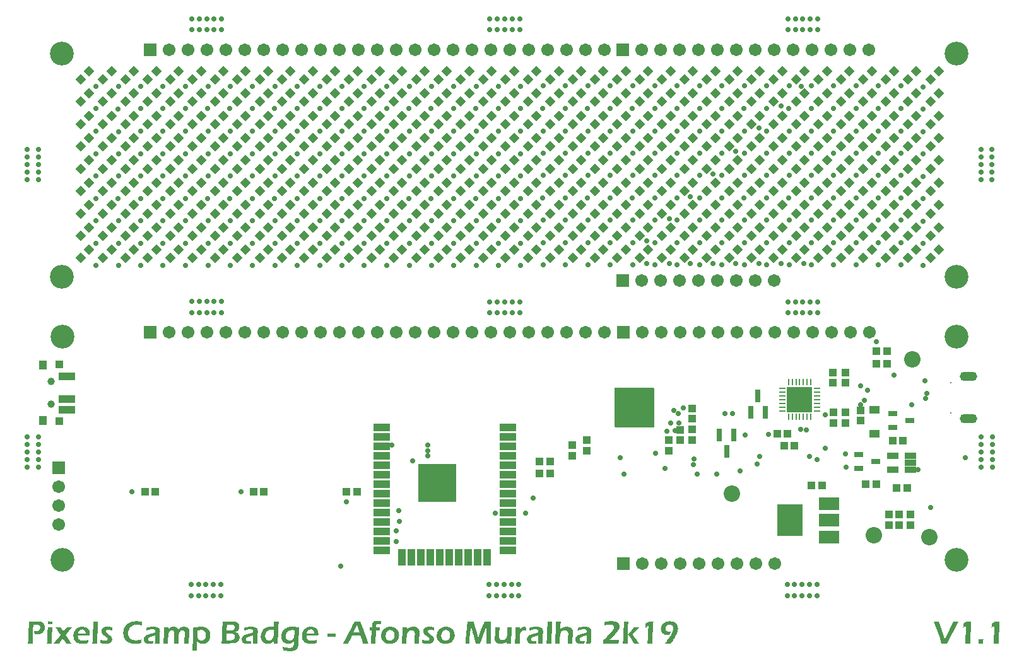
<source format=gts>
G04*
G04 #@! TF.GenerationSoftware,Altium Limited,Altium Designer,19.0.14 (431)*
G04*
G04 Layer_Color=8388736*
%FSLAX44Y44*%
%MOMM*%
G71*
G01*
G75*
%ADD15R,0.9652X0.2032*%
%ADD16R,0.2032X0.9652*%
%ADD17R,3.3528X3.3528*%
%ADD64P,1.4187X4X270.0*%
G04:AMPARAMS|DCode=65|XSize=2.2032mm|YSize=2.2032mm|CornerRadius=1.1016mm|HoleSize=0mm|Usage=FLASHONLY|Rotation=0.000|XOffset=0mm|YOffset=0mm|HoleType=Round|Shape=RoundedRectangle|*
%AMROUNDEDRECTD65*
21,1,2.2032,0.0000,0,0,0.0*
21,1,0.0000,2.2032,0,0,0.0*
1,1,2.2032,0.0000,0.0000*
1,1,2.2032,0.0000,0.0000*
1,1,2.2032,0.0000,0.0000*
1,1,2.2032,0.0000,0.0000*
%
%ADD65ROUNDEDRECTD65*%
%ADD66R,1.0032X1.1032*%
%ADD67R,1.1032X1.0032*%
%ADD68R,5.3032X5.3032*%
%ADD69R,1.2532X0.8032*%
%ADD70R,2.7032X1.7032*%
%ADD71R,3.4532X4.2032*%
%ADD72R,0.8032X1.8032*%
%ADD73R,1.4222X1.1172*%
%ADD74R,1.5032X0.9032*%
%ADD75R,2.2032X1.1032*%
%ADD76R,1.1032X2.2032*%
%ADD77R,5.2032X5.2032*%
%ADD78R,2.2032X1.0033*%
%ADD79R,1.0033X1.2032*%
%ADD80R,1.0033X1.1031*%
%ADD81C,0.7032*%
%ADD82R,1.7032X1.7032*%
%ADD83C,1.7032*%
%ADD84C,3.2032*%
%ADD85C,0.2032*%
G04:AMPARAMS|DCode=86|XSize=2.3532mm|YSize=1.2532mm|CornerRadius=0.6266mm|HoleSize=0mm|Usage=FLASHONLY|Rotation=180.000|XOffset=0mm|YOffset=0mm|HoleType=Round|Shape=RoundedRectangle|*
%AMROUNDEDRECTD86*
21,1,2.3532,0.0000,0,0,180.0*
21,1,1.1000,1.2532,0,0,180.0*
1,1,1.2532,-0.5500,0.0000*
1,1,1.2532,0.5500,0.0000*
1,1,1.2532,0.5500,0.0000*
1,1,1.2532,-0.5500,0.0000*
%
%ADD86ROUNDEDRECTD86*%
%ADD87C,1.2032*%
%ADD88R,1.7032X1.7032*%
%ADD89C,1.0033*%
G36*
X2073274Y1400304D02*
X2021024D01*
Y1452054D01*
X2021231Y1452554D01*
X2073274D01*
Y1400304D01*
D02*
G37*
G36*
X1266154Y1139618D02*
Y1139572D01*
X1266108Y1139295D01*
X1266062Y1138924D01*
Y1138415D01*
X1265923Y1135592D01*
X1259722D01*
Y1135638D01*
Y1135685D01*
Y1135962D01*
X1259768Y1136333D01*
Y1136842D01*
Y1137397D01*
X1259814Y1137952D01*
Y1138462D01*
Y1138970D01*
Y1139665D01*
X1260971D01*
X1261480Y1139618D01*
X1265043D01*
X1266154Y1139665D01*
Y1139618D01*
D02*
G37*
G36*
X2536831Y1136333D02*
Y1136287D01*
Y1136148D01*
X2536785Y1135916D01*
Y1135592D01*
X2536739Y1135222D01*
Y1134713D01*
X2536692Y1134111D01*
X2536646Y1133464D01*
X2535767Y1116387D01*
X2535721Y1113841D01*
Y1113795D01*
Y1113702D01*
Y1113564D01*
Y1113332D01*
X2535674Y1112823D01*
Y1112222D01*
X2535721Y1110000D01*
X2528964D01*
Y1110046D01*
Y1110139D01*
X2529010Y1110324D01*
Y1110602D01*
X2529056Y1110880D01*
Y1111250D01*
X2529103Y1111712D01*
X2529149Y1112175D01*
Y1112684D01*
X2529195Y1113286D01*
X2529288Y1114536D01*
X2529334Y1115970D01*
X2529427Y1117497D01*
X2529843Y1126059D01*
Y1126105D01*
Y1126244D01*
X2529889Y1126476D01*
Y1126799D01*
Y1127170D01*
X2529936Y1127632D01*
Y1128095D01*
X2529982Y1128651D01*
X2530028Y1129854D01*
X2530074Y1131103D01*
X2530121Y1132399D01*
X2530167Y1133602D01*
X2530121Y1133556D01*
X2530028Y1133510D01*
X2529843Y1133417D01*
X2529612Y1133279D01*
X2529149Y1132954D01*
X2528686Y1132677D01*
X2528640D01*
X2528594Y1132584D01*
X2528409Y1132492D01*
X2528177Y1132353D01*
X2527853Y1132122D01*
X2527437Y1131844D01*
X2526881Y1131474D01*
X2526187Y1131011D01*
Y1131057D01*
Y1131242D01*
X2526233Y1131520D01*
Y1131890D01*
X2526280Y1132353D01*
Y1132862D01*
X2526326Y1133417D01*
Y1134019D01*
Y1134111D01*
Y1134297D01*
X2526372Y1134621D01*
Y1134991D01*
X2526418Y1135870D01*
Y1136287D01*
Y1136657D01*
X2526465D01*
X2526557Y1136749D01*
X2526696Y1136842D01*
X2526928Y1136935D01*
X2527205Y1137120D01*
X2527576Y1137305D01*
X2527946Y1137536D01*
X2528362Y1137767D01*
X2528409Y1137814D01*
X2528547Y1137860D01*
X2528779Y1137999D01*
X2529010Y1138138D01*
X2529519Y1138415D01*
X2529751Y1138554D01*
X2529889Y1138647D01*
X2529936Y1138693D01*
X2530121Y1138832D01*
X2530399Y1139017D01*
X2530722Y1139295D01*
X2531555D01*
X2532018Y1139248D01*
X2535906D01*
X2537109Y1139295D01*
X2536831Y1136333D01*
D02*
G37*
G36*
X2498651D02*
Y1136287D01*
Y1136148D01*
X2498605Y1135916D01*
Y1135592D01*
X2498559Y1135222D01*
Y1134713D01*
X2498512Y1134111D01*
X2498466Y1133464D01*
X2497587Y1116387D01*
X2497540Y1113841D01*
Y1113795D01*
Y1113702D01*
Y1113564D01*
Y1113332D01*
X2497494Y1112823D01*
Y1112222D01*
X2497540Y1110000D01*
X2490784D01*
Y1110046D01*
Y1110139D01*
X2490830Y1110324D01*
Y1110602D01*
X2490876Y1110880D01*
Y1111250D01*
X2490923Y1111712D01*
X2490969Y1112175D01*
Y1112684D01*
X2491015Y1113286D01*
X2491108Y1114536D01*
X2491154Y1115970D01*
X2491247Y1117497D01*
X2491663Y1126059D01*
Y1126105D01*
Y1126244D01*
X2491709Y1126476D01*
Y1126799D01*
Y1127170D01*
X2491756Y1127632D01*
Y1128095D01*
X2491802Y1128651D01*
X2491848Y1129854D01*
X2491895Y1131103D01*
X2491941Y1132399D01*
X2491987Y1133602D01*
X2491941Y1133556D01*
X2491848Y1133510D01*
X2491663Y1133417D01*
X2491432Y1133279D01*
X2490969Y1132954D01*
X2490506Y1132677D01*
X2490460D01*
X2490414Y1132584D01*
X2490228Y1132492D01*
X2489997Y1132353D01*
X2489673Y1132122D01*
X2489257Y1131844D01*
X2488701Y1131474D01*
X2488007Y1131011D01*
Y1131057D01*
Y1131242D01*
X2488053Y1131520D01*
Y1131890D01*
X2488100Y1132353D01*
Y1132862D01*
X2488146Y1133417D01*
Y1134019D01*
Y1134111D01*
Y1134297D01*
X2488192Y1134621D01*
Y1134991D01*
X2488239Y1135870D01*
Y1136287D01*
Y1136657D01*
X2488285D01*
X2488377Y1136749D01*
X2488516Y1136842D01*
X2488748Y1136935D01*
X2489025Y1137120D01*
X2489395Y1137305D01*
X2489766Y1137536D01*
X2490182Y1137767D01*
X2490228Y1137814D01*
X2490367Y1137860D01*
X2490599Y1137999D01*
X2490830Y1138138D01*
X2491339Y1138415D01*
X2491571Y1138554D01*
X2491709Y1138647D01*
X2491756Y1138693D01*
X2491941Y1138832D01*
X2492218Y1139017D01*
X2492542Y1139295D01*
X2493376D01*
X2493838Y1139248D01*
X2497726D01*
X2498929Y1139295D01*
X2498651Y1136333D01*
D02*
G37*
G36*
X2479908Y1135824D02*
X2468154Y1112638D01*
X2466904Y1110000D01*
X2459268D01*
X2458435Y1112684D01*
Y1112731D01*
X2458389Y1112823D01*
X2458296Y1113055D01*
X2458204Y1113425D01*
X2458111Y1113656D01*
X2458018Y1113934D01*
X2457880Y1114258D01*
X2457741Y1114674D01*
X2457602Y1115091D01*
X2457417Y1115600D01*
X2457232Y1116155D01*
X2457000Y1116803D01*
X2452835Y1128604D01*
X2449040Y1139295D01*
X2450336D01*
X2450892Y1139248D01*
X2454409D01*
X2455057Y1139295D01*
X2455843D01*
X2456491Y1136888D01*
Y1136842D01*
X2456537Y1136749D01*
X2456584Y1136610D01*
X2456676Y1136379D01*
X2456769Y1136101D01*
X2456862Y1135731D01*
X2457000Y1135361D01*
X2457139Y1134898D01*
X2462322Y1119163D01*
X2462369Y1119117D01*
X2462415Y1118886D01*
X2462507Y1118562D01*
X2462693Y1118099D01*
X2462831Y1117497D01*
X2463063Y1116803D01*
X2463294Y1116016D01*
X2463572Y1115137D01*
X2464729Y1117775D01*
Y1117821D01*
X2464821Y1117960D01*
X2464914Y1118238D01*
X2465099Y1118608D01*
X2465331Y1119117D01*
X2465654Y1119765D01*
X2466025Y1120598D01*
X2466487Y1121570D01*
X2473244Y1135685D01*
Y1135731D01*
X2473291Y1135778D01*
X2473429Y1136055D01*
X2473614Y1136472D01*
X2473846Y1136981D01*
Y1137027D01*
X2473892Y1137120D01*
X2473985Y1137305D01*
X2474077Y1137536D01*
X2474216Y1137860D01*
X2474355Y1138277D01*
X2474540Y1138739D01*
X2474771Y1139295D01*
X2476113D01*
X2476669Y1139248D01*
X2480093D01*
X2480834Y1139295D01*
X2481759D01*
X2479908Y1135824D01*
D02*
G37*
G36*
X2072377Y1136333D02*
Y1136286D01*
Y1136148D01*
X2072331Y1135916D01*
Y1135592D01*
X2072285Y1135222D01*
Y1134713D01*
X2072238Y1134111D01*
X2072192Y1133464D01*
X2071313Y1116387D01*
X2071266Y1113841D01*
Y1113795D01*
Y1113702D01*
Y1113564D01*
Y1113332D01*
X2071220Y1112823D01*
Y1112222D01*
X2071266Y1110000D01*
X2064510D01*
Y1110046D01*
Y1110139D01*
X2064556Y1110324D01*
Y1110602D01*
X2064602Y1110879D01*
Y1111250D01*
X2064649Y1111712D01*
X2064695Y1112175D01*
Y1112684D01*
X2064741Y1113286D01*
X2064834Y1114536D01*
X2064880Y1115970D01*
X2064973Y1117497D01*
X2065389Y1126059D01*
Y1126105D01*
Y1126244D01*
X2065435Y1126475D01*
Y1126799D01*
Y1127170D01*
X2065482Y1127632D01*
Y1128095D01*
X2065528Y1128651D01*
X2065574Y1129854D01*
X2065621Y1131103D01*
X2065667Y1132399D01*
X2065713Y1133602D01*
X2065667Y1133556D01*
X2065574Y1133510D01*
X2065389Y1133417D01*
X2065158Y1133278D01*
X2064695Y1132954D01*
X2064232Y1132677D01*
X2064186D01*
X2064140Y1132584D01*
X2063954Y1132492D01*
X2063723Y1132353D01*
X2063399Y1132121D01*
X2062983Y1131844D01*
X2062427Y1131473D01*
X2061733Y1131011D01*
Y1131057D01*
Y1131242D01*
X2061779Y1131520D01*
Y1131890D01*
X2061826Y1132353D01*
Y1132862D01*
X2061872Y1133417D01*
Y1134019D01*
Y1134111D01*
Y1134296D01*
X2061918Y1134621D01*
Y1134991D01*
X2061965Y1135870D01*
Y1136286D01*
Y1136657D01*
X2062011D01*
X2062103Y1136749D01*
X2062242Y1136842D01*
X2062473Y1136934D01*
X2062751Y1137120D01*
X2063121Y1137305D01*
X2063492Y1137536D01*
X2063908Y1137767D01*
X2063954Y1137814D01*
X2064093Y1137860D01*
X2064325Y1137999D01*
X2064556Y1138138D01*
X2065065Y1138415D01*
X2065297Y1138554D01*
X2065435Y1138647D01*
X2065482Y1138693D01*
X2065667Y1138832D01*
X2065945Y1139017D01*
X2066268Y1139295D01*
X2067101D01*
X2067564Y1139248D01*
X2071452D01*
X2072655Y1139295D01*
X2072377Y1136333D01*
D02*
G37*
G36*
X2038501Y1132307D02*
X2037992Y1121200D01*
X2037761Y1112869D01*
Y1110000D01*
X2031652Y1110000D01*
X2032068Y1115554D01*
X2032531Y1126244D01*
X2032763Y1135407D01*
Y1135453D01*
Y1135500D01*
Y1135639D01*
Y1135824D01*
Y1136286D01*
X2032809Y1136842D01*
Y1137443D01*
Y1138091D01*
Y1138739D01*
Y1139295D01*
X2034058D01*
X2035123Y1139248D01*
X2037714D01*
X2038316Y1139295D01*
X2038964D01*
X2038501Y1132307D01*
D02*
G37*
G36*
X1947795Y1134158D02*
Y1134065D01*
Y1133972D01*
X1947748Y1133787D01*
Y1133602D01*
Y1133325D01*
X1947702Y1133047D01*
Y1132677D01*
X1947656Y1132307D01*
Y1131844D01*
X1947610Y1131335D01*
X1947563Y1130779D01*
Y1130178D01*
X1947517Y1129530D01*
X1947471Y1128836D01*
X1947424Y1128049D01*
X1947471Y1128095D01*
X1947563Y1128234D01*
X1947656Y1128419D01*
X1947841Y1128651D01*
X1948211Y1129159D01*
X1948396Y1129391D01*
X1948581Y1129622D01*
Y1129669D01*
X1948674Y1129715D01*
X1948905Y1129946D01*
X1949229Y1130224D01*
X1949600Y1130548D01*
X1949646D01*
X1949692Y1130640D01*
X1949970Y1130826D01*
X1950340Y1131057D01*
X1950803Y1131288D01*
X1950849D01*
X1950895Y1131335D01*
X1951034Y1131427D01*
X1951219Y1131473D01*
X1951636Y1131659D01*
X1952191Y1131844D01*
X1952237D01*
X1952330Y1131890D01*
X1952515Y1131936D01*
X1952746Y1131982D01*
X1953302Y1132121D01*
X1953996Y1132214D01*
X1954042D01*
X1954181Y1132260D01*
X1954366D01*
X1954598Y1132307D01*
X1954922D01*
X1955246Y1132353D01*
X1956634D01*
X1957097Y1132307D01*
X1957606Y1132260D01*
X1958207Y1132168D01*
X1959411Y1131936D01*
X1959503D01*
X1959688Y1131844D01*
X1960012Y1131751D01*
X1960383Y1131612D01*
X1960845Y1131427D01*
X1961308Y1131196D01*
X1961771Y1130872D01*
X1962234Y1130548D01*
X1962280Y1130502D01*
X1962419Y1130363D01*
X1962650Y1130178D01*
X1962882Y1129900D01*
X1963159Y1129576D01*
X1963437Y1129206D01*
X1963715Y1128743D01*
X1963900Y1128280D01*
Y1128234D01*
X1963992Y1128049D01*
X1964039Y1127818D01*
X1964131Y1127447D01*
X1964224Y1127077D01*
X1964270Y1126614D01*
X1964362Y1125596D01*
Y1125550D01*
Y1125411D01*
Y1125180D01*
Y1124902D01*
X1964316Y1124485D01*
Y1123976D01*
X1964270Y1123421D01*
X1964224Y1122727D01*
X1963715Y1113332D01*
Y1113286D01*
Y1113101D01*
Y1112777D01*
Y1112360D01*
X1963668Y1111898D01*
Y1111342D01*
Y1110694D01*
Y1110000D01*
X1957328D01*
Y1110046D01*
Y1110139D01*
X1957374Y1110278D01*
Y1110463D01*
X1957421Y1110694D01*
Y1111018D01*
X1957467Y1111388D01*
X1957513Y1111805D01*
X1957560Y1112268D01*
X1957606Y1112777D01*
X1957652Y1113332D01*
X1957698Y1113934D01*
X1957745Y1114582D01*
X1957791Y1115322D01*
X1957883Y1116849D01*
Y1116896D01*
Y1117035D01*
X1957930Y1117266D01*
Y1117590D01*
Y1117914D01*
X1957976Y1118330D01*
X1958022Y1119302D01*
X1958069Y1120320D01*
X1958115Y1121338D01*
X1958161Y1122310D01*
Y1122727D01*
Y1123097D01*
Y1123190D01*
Y1123375D01*
X1958115Y1123699D01*
Y1124069D01*
X1957930Y1124902D01*
X1957791Y1125365D01*
X1957606Y1125735D01*
X1957560Y1125781D01*
X1957513Y1125874D01*
X1957374Y1126059D01*
X1957189Y1126290D01*
X1956958Y1126522D01*
X1956680Y1126753D01*
X1956356Y1126984D01*
X1955986Y1127170D01*
X1955940D01*
X1955801Y1127262D01*
X1955569Y1127308D01*
X1955292Y1127401D01*
X1954968Y1127494D01*
X1954551Y1127540D01*
X1953672Y1127632D01*
X1953394D01*
X1953071Y1127586D01*
X1952700Y1127540D01*
X1952237Y1127494D01*
X1951728Y1127401D01*
X1951219Y1127216D01*
X1950757Y1127031D01*
X1950710Y1126984D01*
X1950571Y1126938D01*
X1950340Y1126799D01*
X1950062Y1126614D01*
X1949738Y1126383D01*
X1949414Y1126105D01*
X1949091Y1125735D01*
X1948766Y1125365D01*
X1948720Y1125318D01*
X1948674Y1125180D01*
X1948535Y1124994D01*
X1948350Y1124670D01*
X1948211Y1124300D01*
X1948026Y1123884D01*
X1947841Y1123328D01*
X1947656Y1122727D01*
Y1122634D01*
X1947563Y1122403D01*
X1947471Y1121940D01*
X1947378Y1121338D01*
X1947286Y1120598D01*
X1947147Y1119626D01*
X1947054Y1118469D01*
X1946962Y1117173D01*
Y1117081D01*
Y1116988D01*
Y1116803D01*
X1946915Y1116572D01*
Y1116294D01*
Y1115970D01*
X1946869Y1115600D01*
Y1115137D01*
X1946823Y1114628D01*
Y1114026D01*
Y1113379D01*
X1946776Y1112638D01*
Y1111851D01*
X1946730Y1110972D01*
Y1110000D01*
X1940621D01*
X1941131Y1116942D01*
X1941640Y1126938D01*
X1941917Y1139295D01*
X1943028D01*
X1943537Y1139248D01*
X1947054D01*
X1948211Y1139295D01*
X1947795Y1134158D01*
D02*
G37*
G36*
X1936086Y1131427D02*
X1935346Y1113980D01*
X1935253Y1110000D01*
X1929005D01*
Y1110046D01*
Y1110185D01*
X1929052Y1110417D01*
Y1110694D01*
X1929098Y1111111D01*
X1929144Y1111620D01*
X1929191Y1112268D01*
X1929237Y1112962D01*
X1929283Y1113795D01*
X1929329Y1114767D01*
X1929422Y1115831D01*
X1929468Y1116988D01*
X1929561Y1118330D01*
X1929607Y1119765D01*
X1929700Y1121292D01*
X1929792Y1123005D01*
Y1123051D01*
Y1123097D01*
Y1123236D01*
Y1123421D01*
X1929839Y1123652D01*
Y1123930D01*
X1929885Y1124578D01*
Y1125411D01*
X1929931Y1126337D01*
X1929977Y1127401D01*
X1930024Y1128604D01*
X1930070Y1129807D01*
X1930116Y1131150D01*
X1930209Y1133880D01*
X1930301Y1136610D01*
X1930348Y1137999D01*
Y1139295D01*
X1931597D01*
X1932615Y1139248D01*
X1935392D01*
X1935994Y1139295D01*
X1936642D01*
X1936086Y1131427D01*
D02*
G37*
G36*
X1854635Y1139202D02*
Y1139017D01*
X1854589Y1138693D01*
Y1138230D01*
X1854543Y1137628D01*
Y1136934D01*
X1854497Y1136148D01*
X1854450Y1135268D01*
X1854404Y1134296D01*
Y1133232D01*
X1854358Y1132075D01*
X1854312Y1130918D01*
X1854265Y1129669D01*
X1854219Y1128326D01*
X1854173Y1125596D01*
Y1125503D01*
Y1125272D01*
Y1124902D01*
Y1124393D01*
X1854126Y1123745D01*
Y1123051D01*
Y1122264D01*
Y1121431D01*
X1854080Y1119580D01*
Y1117729D01*
X1854034Y1116849D01*
Y1115970D01*
Y1115183D01*
Y1114443D01*
Y1114350D01*
Y1114119D01*
Y1113749D01*
Y1113193D01*
Y1112545D01*
Y1111805D01*
X1854080Y1110972D01*
Y1110000D01*
X1848203D01*
Y1110046D01*
Y1110093D01*
Y1110370D01*
X1848249Y1110741D01*
Y1111250D01*
X1848295Y1111805D01*
Y1112407D01*
X1848342Y1113008D01*
Y1113564D01*
X1848712Y1126337D01*
Y1126383D01*
Y1126475D01*
Y1126614D01*
Y1126799D01*
Y1127031D01*
X1848758Y1127355D01*
Y1128049D01*
Y1128836D01*
X1848804Y1129715D01*
Y1130687D01*
Y1131659D01*
X1848758Y1133417D01*
X1840844Y1112545D01*
X1839919Y1110000D01*
X1833995D01*
X1830339Y1123189D01*
Y1123236D01*
X1830293Y1123328D01*
X1830246Y1123513D01*
X1830154Y1123838D01*
X1830015Y1124208D01*
X1829876Y1124717D01*
X1829645Y1125365D01*
X1829413Y1126151D01*
X1828118Y1130548D01*
Y1130594D01*
X1828071Y1130640D01*
X1828025Y1130918D01*
X1827886Y1131196D01*
X1827794Y1131520D01*
Y1131612D01*
X1827747Y1131705D01*
X1827701Y1131890D01*
X1827655Y1132168D01*
X1827609Y1132445D01*
X1827516Y1132862D01*
X1827424Y1133325D01*
X1827100Y1130594D01*
Y1130548D01*
Y1130316D01*
X1827053Y1129993D01*
X1827007Y1129530D01*
X1826961Y1128928D01*
X1826915Y1128188D01*
X1826868Y1127262D01*
X1826776Y1126198D01*
X1825943Y1112916D01*
Y1112869D01*
Y1112730D01*
Y1112499D01*
Y1112175D01*
X1825896Y1111759D01*
Y1111250D01*
Y1110694D01*
Y1110000D01*
X1820343D01*
X1820898Y1114813D01*
X1822287Y1131890D01*
X1822796Y1139295D01*
X1824508D01*
X1825202Y1139248D01*
X1829506D01*
X1830385Y1139295D01*
X1831404D01*
Y1139202D01*
X1831450Y1139017D01*
X1831496Y1138693D01*
X1831589Y1138323D01*
X1831774Y1137490D01*
X1831820Y1137120D01*
X1831913Y1136796D01*
Y1136749D01*
X1831959Y1136657D01*
X1832005Y1136472D01*
X1832051Y1136240D01*
X1832144Y1135916D01*
X1832283Y1135500D01*
X1832422Y1134991D01*
X1832560Y1134435D01*
X1832607Y1134343D01*
X1832653Y1134158D01*
X1832746Y1133834D01*
X1832931Y1133371D01*
X1833116Y1132815D01*
X1833301Y1132121D01*
X1833579Y1131381D01*
X1833856Y1130548D01*
Y1130502D01*
X1833903Y1130409D01*
X1833949Y1130224D01*
X1834041Y1129946D01*
X1834134Y1129622D01*
X1834273Y1129252D01*
X1834365Y1128836D01*
X1834550Y1128373D01*
X1834828Y1127355D01*
X1835198Y1126198D01*
X1835522Y1124948D01*
X1835892Y1123699D01*
X1837512Y1117543D01*
X1840382Y1125411D01*
X1844593Y1135685D01*
Y1135731D01*
X1844639Y1135777D01*
X1844732Y1136009D01*
X1844871Y1136379D01*
X1845009Y1136842D01*
Y1136888D01*
X1845056Y1136981D01*
X1845102Y1137166D01*
X1845195Y1137397D01*
X1845287Y1137767D01*
X1845426Y1138184D01*
X1845611Y1138693D01*
X1845796Y1139295D01*
X1847323D01*
X1848018Y1139248D01*
X1852738D01*
X1853617Y1139295D01*
X1854635D01*
Y1139202D01*
D02*
G37*
G36*
X1682247Y1130502D02*
X1688957Y1112360D01*
X1689883Y1110000D01*
X1682895D01*
Y1110093D01*
X1682802Y1110370D01*
X1682663Y1110787D01*
X1682525Y1111342D01*
X1682293Y1112083D01*
X1682016Y1112962D01*
X1681645Y1113980D01*
X1681275Y1115137D01*
Y1115183D01*
X1681229Y1115276D01*
X1681183Y1115461D01*
X1681090Y1115692D01*
X1680997Y1115970D01*
X1680905Y1116294D01*
X1680627Y1117034D01*
X1680349Y1117868D01*
X1680025Y1118747D01*
X1679702Y1119626D01*
X1679424Y1120413D01*
X1668086D01*
X1668039Y1120367D01*
X1667993Y1120181D01*
X1667854Y1119904D01*
X1667669Y1119533D01*
X1667438Y1119071D01*
X1667160Y1118515D01*
X1666882Y1117868D01*
X1666558Y1117173D01*
X1666188Y1116433D01*
X1665772Y1115600D01*
X1665401Y1114767D01*
X1664985Y1113841D01*
X1664106Y1111944D01*
X1663180Y1110000D01*
X1656007D01*
X1656053Y1110046D01*
X1656099Y1110185D01*
X1656238Y1110417D01*
X1656423Y1110694D01*
X1656608Y1111111D01*
X1656886Y1111573D01*
X1657164Y1112083D01*
X1657488Y1112684D01*
X1657858Y1113378D01*
X1658275Y1114119D01*
X1658691Y1114906D01*
X1659154Y1115785D01*
X1659617Y1116711D01*
X1660172Y1117682D01*
X1660681Y1118700D01*
X1661236Y1119765D01*
X1666882Y1130594D01*
X1666929Y1130640D01*
X1667021Y1130826D01*
X1667160Y1131103D01*
X1667345Y1131427D01*
X1667530Y1131890D01*
X1667808Y1132353D01*
X1668086Y1132954D01*
X1668410Y1133556D01*
X1669104Y1134898D01*
X1669844Y1136379D01*
X1670538Y1137860D01*
X1671233Y1139295D01*
X1672760D01*
X1673408Y1139248D01*
X1677758D01*
X1679193Y1139295D01*
X1682247Y1130502D01*
D02*
G37*
G36*
X1569743Y1139248D02*
Y1139063D01*
X1569697Y1138739D01*
X1569651Y1138276D01*
X1569604Y1137721D01*
X1569558Y1137073D01*
X1569512Y1136286D01*
X1569419Y1135407D01*
X1569373Y1134389D01*
X1569280Y1133278D01*
X1569234Y1132029D01*
X1569142Y1130733D01*
X1569049Y1129298D01*
X1568956Y1127771D01*
X1568910Y1126151D01*
X1568818Y1124439D01*
Y1124393D01*
Y1124346D01*
Y1124208D01*
Y1124023D01*
X1568771Y1123560D01*
Y1122912D01*
X1568725Y1122125D01*
Y1121199D01*
X1568679Y1120181D01*
X1568633Y1119117D01*
X1568586Y1117960D01*
Y1116803D01*
X1568494Y1114397D01*
Y1113193D01*
X1568447Y1112083D01*
Y1110972D01*
Y1110000D01*
X1562709D01*
X1562894Y1113702D01*
X1562848Y1113656D01*
X1562755Y1113517D01*
X1562570Y1113286D01*
X1562339Y1113008D01*
X1561783Y1112406D01*
X1561505Y1112083D01*
X1561228Y1111805D01*
X1561182Y1111759D01*
X1561135Y1111712D01*
X1560950Y1111573D01*
X1560765Y1111435D01*
X1560534Y1111250D01*
X1560256Y1111018D01*
X1559562Y1110602D01*
X1559516D01*
X1559377Y1110509D01*
X1559192Y1110416D01*
X1558914Y1110278D01*
X1558636Y1110139D01*
X1558266Y1110000D01*
X1557433Y1109769D01*
X1557387D01*
X1557248Y1109722D01*
X1557016Y1109676D01*
X1556693Y1109630D01*
X1556322Y1109584D01*
X1555952Y1109537D01*
X1555027Y1109491D01*
X1554656D01*
X1554286Y1109537D01*
X1553777Y1109584D01*
X1553175Y1109676D01*
X1552527Y1109815D01*
X1551833Y1110000D01*
X1551139Y1110231D01*
X1551046Y1110278D01*
X1550861Y1110370D01*
X1550491Y1110555D01*
X1550075Y1110787D01*
X1549612Y1111065D01*
X1549103Y1111435D01*
X1548594Y1111851D01*
X1548085Y1112314D01*
X1548038Y1112360D01*
X1547900Y1112545D01*
X1547668Y1112869D01*
X1547390Y1113240D01*
X1547067Y1113702D01*
X1546789Y1114258D01*
X1546465Y1114906D01*
X1546234Y1115554D01*
X1546187Y1115646D01*
X1546141Y1115877D01*
X1546048Y1116248D01*
X1545956Y1116757D01*
X1545817Y1117358D01*
X1545724Y1118006D01*
X1545678Y1118747D01*
X1545632Y1119487D01*
Y1119533D01*
Y1119626D01*
Y1119765D01*
Y1119950D01*
X1545678Y1120228D01*
Y1120505D01*
X1545771Y1121246D01*
X1545910Y1122079D01*
X1546095Y1123004D01*
X1546326Y1123976D01*
X1546696Y1124948D01*
Y1124994D01*
X1546743Y1125087D01*
X1546789Y1125226D01*
X1546881Y1125411D01*
X1547113Y1125874D01*
X1547483Y1126522D01*
X1547900Y1127169D01*
X1548362Y1127910D01*
X1548964Y1128650D01*
X1549612Y1129298D01*
X1549704Y1129391D01*
X1549936Y1129576D01*
X1550352Y1129854D01*
X1550861Y1130224D01*
X1551509Y1130594D01*
X1552204Y1131011D01*
X1552990Y1131381D01*
X1553869Y1131658D01*
X1553916D01*
X1553962Y1131705D01*
X1554101D01*
X1554286Y1131751D01*
X1554749Y1131890D01*
X1555397Y1132029D01*
X1556137Y1132121D01*
X1557016Y1132260D01*
X1557942Y1132306D01*
X1558914Y1132353D01*
X1559654D01*
X1560210Y1132306D01*
X1560858Y1132260D01*
X1561644Y1132214D01*
X1562477Y1132121D01*
X1563357Y1131982D01*
Y1132029D01*
Y1132121D01*
Y1132260D01*
X1563403Y1132445D01*
Y1132723D01*
Y1133001D01*
X1563449Y1133741D01*
Y1134620D01*
X1563495Y1135639D01*
Y1136703D01*
Y1137814D01*
Y1139295D01*
X1564653D01*
X1565162Y1139248D01*
X1568494D01*
X1569095Y1139295D01*
X1569743D01*
Y1139248D01*
D02*
G37*
G36*
X1509349Y1139295D02*
X1509951Y1139248D01*
X1510506Y1139202D01*
X1511015Y1139156D01*
X1511062D01*
X1511201Y1139109D01*
X1511432Y1139063D01*
X1511756Y1139017D01*
X1512404Y1138832D01*
X1513144Y1138554D01*
X1513190D01*
X1513329Y1138462D01*
X1513468Y1138369D01*
X1513699Y1138276D01*
X1514255Y1137952D01*
X1514764Y1137536D01*
X1514810Y1137490D01*
X1514857Y1137443D01*
X1515134Y1137166D01*
X1515504Y1136703D01*
X1515875Y1136148D01*
Y1136101D01*
X1515967Y1136009D01*
X1516013Y1135870D01*
X1516152Y1135639D01*
X1516384Y1135083D01*
X1516569Y1134435D01*
Y1134389D01*
X1516615Y1134296D01*
X1516661Y1134111D01*
X1516708Y1133834D01*
X1516754Y1133232D01*
X1516800Y1132538D01*
Y1132492D01*
Y1132353D01*
Y1132121D01*
X1516754Y1131797D01*
X1516708Y1131427D01*
X1516661Y1131057D01*
X1516476Y1130224D01*
Y1130178D01*
X1516430Y1130039D01*
X1516384Y1129854D01*
X1516291Y1129576D01*
X1516013Y1128974D01*
X1515643Y1128280D01*
X1515597Y1128234D01*
X1515551Y1128141D01*
X1515412Y1128002D01*
X1515273Y1127771D01*
X1514857Y1127308D01*
X1514347Y1126799D01*
X1514301Y1126753D01*
X1514209Y1126707D01*
X1514070Y1126568D01*
X1513931Y1126475D01*
X1513468Y1126151D01*
X1512959Y1125827D01*
X1512913D01*
X1512820Y1125781D01*
X1512681Y1125689D01*
X1512496Y1125642D01*
X1512265Y1125503D01*
X1511941Y1125411D01*
X1511617Y1125272D01*
X1511201Y1125133D01*
X1511247D01*
X1511386Y1125087D01*
X1511571Y1125041D01*
X1511802Y1124994D01*
X1512311Y1124855D01*
X1512820Y1124717D01*
X1512867D01*
X1512913Y1124670D01*
X1513190Y1124578D01*
X1513607Y1124393D01*
X1514116Y1124115D01*
X1514162D01*
X1514255Y1124023D01*
X1514347Y1123930D01*
X1514533Y1123837D01*
X1514949Y1123467D01*
X1515412Y1123004D01*
X1515458Y1122958D01*
X1515504Y1122912D01*
X1515643Y1122773D01*
X1515782Y1122588D01*
X1516060Y1122125D01*
X1516384Y1121616D01*
Y1121570D01*
X1516430Y1121477D01*
X1516523Y1121338D01*
X1516615Y1121153D01*
X1516754Y1120644D01*
X1516939Y1119996D01*
Y1119950D01*
X1516985Y1119857D01*
X1517032Y1119672D01*
X1517078Y1119441D01*
X1517124Y1118839D01*
X1517170Y1118145D01*
Y1118053D01*
Y1117775D01*
X1517124Y1117405D01*
X1517078Y1116896D01*
X1516939Y1116294D01*
X1516800Y1115646D01*
X1516569Y1114998D01*
X1516245Y1114350D01*
X1516199Y1114258D01*
X1516106Y1114073D01*
X1515875Y1113749D01*
X1515597Y1113378D01*
X1515273Y1112916D01*
X1514857Y1112499D01*
X1514347Y1112036D01*
X1513792Y1111620D01*
X1513699Y1111573D01*
X1513514Y1111481D01*
X1513190Y1111296D01*
X1512774Y1111111D01*
X1512265Y1110879D01*
X1511663Y1110648D01*
X1510969Y1110463D01*
X1510275Y1110324D01*
X1510182D01*
X1510043Y1110278D01*
X1509858D01*
X1509627Y1110231D01*
X1509349D01*
X1508979Y1110185D01*
X1508516D01*
X1508007Y1110139D01*
X1507452Y1110093D01*
X1506758D01*
X1506017Y1110046D01*
X1505138D01*
X1504212Y1110000D01*
X1493013D01*
Y1110046D01*
Y1110185D01*
X1493059Y1110416D01*
Y1110741D01*
X1493105Y1111157D01*
X1493152Y1111573D01*
X1493198Y1112083D01*
Y1112638D01*
X1493291Y1113795D01*
X1493383Y1115044D01*
X1493476Y1116248D01*
X1493522Y1117405D01*
Y1117451D01*
Y1117543D01*
Y1117729D01*
X1493568Y1117960D01*
Y1118284D01*
X1493615Y1118700D01*
Y1119163D01*
X1493661Y1119719D01*
Y1120367D01*
X1493707Y1121107D01*
X1493753Y1121894D01*
X1493800Y1122819D01*
Y1123791D01*
X1493846Y1124855D01*
X1493892Y1126059D01*
X1493938Y1127308D01*
Y1127401D01*
Y1127632D01*
Y1127956D01*
X1493985Y1128465D01*
Y1129021D01*
X1494031Y1129669D01*
Y1130363D01*
X1494077Y1131150D01*
Y1132723D01*
X1494124Y1134296D01*
X1494170Y1135083D01*
Y1135777D01*
Y1136379D01*
Y1136934D01*
Y1136981D01*
Y1137073D01*
Y1137258D01*
Y1137536D01*
Y1137860D01*
Y1138276D01*
Y1138739D01*
Y1139295D01*
X1495743D01*
X1496438Y1139248D01*
X1501250D01*
X1502130Y1139295D01*
X1503981D01*
X1504583Y1139341D01*
X1508748D01*
X1509349Y1139295D01*
D02*
G37*
G36*
X1326594Y1131427D02*
X1325854Y1113980D01*
X1325761Y1110000D01*
X1319514D01*
Y1110046D01*
Y1110185D01*
X1319560Y1110416D01*
Y1110694D01*
X1319606Y1111111D01*
X1319653Y1111620D01*
X1319699Y1112268D01*
X1319745Y1112962D01*
X1319791Y1113795D01*
X1319838Y1114767D01*
X1319930Y1115831D01*
X1319977Y1116988D01*
X1320069Y1118330D01*
X1320115Y1119765D01*
X1320208Y1121292D01*
X1320300Y1123004D01*
Y1123051D01*
Y1123097D01*
Y1123236D01*
Y1123421D01*
X1320347Y1123652D01*
Y1123930D01*
X1320393Y1124578D01*
Y1125411D01*
X1320439Y1126336D01*
X1320486Y1127401D01*
X1320532Y1128604D01*
X1320578Y1129807D01*
X1320624Y1131149D01*
X1320717Y1133880D01*
X1320809Y1136610D01*
X1320856Y1137999D01*
Y1139295D01*
X1322105D01*
X1323123Y1139248D01*
X1325900D01*
X1326502Y1139295D01*
X1327150D01*
X1326594Y1131427D01*
D02*
G37*
G36*
X1248244Y1139295D02*
X1248939Y1139248D01*
X1249679Y1139156D01*
X1250327Y1139063D01*
X1250928Y1138924D01*
X1250975D01*
X1251160Y1138832D01*
X1251438Y1138739D01*
X1251808Y1138554D01*
X1252224Y1138369D01*
X1252641Y1138091D01*
X1253104Y1137813D01*
X1253520Y1137443D01*
X1253566Y1137397D01*
X1253705Y1137258D01*
X1253890Y1137027D01*
X1254168Y1136749D01*
X1254446Y1136425D01*
X1254723Y1136009D01*
X1255001Y1135546D01*
X1255232Y1135037D01*
X1255279Y1134944D01*
X1255325Y1134759D01*
X1255418Y1134435D01*
X1255556Y1134019D01*
X1255695Y1133510D01*
X1255788Y1132908D01*
X1255834Y1132306D01*
X1255880Y1131612D01*
Y1131566D01*
Y1131473D01*
Y1131335D01*
Y1131149D01*
X1255788Y1130594D01*
X1255695Y1129946D01*
X1255556Y1129159D01*
X1255279Y1128326D01*
X1254955Y1127447D01*
X1254492Y1126568D01*
Y1126522D01*
X1254446Y1126475D01*
X1254261Y1126198D01*
X1253937Y1125827D01*
X1253474Y1125318D01*
X1252965Y1124763D01*
X1252271Y1124208D01*
X1251530Y1123699D01*
X1250651Y1123236D01*
X1250605D01*
X1250558Y1123189D01*
X1250419Y1123143D01*
X1250234Y1123051D01*
X1249725Y1122866D01*
X1249077Y1122680D01*
X1248244Y1122495D01*
X1247319Y1122310D01*
X1246301Y1122171D01*
X1245236Y1122125D01*
X1244681D01*
X1244311Y1122171D01*
X1243848Y1122218D01*
X1243292Y1122264D01*
X1242135Y1122449D01*
Y1122495D01*
Y1122542D01*
X1242043Y1122819D01*
X1241950Y1123236D01*
X1241812Y1123791D01*
X1241673Y1124439D01*
X1241488Y1125133D01*
X1241071Y1126614D01*
X1241117D01*
X1241302Y1126568D01*
X1241534Y1126522D01*
X1241904Y1126475D01*
X1242274Y1126429D01*
X1242691Y1126383D01*
X1243663Y1126336D01*
X1243987D01*
X1244311Y1126383D01*
X1244727D01*
X1245236Y1126475D01*
X1245745Y1126568D01*
X1246254Y1126660D01*
X1246763Y1126845D01*
X1246810Y1126892D01*
X1246995Y1126938D01*
X1247226Y1127077D01*
X1247504Y1127262D01*
X1247828Y1127540D01*
X1248198Y1127817D01*
X1248522Y1128188D01*
X1248846Y1128604D01*
X1248892Y1128650D01*
X1248985Y1128836D01*
X1249077Y1129067D01*
X1249262Y1129391D01*
X1249401Y1129807D01*
X1249494Y1130224D01*
X1249586Y1130733D01*
X1249633Y1131288D01*
Y1131335D01*
Y1131427D01*
Y1131612D01*
X1249586Y1131844D01*
X1249494Y1132399D01*
X1249309Y1132954D01*
Y1133001D01*
X1249262Y1133093D01*
X1249077Y1133371D01*
X1248753Y1133741D01*
X1248337Y1134111D01*
X1248291D01*
X1248244Y1134204D01*
X1247967Y1134343D01*
X1247504Y1134574D01*
X1246995Y1134713D01*
X1246948D01*
X1246856Y1134759D01*
X1246671D01*
X1246440Y1134805D01*
X1246162Y1134852D01*
X1245792D01*
X1245375Y1134898D01*
X1243385D01*
X1242459Y1134852D01*
X1240331D01*
Y1134805D01*
Y1134667D01*
X1240284Y1134435D01*
Y1134157D01*
Y1133741D01*
X1240238Y1133325D01*
X1240192Y1132815D01*
Y1132260D01*
X1240099Y1131057D01*
X1240053Y1129669D01*
X1239960Y1128234D01*
X1239914Y1126799D01*
X1239683Y1118608D01*
Y1118562D01*
Y1118423D01*
Y1118191D01*
Y1117914D01*
X1239637Y1117543D01*
Y1117127D01*
Y1116201D01*
X1239590Y1115137D01*
Y1114072D01*
X1239544Y1113101D01*
Y1112638D01*
Y1112221D01*
Y1112175D01*
Y1112083D01*
Y1111897D01*
Y1111666D01*
Y1111342D01*
Y1110972D01*
X1239590Y1110509D01*
Y1110000D01*
X1233250D01*
X1233620Y1115044D01*
X1234176Y1126336D01*
X1234407Y1134528D01*
Y1134574D01*
Y1134713D01*
Y1134944D01*
X1234453Y1135222D01*
Y1135546D01*
Y1135916D01*
Y1136749D01*
Y1136795D01*
Y1136888D01*
Y1137119D01*
Y1137397D01*
Y1137721D01*
Y1138184D01*
X1234407Y1138693D01*
Y1139295D01*
X1236027D01*
X1236721Y1139248D01*
X1241071D01*
X1241812Y1139295D01*
X1243524D01*
X1244079Y1139341D01*
X1247596D01*
X1248244Y1139295D01*
D02*
G37*
G36*
X1702563Y1140313D02*
X1703211Y1140266D01*
X1703998Y1140174D01*
X1704877Y1140081D01*
X1705803Y1139896D01*
X1706821Y1139665D01*
Y1139619D01*
Y1139572D01*
Y1139433D01*
Y1139248D01*
X1706867Y1138832D01*
Y1138230D01*
X1706913Y1137582D01*
X1706960Y1136934D01*
X1707006Y1136194D01*
X1707052Y1135546D01*
X1706960Y1135592D01*
X1706682Y1135685D01*
X1706312Y1135777D01*
X1705803Y1135916D01*
X1705201Y1136055D01*
X1704553Y1136194D01*
X1703905Y1136240D01*
X1703257Y1136286D01*
X1702887D01*
X1702471Y1136194D01*
X1702054Y1136101D01*
X1701962Y1136055D01*
X1701730Y1136009D01*
X1701453Y1135870D01*
X1701129Y1135685D01*
X1701082Y1135639D01*
X1700897Y1135500D01*
X1700712Y1135268D01*
X1700527Y1134944D01*
X1700481Y1134852D01*
X1700388Y1134620D01*
X1700296Y1134296D01*
X1700203Y1133880D01*
Y1133834D01*
Y1133787D01*
Y1133649D01*
Y1133463D01*
X1700157Y1133047D01*
Y1132492D01*
X1700110Y1131705D01*
X1705618D01*
Y1131658D01*
Y1131427D01*
X1705571Y1131103D01*
X1705525Y1130594D01*
X1705479Y1129993D01*
X1705433Y1129298D01*
X1705386Y1128465D01*
X1705340Y1127494D01*
X1700203D01*
Y1127447D01*
Y1127401D01*
Y1127262D01*
Y1127123D01*
X1700157Y1126660D01*
Y1126012D01*
X1700110Y1125226D01*
X1700064Y1124300D01*
X1700018Y1123282D01*
X1699972Y1122079D01*
X1699925Y1120829D01*
X1699879Y1119441D01*
X1699787Y1118006D01*
X1699740Y1116525D01*
X1699694Y1114952D01*
X1699648Y1113332D01*
X1699555Y1110000D01*
X1693400D01*
X1693631Y1113517D01*
X1694326Y1127494D01*
X1691642D01*
Y1127540D01*
Y1127632D01*
Y1127771D01*
X1691688Y1127956D01*
Y1128234D01*
Y1128604D01*
X1691734Y1129021D01*
Y1129530D01*
Y1129576D01*
Y1129761D01*
X1691780Y1130039D01*
Y1130363D01*
X1691827Y1131057D01*
X1691873Y1131427D01*
Y1131705D01*
X1694789D01*
Y1132538D01*
Y1132584D01*
Y1132630D01*
Y1132908D01*
Y1133325D01*
X1694835Y1133834D01*
Y1134435D01*
X1694881Y1134991D01*
X1694927Y1135546D01*
X1694974Y1136055D01*
Y1136101D01*
X1695020Y1136240D01*
X1695066Y1136471D01*
X1695159Y1136749D01*
X1695390Y1137397D01*
X1695714Y1137999D01*
X1695760Y1138045D01*
X1695807Y1138138D01*
X1695945Y1138276D01*
X1696131Y1138462D01*
X1696593Y1138878D01*
X1697195Y1139341D01*
X1697241Y1139387D01*
X1697380Y1139433D01*
X1697565Y1139526D01*
X1697843Y1139665D01*
X1698121Y1139804D01*
X1698491Y1139942D01*
X1699277Y1140128D01*
X1699324D01*
X1699463Y1140174D01*
X1699694Y1140220D01*
X1700018Y1140266D01*
X1700342D01*
X1700758Y1140313D01*
X1701638Y1140359D01*
X1702054D01*
X1702563Y1140313D01*
D02*
G37*
G36*
X1379722Y1139757D02*
X1380139D01*
X1380648Y1139711D01*
X1381203Y1139665D01*
X1381759Y1139618D01*
X1383055Y1139480D01*
X1384489Y1139295D01*
X1386016Y1139017D01*
Y1138924D01*
Y1138693D01*
Y1138369D01*
X1386063Y1137952D01*
Y1137027D01*
X1386109Y1136610D01*
Y1136286D01*
X1386294Y1134019D01*
X1386248D01*
X1386201Y1134065D01*
X1386063D01*
X1385878Y1134111D01*
X1385415Y1134250D01*
X1384859Y1134389D01*
X1384211Y1134528D01*
X1383564Y1134667D01*
X1382869Y1134806D01*
X1382222Y1134898D01*
X1382129D01*
X1381944Y1134944D01*
X1381620Y1134991D01*
X1381250Y1135037D01*
X1380787Y1135083D01*
X1380231Y1135129D01*
X1379167Y1135176D01*
X1378797D01*
X1378334Y1135129D01*
X1377732Y1135083D01*
X1377085Y1134991D01*
X1376298Y1134852D01*
X1375511Y1134667D01*
X1374724Y1134435D01*
X1374632Y1134389D01*
X1374354Y1134296D01*
X1373984Y1134157D01*
X1373475Y1133880D01*
X1372873Y1133602D01*
X1372225Y1133186D01*
X1371624Y1132769D01*
X1370976Y1132214D01*
X1370883Y1132168D01*
X1370698Y1131936D01*
X1370420Y1131612D01*
X1370050Y1131196D01*
X1369634Y1130640D01*
X1369217Y1129993D01*
X1368847Y1129298D01*
X1368477Y1128512D01*
X1368430Y1128419D01*
X1368338Y1128141D01*
X1368199Y1127725D01*
X1368060Y1127169D01*
X1367921Y1126475D01*
X1367782Y1125735D01*
X1367690Y1124948D01*
X1367644Y1124069D01*
Y1124023D01*
Y1123930D01*
Y1123791D01*
Y1123606D01*
X1367690Y1123051D01*
X1367782Y1122403D01*
X1367921Y1121616D01*
X1368106Y1120737D01*
X1368338Y1119857D01*
X1368708Y1119024D01*
Y1118978D01*
X1368754Y1118932D01*
X1368893Y1118654D01*
X1369171Y1118284D01*
X1369541Y1117775D01*
X1370004Y1117219D01*
X1370605Y1116618D01*
X1371300Y1116016D01*
X1372133Y1115461D01*
X1372179D01*
X1372225Y1115415D01*
X1372364Y1115322D01*
X1372549Y1115276D01*
X1372781Y1115137D01*
X1373058Y1115044D01*
X1373799Y1114813D01*
X1374632Y1114535D01*
X1375650Y1114350D01*
X1376807Y1114165D01*
X1378056Y1114119D01*
X1378658D01*
X1378936Y1114165D01*
X1379306D01*
X1379769Y1114211D01*
X1380231Y1114258D01*
X1380787Y1114350D01*
X1381388Y1114443D01*
X1382036Y1114535D01*
X1382684Y1114628D01*
X1384211Y1114952D01*
X1385831Y1115368D01*
Y1115322D01*
Y1115276D01*
X1385785Y1115137D01*
X1385739Y1114952D01*
X1385646Y1114443D01*
X1385553Y1113795D01*
X1385415Y1113008D01*
X1385276Y1112129D01*
X1385137Y1111249D01*
X1384998Y1110278D01*
X1384906D01*
X1384767Y1110231D01*
X1384582D01*
X1384119Y1110139D01*
X1383517Y1110046D01*
X1382823Y1109954D01*
X1382036Y1109861D01*
X1380463Y1109676D01*
X1380370D01*
X1380139Y1109630D01*
X1379722D01*
X1379260Y1109584D01*
X1378704Y1109537D01*
X1378149D01*
X1377547Y1109491D01*
X1376437D01*
X1376159Y1109537D01*
X1375835D01*
X1375002Y1109584D01*
X1374076Y1109722D01*
X1373012Y1109861D01*
X1371948Y1110093D01*
X1370837Y1110370D01*
X1370791D01*
X1370698Y1110416D01*
X1370559Y1110463D01*
X1370328Y1110555D01*
X1370096Y1110648D01*
X1369772Y1110741D01*
X1369078Y1111064D01*
X1368291Y1111435D01*
X1367366Y1111944D01*
X1366487Y1112499D01*
X1365561Y1113193D01*
X1365515Y1113240D01*
X1365468Y1113286D01*
X1365191Y1113564D01*
X1364774Y1113934D01*
X1364265Y1114535D01*
X1363710Y1115183D01*
X1363108Y1116016D01*
X1362599Y1116896D01*
X1362137Y1117914D01*
Y1117960D01*
X1362090Y1118053D01*
X1362044Y1118191D01*
X1361998Y1118423D01*
X1361905Y1118654D01*
X1361812Y1118978D01*
X1361627Y1119719D01*
X1361442Y1120598D01*
X1361257Y1121662D01*
X1361165Y1122773D01*
X1361118Y1123976D01*
Y1124023D01*
Y1124115D01*
Y1124346D01*
Y1124578D01*
X1361165Y1124902D01*
Y1125272D01*
X1361211Y1125688D01*
X1361257Y1126151D01*
X1361442Y1127169D01*
X1361627Y1128234D01*
X1361951Y1129391D01*
X1362368Y1130548D01*
Y1130594D01*
X1362414Y1130687D01*
X1362507Y1130826D01*
X1362599Y1131057D01*
X1362738Y1131335D01*
X1362877Y1131612D01*
X1363293Y1132353D01*
X1363802Y1133139D01*
X1364404Y1133972D01*
X1365145Y1134852D01*
X1365978Y1135639D01*
X1366024Y1135685D01*
X1366070Y1135731D01*
X1366209Y1135824D01*
X1366394Y1135962D01*
X1366626Y1136148D01*
X1366903Y1136333D01*
X1367597Y1136795D01*
X1368430Y1137305D01*
X1369356Y1137814D01*
X1370467Y1138323D01*
X1371624Y1138739D01*
X1371670D01*
X1371763Y1138785D01*
X1371948Y1138832D01*
X1372179Y1138924D01*
X1372503Y1138970D01*
X1372827Y1139063D01*
X1373243Y1139156D01*
X1373706Y1139295D01*
X1374678Y1139480D01*
X1375835Y1139618D01*
X1377085Y1139757D01*
X1378380Y1139804D01*
X1379306D01*
X1379722Y1139757D01*
D02*
G37*
G36*
X2045860Y1123699D02*
X2044610Y1122171D01*
Y1122125D01*
X2044702Y1122033D01*
X2044795Y1121894D01*
X2044980Y1121616D01*
X2045212Y1121292D01*
X2045489Y1120876D01*
X2045860Y1120367D01*
X2046276Y1119719D01*
X2046831Y1118978D01*
X2047433Y1118099D01*
X2048173Y1117127D01*
X2048960Y1115970D01*
X2049886Y1114721D01*
X2050904Y1113286D01*
X2052061Y1111712D01*
X2053357Y1110000D01*
X2046646D01*
Y1110046D01*
X2046600Y1110093D01*
X2046415Y1110324D01*
X2046183Y1110694D01*
X2045906Y1111157D01*
X2045582Y1111666D01*
X2045212Y1112222D01*
X2044888Y1112777D01*
X2044564Y1113240D01*
X2044517Y1113286D01*
X2044425Y1113471D01*
X2044286Y1113702D01*
X2044101Y1113980D01*
X2043638Y1114674D01*
X2043129Y1115415D01*
X2039427Y1120644D01*
X2039380Y1120691D01*
X2039334Y1120783D01*
X2039242Y1120922D01*
X2039149Y1121153D01*
X2038964Y1121385D01*
X2038732Y1121755D01*
X2038455Y1122218D01*
X2042851Y1127540D01*
X2042898Y1127586D01*
X2042944Y1127679D01*
X2043083Y1127818D01*
X2043222Y1128003D01*
X2043638Y1128558D01*
X2044147Y1129206D01*
X2044193Y1129252D01*
X2044286Y1129391D01*
X2044471Y1129622D01*
X2044702Y1129900D01*
X2044980Y1130316D01*
X2045304Y1130733D01*
X2045721Y1131288D01*
X2046137Y1131844D01*
X2047387D01*
X2047942Y1131797D01*
X2051552D01*
X2052246Y1131844D01*
X2053033D01*
X2045860Y1123699D01*
D02*
G37*
G36*
X1882680Y1131797D02*
Y1131705D01*
X1882634Y1131520D01*
Y1131288D01*
X1882588Y1130964D01*
Y1130640D01*
X1882542Y1130178D01*
X1882495Y1129715D01*
X1882449Y1129159D01*
X1882403Y1128604D01*
X1882357Y1127956D01*
X1882310Y1127262D01*
X1882218Y1125781D01*
X1882125Y1124115D01*
Y1124069D01*
Y1123930D01*
X1882079Y1123652D01*
Y1123375D01*
Y1122958D01*
X1882032Y1122495D01*
X1881986Y1121986D01*
Y1121431D01*
X1881894Y1120228D01*
X1881847Y1118978D01*
X1881801Y1117729D01*
X1881755Y1116525D01*
Y1116479D01*
Y1116387D01*
Y1116248D01*
Y1116016D01*
Y1115739D01*
X1881709Y1115415D01*
Y1115044D01*
Y1114582D01*
X1881662Y1113610D01*
Y1112545D01*
X1881616Y1111296D01*
Y1110000D01*
X1875831D01*
Y1113564D01*
X1875785Y1113517D01*
X1875739Y1113425D01*
X1875600Y1113240D01*
X1875461Y1113055D01*
X1875137Y1112545D01*
X1874767Y1112083D01*
Y1112036D01*
X1874674Y1111990D01*
X1874489Y1111759D01*
X1874119Y1111388D01*
X1873610Y1111018D01*
X1873564D01*
X1873471Y1110926D01*
X1873332Y1110833D01*
X1873147Y1110741D01*
X1872638Y1110463D01*
X1871990Y1110185D01*
X1871944D01*
X1871851Y1110139D01*
X1871666Y1110093D01*
X1871435Y1110046D01*
X1871157Y1109954D01*
X1870833Y1109861D01*
X1870046Y1109722D01*
X1870000D01*
X1869861Y1109676D01*
X1869630Y1109630D01*
X1869352D01*
X1868982Y1109584D01*
X1868565Y1109537D01*
X1867686Y1109491D01*
X1867270D01*
X1866853Y1109537D01*
X1866251Y1109584D01*
X1865603Y1109676D01*
X1864909Y1109769D01*
X1864169Y1109954D01*
X1863475Y1110185D01*
X1863382Y1110231D01*
X1863197Y1110324D01*
X1862873Y1110463D01*
X1862457Y1110694D01*
X1862040Y1111018D01*
X1861577Y1111342D01*
X1861115Y1111759D01*
X1860698Y1112268D01*
X1860652Y1112314D01*
X1860559Y1112545D01*
X1860374Y1112869D01*
X1860189Y1113332D01*
X1860004Y1113887D01*
X1859819Y1114582D01*
X1859726Y1115415D01*
X1859680Y1116340D01*
Y1116803D01*
X1860004Y1122310D01*
X1860374Y1129622D01*
Y1129669D01*
Y1129761D01*
Y1129993D01*
Y1130224D01*
Y1130548D01*
Y1130918D01*
Y1131381D01*
Y1131844D01*
X1861531D01*
X1862040Y1131797D01*
X1865326D01*
X1865881Y1131844D01*
X1866529D01*
X1865789Y1122033D01*
Y1121986D01*
Y1121848D01*
Y1121616D01*
X1865742Y1121338D01*
Y1120737D01*
X1865696Y1120089D01*
Y1120043D01*
Y1119950D01*
Y1119672D01*
X1865650Y1119302D01*
Y1118978D01*
Y1118932D01*
Y1118747D01*
X1865696Y1118423D01*
Y1118099D01*
X1865742Y1117682D01*
X1865835Y1117266D01*
X1865974Y1116849D01*
X1866113Y1116433D01*
X1866159Y1116387D01*
X1866205Y1116248D01*
X1866344Y1116063D01*
X1866483Y1115878D01*
X1866714Y1115600D01*
X1866992Y1115322D01*
X1867316Y1115091D01*
X1867732Y1114859D01*
X1867779D01*
X1867917Y1114767D01*
X1868149Y1114721D01*
X1868473Y1114628D01*
X1868843Y1114535D01*
X1869260Y1114443D01*
X1869722Y1114397D01*
X1870185Y1114350D01*
X1870417D01*
X1870648Y1114397D01*
X1870972D01*
X1871296Y1114443D01*
X1871712Y1114535D01*
X1872545Y1114813D01*
X1872592D01*
X1872731Y1114906D01*
X1872869Y1114998D01*
X1873101Y1115137D01*
X1873656Y1115461D01*
X1874211Y1115970D01*
X1874258Y1116016D01*
X1874350Y1116109D01*
X1874489Y1116294D01*
X1874628Y1116525D01*
X1874859Y1116849D01*
X1875044Y1117220D01*
X1875276Y1117636D01*
X1875461Y1118099D01*
Y1118145D01*
X1875507Y1118284D01*
X1875600Y1118469D01*
X1875692Y1118793D01*
X1875739Y1119117D01*
X1875831Y1119580D01*
X1875924Y1120089D01*
X1876016Y1120691D01*
Y1120737D01*
X1876062Y1120922D01*
Y1121246D01*
X1876109Y1121662D01*
X1876155Y1122218D01*
X1876201Y1122912D01*
X1876248Y1123745D01*
X1876294Y1124763D01*
Y1124809D01*
Y1124902D01*
Y1125087D01*
X1876340Y1125365D01*
Y1125689D01*
Y1126059D01*
X1876387Y1126475D01*
Y1126938D01*
X1876433Y1128002D01*
X1876479Y1129206D01*
X1876525Y1130502D01*
Y1131844D01*
X1877729D01*
X1878284Y1131797D01*
X1881570D01*
X1882079Y1131844D01*
X1882680D01*
Y1131797D01*
D02*
G37*
G36*
X1288368Y1127355D02*
X1288322Y1127262D01*
X1288137Y1127031D01*
X1287998Y1126892D01*
X1287813Y1126660D01*
X1287581Y1126383D01*
X1287350Y1126059D01*
X1287072Y1125688D01*
X1286748Y1125272D01*
X1286378Y1124809D01*
X1285962Y1124254D01*
X1285499Y1123699D01*
X1284990Y1123051D01*
X1284434Y1122356D01*
X1283833Y1121570D01*
X1287165Y1116525D01*
X1291746Y1110000D01*
X1284619D01*
Y1110046D01*
X1284573Y1110092D01*
X1284388Y1110370D01*
X1284110Y1110787D01*
X1283786Y1111296D01*
X1283370Y1111897D01*
X1282907Y1112545D01*
X1281935Y1113934D01*
X1281889Y1114026D01*
X1281704Y1114258D01*
X1281472Y1114582D01*
X1281195Y1114998D01*
X1280547Y1115924D01*
X1280269Y1116340D01*
X1279992Y1116757D01*
X1279945Y1116710D01*
X1279853Y1116572D01*
X1279621Y1116294D01*
X1279390Y1115970D01*
X1279020Y1115553D01*
X1278650Y1115091D01*
X1278187Y1114535D01*
X1277678Y1113887D01*
X1277631Y1113795D01*
X1277446Y1113610D01*
X1277122Y1113240D01*
X1276752Y1112777D01*
X1276289Y1112175D01*
X1275780Y1111527D01*
X1275225Y1110787D01*
X1274623Y1110000D01*
X1267728D01*
X1267774Y1110046D01*
X1267913Y1110231D01*
X1268191Y1110555D01*
X1268514Y1110926D01*
X1268931Y1111435D01*
X1269394Y1112036D01*
X1269949Y1112730D01*
X1270551Y1113471D01*
X1271245Y1114304D01*
X1271939Y1115183D01*
X1272680Y1116109D01*
X1273466Y1117127D01*
X1275179Y1119210D01*
X1276891Y1121385D01*
X1274901Y1124346D01*
X1274855Y1124393D01*
X1274716Y1124624D01*
X1274531Y1124902D01*
X1274253Y1125365D01*
X1273883Y1125874D01*
X1273420Y1126522D01*
X1272911Y1127262D01*
X1272356Y1128049D01*
X1269764Y1131844D01*
X1271106D01*
X1271708Y1131797D01*
X1275734D01*
X1276845Y1131844D01*
X1276891Y1131797D01*
X1277030Y1131566D01*
X1277215Y1131288D01*
X1277539Y1130872D01*
X1277863Y1130363D01*
X1278233Y1129807D01*
X1278696Y1129159D01*
X1279159Y1128512D01*
X1280778Y1126151D01*
X1285314Y1131844D01*
X1286286D01*
X1286795Y1131797D01*
X1290728D01*
X1291330Y1131844D01*
X1291978D01*
X1288368Y1127355D01*
D02*
G37*
G36*
X1265969Y1131797D02*
Y1131658D01*
X1265923Y1131473D01*
Y1131196D01*
X1265877Y1130872D01*
Y1130501D01*
X1265830Y1130039D01*
X1265784Y1129530D01*
X1265691Y1128465D01*
X1265599Y1127216D01*
X1265553Y1125966D01*
X1265460Y1124670D01*
Y1124624D01*
Y1124531D01*
Y1124346D01*
X1265414Y1124069D01*
Y1123745D01*
Y1123375D01*
X1265368Y1122912D01*
Y1122449D01*
X1265321Y1121894D01*
Y1121292D01*
X1265275Y1119950D01*
X1265229Y1118515D01*
X1265182Y1116896D01*
Y1116849D01*
Y1116710D01*
Y1116479D01*
Y1116155D01*
Y1115831D01*
Y1115368D01*
Y1114905D01*
Y1114397D01*
X1265136Y1113286D01*
Y1112175D01*
Y1111018D01*
Y1110000D01*
X1258657D01*
Y1110046D01*
Y1110139D01*
X1258703Y1110324D01*
Y1110555D01*
X1258750Y1110787D01*
Y1111111D01*
X1258796Y1111851D01*
X1258888Y1112730D01*
X1258935Y1113610D01*
X1259027Y1114535D01*
X1259074Y1115368D01*
Y1115415D01*
Y1115507D01*
Y1115692D01*
X1259120Y1115970D01*
Y1116294D01*
Y1116710D01*
X1259166Y1117127D01*
Y1117636D01*
X1259212Y1118191D01*
Y1118793D01*
X1259305Y1120135D01*
X1259351Y1121662D01*
X1259398Y1123282D01*
Y1123328D01*
Y1123467D01*
Y1123745D01*
X1259444Y1124069D01*
Y1124439D01*
Y1124902D01*
X1259490Y1125457D01*
Y1126059D01*
X1259536Y1126660D01*
Y1127355D01*
X1259583Y1128789D01*
X1259629Y1130316D01*
Y1131844D01*
X1260832D01*
X1261341Y1131797D01*
X1264581D01*
X1265229Y1131844D01*
X1265969D01*
Y1131797D01*
D02*
G37*
G36*
X1900081Y1132307D02*
X1900683Y1132260D01*
X1901331Y1132121D01*
Y1132029D01*
Y1131751D01*
Y1131335D01*
X1901377Y1130733D01*
Y1129993D01*
X1901423Y1129113D01*
X1901470Y1128141D01*
X1901516Y1127031D01*
X1901470D01*
X1901284Y1127077D01*
X1901053Y1127170D01*
X1900729Y1127216D01*
X1900405Y1127308D01*
X1899989Y1127355D01*
X1899202Y1127401D01*
X1898739D01*
X1898461Y1127355D01*
X1897721Y1127216D01*
X1896981Y1126984D01*
X1896934D01*
X1896795Y1126938D01*
X1896610Y1126846D01*
X1896379Y1126707D01*
X1895824Y1126337D01*
X1895222Y1125827D01*
X1895176Y1125781D01*
X1895083Y1125689D01*
X1894944Y1125550D01*
X1894805Y1125318D01*
X1894620Y1125041D01*
X1894389Y1124717D01*
X1894019Y1123976D01*
Y1123930D01*
X1893972Y1123838D01*
X1893880Y1123606D01*
X1893787Y1123375D01*
X1893695Y1123005D01*
X1893602Y1122634D01*
X1893510Y1122171D01*
X1893417Y1121662D01*
Y1121616D01*
X1893371Y1121431D01*
Y1121153D01*
X1893324Y1120783D01*
X1893278Y1120228D01*
X1893186Y1119580D01*
X1893139Y1118793D01*
X1893093Y1117821D01*
Y1117775D01*
Y1117682D01*
Y1117544D01*
Y1117358D01*
Y1117127D01*
X1893047Y1116849D01*
Y1116155D01*
Y1115322D01*
X1893001Y1114443D01*
Y1113471D01*
Y1112499D01*
Y1112453D01*
Y1112314D01*
Y1112083D01*
Y1111805D01*
Y1111435D01*
Y1111018D01*
X1893047Y1110555D01*
Y1110000D01*
X1886938Y1110000D01*
X1887540Y1120182D01*
X1887679Y1126105D01*
Y1126198D01*
Y1126429D01*
Y1126799D01*
X1887725Y1127262D01*
Y1127818D01*
Y1128419D01*
Y1129761D01*
Y1129854D01*
Y1129946D01*
Y1130131D01*
Y1130409D01*
Y1130779D01*
X1887679Y1131242D01*
Y1131844D01*
X1888835D01*
X1889807Y1131797D01*
X1892353D01*
X1892908Y1131844D01*
X1893556D01*
X1893417Y1128789D01*
X1893463Y1128836D01*
X1893556Y1128974D01*
X1893695Y1129206D01*
X1893926Y1129437D01*
X1894343Y1129993D01*
X1894574Y1130270D01*
X1894805Y1130502D01*
X1894852Y1130548D01*
X1894898Y1130594D01*
X1895176Y1130872D01*
X1895592Y1131150D01*
X1896101Y1131473D01*
X1896147D01*
X1896240Y1131566D01*
X1896379Y1131612D01*
X1896564Y1131705D01*
X1897119Y1131936D01*
X1897721Y1132121D01*
X1897767D01*
X1897860Y1132168D01*
X1898045Y1132214D01*
X1898276Y1132260D01*
X1898878Y1132307D01*
X1899526Y1132353D01*
X1899850D01*
X1900081Y1132307D01*
D02*
G37*
G36*
X1443402Y1132306D02*
X1443865Y1132260D01*
X1444374Y1132214D01*
X1444975Y1132075D01*
X1445577Y1131936D01*
X1446225Y1131705D01*
X1446318Y1131658D01*
X1446503Y1131612D01*
X1446780Y1131427D01*
X1447197Y1131242D01*
X1447613Y1130964D01*
X1448030Y1130640D01*
X1448446Y1130224D01*
X1448817Y1129761D01*
X1448863Y1129715D01*
X1448956Y1129530D01*
X1449141Y1129252D01*
X1449326Y1128882D01*
X1449465Y1128419D01*
X1449650Y1127864D01*
X1449742Y1127216D01*
X1449789Y1126522D01*
Y1126475D01*
Y1126336D01*
Y1126105D01*
Y1125781D01*
X1449742Y1125318D01*
X1449696Y1124809D01*
X1449650Y1124208D01*
X1449603Y1123467D01*
Y1123375D01*
Y1123236D01*
X1449557Y1123097D01*
Y1122866D01*
Y1122588D01*
X1449511Y1122264D01*
Y1121894D01*
X1449465Y1121477D01*
Y1121014D01*
X1449418Y1120459D01*
X1449372Y1119857D01*
Y1119210D01*
X1449326Y1118515D01*
X1449279Y1117775D01*
X1449233Y1116942D01*
Y1116896D01*
Y1116757D01*
Y1116525D01*
X1449187Y1116201D01*
Y1115831D01*
Y1115415D01*
X1449141Y1114906D01*
Y1114397D01*
X1449094Y1113286D01*
Y1112129D01*
X1449048Y1111018D01*
Y1110463D01*
Y1110000D01*
X1442939D01*
Y1110046D01*
Y1110139D01*
Y1110278D01*
X1442986Y1110463D01*
Y1110741D01*
Y1111018D01*
X1443032Y1111759D01*
X1443078Y1112592D01*
X1443171Y1113610D01*
X1443217Y1114674D01*
X1443263Y1115785D01*
X1443541Y1120690D01*
Y1120783D01*
Y1121014D01*
X1443587Y1121338D01*
Y1121801D01*
Y1122264D01*
X1443633Y1122819D01*
Y1123328D01*
Y1123837D01*
Y1123884D01*
Y1124069D01*
X1443587Y1124346D01*
Y1124717D01*
X1443402Y1125457D01*
X1443309Y1125827D01*
X1443124Y1126151D01*
Y1126198D01*
X1443032Y1126290D01*
X1442800Y1126568D01*
X1442430Y1126938D01*
X1441921Y1127262D01*
X1441875D01*
X1441782Y1127308D01*
X1441643Y1127401D01*
X1441458Y1127447D01*
X1440903Y1127586D01*
X1440255Y1127632D01*
X1439885D01*
X1439653Y1127586D01*
X1439098Y1127493D01*
X1438497Y1127262D01*
X1438450D01*
X1438358Y1127216D01*
X1438219Y1127123D01*
X1438034Y1126984D01*
X1437525Y1126614D01*
X1437016Y1126059D01*
X1436969Y1126012D01*
X1436923Y1125920D01*
X1436784Y1125735D01*
X1436645Y1125503D01*
X1436507Y1125226D01*
X1436321Y1124902D01*
X1435997Y1124161D01*
Y1124115D01*
X1435951Y1123976D01*
X1435905Y1123699D01*
X1435812Y1123375D01*
X1435720Y1122958D01*
X1435627Y1122403D01*
X1435581Y1121801D01*
X1435488Y1121107D01*
Y1121014D01*
X1435442Y1120737D01*
Y1120320D01*
X1435396Y1119719D01*
X1435349Y1118978D01*
X1435303Y1118099D01*
X1435257Y1117081D01*
X1435211Y1115924D01*
X1435072Y1110000D01*
X1428963D01*
Y1110093D01*
Y1110185D01*
X1429009Y1110324D01*
Y1110555D01*
Y1110787D01*
X1429056Y1111064D01*
Y1111435D01*
X1429102Y1111851D01*
X1429148Y1112360D01*
Y1112916D01*
X1429194Y1113517D01*
X1429241Y1114211D01*
X1429287Y1114952D01*
X1429333Y1115785D01*
X1429380Y1116710D01*
Y1116757D01*
Y1116942D01*
X1429426Y1117219D01*
Y1117543D01*
Y1117960D01*
X1429472Y1118423D01*
X1429518Y1119487D01*
X1429565Y1120644D01*
X1429611Y1121801D01*
Y1122310D01*
X1429657Y1122819D01*
Y1123236D01*
Y1123606D01*
Y1123652D01*
Y1123791D01*
Y1123930D01*
Y1124161D01*
X1429565Y1124717D01*
X1429472Y1125226D01*
Y1125272D01*
X1429426Y1125318D01*
X1429333Y1125642D01*
X1429148Y1126012D01*
X1428871Y1126429D01*
Y1126475D01*
X1428778Y1126522D01*
X1428546Y1126753D01*
X1428223Y1127077D01*
X1427760Y1127308D01*
X1427713D01*
X1427667Y1127355D01*
X1427528Y1127401D01*
X1427343Y1127493D01*
X1426927Y1127586D01*
X1426371Y1127632D01*
X1426094D01*
X1425816Y1127586D01*
X1425446Y1127493D01*
X1425029Y1127401D01*
X1424613Y1127216D01*
X1424150Y1126938D01*
X1423687Y1126614D01*
X1423641Y1126568D01*
X1423502Y1126429D01*
X1423271Y1126198D01*
X1423039Y1125920D01*
X1422762Y1125550D01*
X1422484Y1125087D01*
X1422206Y1124578D01*
X1421975Y1123976D01*
Y1123884D01*
X1421929Y1123791D01*
X1421882Y1123652D01*
X1421836Y1123467D01*
X1421790Y1123189D01*
X1421744Y1122912D01*
X1421697Y1122588D01*
X1421651Y1122171D01*
X1421558Y1121709D01*
X1421512Y1121153D01*
X1421466Y1120598D01*
X1421373Y1119904D01*
X1421327Y1119210D01*
X1421281Y1118423D01*
X1421234Y1117543D01*
Y1117497D01*
Y1117312D01*
Y1117081D01*
X1421188Y1116757D01*
Y1116340D01*
Y1115877D01*
X1421142Y1115368D01*
Y1114813D01*
X1421096Y1113610D01*
Y1112360D01*
X1421049Y1111111D01*
Y1110555D01*
Y1110000D01*
X1414941D01*
Y1110046D01*
Y1110185D01*
X1414987Y1110370D01*
Y1110694D01*
X1415033Y1111064D01*
Y1111527D01*
X1415079Y1112083D01*
X1415126Y1112730D01*
X1415172Y1113425D01*
X1415218Y1114258D01*
X1415264Y1115137D01*
X1415311Y1116109D01*
X1415357Y1117173D01*
X1415403Y1118330D01*
X1415496Y1119580D01*
X1415542Y1120875D01*
Y1120968D01*
Y1121199D01*
X1415589Y1121570D01*
Y1122079D01*
X1415635Y1122680D01*
Y1123375D01*
X1415681Y1124161D01*
X1415727Y1124994D01*
X1415774Y1126753D01*
X1415820Y1128558D01*
Y1129437D01*
X1415866Y1130316D01*
Y1131103D01*
Y1131844D01*
X1416931D01*
X1417393Y1131797D01*
X1420587D01*
X1421142Y1131844D01*
X1421697D01*
X1421512Y1128373D01*
X1421558Y1128419D01*
X1421651Y1128558D01*
X1421744Y1128697D01*
X1421929Y1128928D01*
X1422345Y1129483D01*
X1422762Y1129993D01*
X1422808Y1130039D01*
X1422854Y1130085D01*
X1422993Y1130224D01*
X1423178Y1130363D01*
X1423641Y1130733D01*
X1424243Y1131149D01*
X1424289Y1131196D01*
X1424428Y1131242D01*
X1424613Y1131335D01*
X1424844Y1131473D01*
X1425168Y1131612D01*
X1425538Y1131751D01*
X1426371Y1132029D01*
X1426418D01*
X1426603Y1132075D01*
X1426834Y1132121D01*
X1427158Y1132214D01*
X1427528Y1132260D01*
X1427945Y1132306D01*
X1428871Y1132353D01*
X1429472D01*
X1430074Y1132260D01*
X1430722Y1132168D01*
X1430768D01*
X1430860Y1132121D01*
X1431046Y1132075D01*
X1431277Y1132029D01*
X1431832Y1131844D01*
X1432388Y1131612D01*
X1432434D01*
X1432527Y1131566D01*
X1432665Y1131473D01*
X1432804Y1131381D01*
X1433221Y1131149D01*
X1433637Y1130872D01*
X1433683D01*
X1433730Y1130779D01*
X1433961Y1130594D01*
X1434239Y1130270D01*
X1434516Y1129900D01*
X1434563Y1129807D01*
X1434655Y1129669D01*
X1434748Y1129530D01*
X1434887Y1129298D01*
X1435026Y1129021D01*
X1435164Y1128743D01*
X1435349Y1128373D01*
Y1128419D01*
X1435442Y1128512D01*
X1435535Y1128650D01*
X1435627Y1128789D01*
X1435905Y1129206D01*
X1436183Y1129622D01*
Y1129669D01*
X1436275Y1129715D01*
X1436460Y1129946D01*
X1436830Y1130270D01*
X1437247Y1130640D01*
X1437293Y1130687D01*
X1437386Y1130733D01*
X1437525Y1130826D01*
X1437710Y1130964D01*
X1438172Y1131288D01*
X1438728Y1131566D01*
X1438774D01*
X1438867Y1131612D01*
X1439052Y1131705D01*
X1439283Y1131797D01*
X1439561Y1131844D01*
X1439885Y1131936D01*
X1440579Y1132121D01*
X1440625D01*
X1440764Y1132168D01*
X1440949Y1132214D01*
X1441227Y1132260D01*
X1441551D01*
X1441921Y1132306D01*
X1442708Y1132353D01*
X1443032D01*
X1443402Y1132306D01*
D02*
G37*
G36*
X1750925Y1132307D02*
X1751387D01*
X1751943Y1132214D01*
X1752591Y1132121D01*
X1753239Y1132029D01*
X1753887Y1131844D01*
X1753979D01*
X1754164Y1131751D01*
X1754488Y1131659D01*
X1754905Y1131473D01*
X1755367Y1131288D01*
X1755830Y1131011D01*
X1756293Y1130687D01*
X1756709Y1130316D01*
X1756756Y1130270D01*
X1756895Y1130131D01*
X1757080Y1129900D01*
X1757265Y1129622D01*
X1757496Y1129298D01*
X1757728Y1128882D01*
X1757959Y1128465D01*
X1758098Y1128002D01*
Y1127956D01*
X1758144Y1127771D01*
X1758237Y1127540D01*
X1758283Y1127216D01*
X1758376Y1126799D01*
X1758422Y1126383D01*
X1758468Y1125365D01*
Y1125318D01*
Y1125272D01*
Y1125133D01*
Y1124948D01*
Y1124670D01*
Y1124346D01*
X1758422Y1123976D01*
Y1123513D01*
X1757913Y1114165D01*
Y1114073D01*
Y1113841D01*
X1757867Y1113425D01*
Y1112916D01*
Y1112268D01*
X1757820Y1111574D01*
Y1110787D01*
Y1110000D01*
X1751665D01*
Y1110093D01*
Y1110185D01*
X1751711Y1110370D01*
Y1110555D01*
Y1110833D01*
X1751758Y1111157D01*
Y1111527D01*
X1751804Y1111944D01*
X1751850Y1112407D01*
Y1112916D01*
X1751897Y1113517D01*
X1751943Y1114165D01*
X1751989Y1114859D01*
X1752035Y1115646D01*
X1752082Y1116479D01*
Y1116525D01*
Y1116664D01*
X1752128Y1116942D01*
Y1117220D01*
Y1117590D01*
X1752174Y1118053D01*
X1752220Y1119025D01*
X1752267Y1120043D01*
X1752313Y1121061D01*
Y1121524D01*
X1752359Y1121940D01*
Y1122310D01*
Y1122634D01*
Y1122727D01*
Y1122912D01*
X1752313Y1123236D01*
Y1123606D01*
X1752220Y1124069D01*
X1752128Y1124532D01*
X1751989Y1124948D01*
X1751804Y1125365D01*
X1751758Y1125411D01*
X1751711Y1125550D01*
X1751573Y1125735D01*
X1751387Y1125966D01*
X1751156Y1126198D01*
X1750878Y1126475D01*
X1750508Y1126707D01*
X1750138Y1126938D01*
X1750092Y1126984D01*
X1749953Y1127031D01*
X1749721Y1127123D01*
X1749444Y1127216D01*
X1749073Y1127308D01*
X1748657Y1127401D01*
X1748194Y1127494D01*
X1747500D01*
X1747269Y1127447D01*
X1746945D01*
X1746575Y1127355D01*
X1746158Y1127262D01*
X1745741Y1127169D01*
X1745325Y1126984D01*
X1745279D01*
X1745140Y1126892D01*
X1744908Y1126753D01*
X1744677Y1126614D01*
X1744029Y1126151D01*
X1743381Y1125550D01*
X1743335Y1125503D01*
X1743242Y1125365D01*
X1743057Y1125180D01*
X1742872Y1124902D01*
X1742687Y1124532D01*
X1742456Y1124115D01*
X1742224Y1123652D01*
X1742039Y1123143D01*
Y1123097D01*
X1741947Y1122866D01*
X1741900Y1122495D01*
X1741761Y1121986D01*
X1741669Y1121292D01*
X1741530Y1120413D01*
X1741391Y1119395D01*
X1741345Y1118839D01*
X1741299Y1118191D01*
Y1118145D01*
Y1118053D01*
Y1117868D01*
X1741252Y1117636D01*
Y1117312D01*
Y1116942D01*
X1741206Y1116525D01*
Y1116016D01*
X1741160Y1115461D01*
Y1114859D01*
X1741114Y1114165D01*
X1741067Y1113471D01*
Y1112684D01*
X1741021Y1111851D01*
Y1110926D01*
X1740975Y1110000D01*
X1734727D01*
Y1110046D01*
Y1110231D01*
X1734773Y1110509D01*
X1734820Y1110833D01*
X1734866Y1111296D01*
X1734912Y1111851D01*
X1734958Y1112499D01*
X1735005Y1113193D01*
X1735051Y1113980D01*
X1735144Y1114813D01*
X1735190Y1115692D01*
X1735236Y1116664D01*
X1735329Y1117682D01*
X1735375Y1118700D01*
X1735514Y1120922D01*
Y1121014D01*
Y1121199D01*
X1735560Y1121524D01*
Y1121940D01*
X1735606Y1122495D01*
Y1123097D01*
X1735653Y1123791D01*
X1735699Y1124578D01*
Y1125411D01*
X1735745Y1126290D01*
X1735791Y1128095D01*
X1735838Y1129993D01*
X1735884Y1131844D01*
X1737041D01*
X1737550Y1131797D01*
X1740928D01*
X1742039Y1131844D01*
X1741808Y1128141D01*
X1741854Y1128188D01*
X1741900Y1128326D01*
X1742039Y1128465D01*
X1742178Y1128697D01*
X1742548Y1129206D01*
X1742965Y1129669D01*
X1743011Y1129715D01*
X1743057Y1129761D01*
X1743335Y1129993D01*
X1743705Y1130363D01*
X1744261Y1130733D01*
X1744307Y1130779D01*
X1744399Y1130826D01*
X1744538Y1130918D01*
X1744770Y1131057D01*
X1745279Y1131335D01*
X1745927Y1131612D01*
X1745973D01*
X1746065Y1131659D01*
X1746250Y1131705D01*
X1746528Y1131797D01*
X1746806Y1131890D01*
X1747130Y1131982D01*
X1747917Y1132121D01*
X1747963D01*
X1748102Y1132168D01*
X1748333Y1132214D01*
X1748611Y1132260D01*
X1748981D01*
X1749351Y1132307D01*
X1750231Y1132353D01*
X1750554D01*
X1750925Y1132307D01*
D02*
G37*
G36*
X1772629D02*
X1773000D01*
X1773416Y1132260D01*
X1774342Y1132214D01*
X1775452Y1132075D01*
X1776702Y1131936D01*
X1778044Y1131705D01*
X1778322Y1127169D01*
X1778275D01*
X1778229Y1127216D01*
X1778090Y1127262D01*
X1777905Y1127308D01*
X1777396Y1127494D01*
X1776794Y1127679D01*
X1776054Y1127864D01*
X1775221Y1128049D01*
X1774388Y1128141D01*
X1773509Y1128188D01*
X1773046D01*
X1772768Y1128141D01*
X1772074Y1128095D01*
X1771334Y1127910D01*
X1771287D01*
X1771195Y1127864D01*
X1771010Y1127817D01*
X1770825Y1127725D01*
X1770362Y1127494D01*
X1770177Y1127355D01*
X1769991Y1127169D01*
X1769945Y1127077D01*
X1769806Y1126846D01*
X1769668Y1126475D01*
X1769621Y1126059D01*
Y1126013D01*
Y1125827D01*
X1769668Y1125596D01*
X1769714Y1125318D01*
X1769760Y1125272D01*
X1769806Y1125087D01*
X1769991Y1124856D01*
X1770177Y1124578D01*
X1770223Y1124532D01*
X1770408Y1124346D01*
X1770639Y1124115D01*
X1770917Y1123838D01*
X1771010Y1123791D01*
X1771102Y1123699D01*
X1771287Y1123560D01*
X1771519Y1123375D01*
X1771843Y1123143D01*
X1772213Y1122866D01*
X1772676Y1122495D01*
X1772722Y1122449D01*
X1772907Y1122310D01*
X1773138Y1122125D01*
X1773462Y1121894D01*
X1774203Y1121338D01*
X1774990Y1120691D01*
X1775036Y1120644D01*
X1775175Y1120552D01*
X1775360Y1120367D01*
X1775591Y1120181D01*
X1776147Y1119626D01*
X1776656Y1119025D01*
X1776702Y1118978D01*
X1776748Y1118886D01*
X1776887Y1118747D01*
X1777026Y1118515D01*
X1777350Y1117960D01*
X1777628Y1117266D01*
Y1117220D01*
X1777674Y1117127D01*
X1777766Y1116942D01*
X1777813Y1116664D01*
X1777952Y1116063D01*
X1777998Y1115368D01*
Y1115276D01*
Y1115091D01*
X1777952Y1114767D01*
X1777859Y1114397D01*
X1777766Y1113934D01*
X1777581Y1113425D01*
X1777304Y1112869D01*
X1776980Y1112360D01*
X1776933Y1112314D01*
X1776794Y1112129D01*
X1776563Y1111898D01*
X1776239Y1111574D01*
X1775823Y1111250D01*
X1775314Y1110879D01*
X1774666Y1110555D01*
X1773972Y1110231D01*
X1773879Y1110185D01*
X1773601Y1110139D01*
X1773231Y1110000D01*
X1772676Y1109861D01*
X1772028Y1109722D01*
X1771241Y1109630D01*
X1770408Y1109537D01*
X1769529Y1109491D01*
X1769020D01*
X1768649Y1109537D01*
X1768187D01*
X1767678Y1109584D01*
X1767030Y1109630D01*
X1766382Y1109722D01*
X1766289D01*
X1766058Y1109769D01*
X1765688Y1109815D01*
X1765179Y1109861D01*
X1764623Y1109954D01*
X1763929Y1110093D01*
X1763235Y1110231D01*
X1762448Y1110417D01*
X1761985Y1115137D01*
X1762032D01*
X1762078Y1115091D01*
X1762355Y1114998D01*
X1762726Y1114859D01*
X1763188Y1114674D01*
X1763744Y1114443D01*
X1764346Y1114258D01*
X1764947Y1114073D01*
X1765502Y1113934D01*
X1765549D01*
X1765734Y1113887D01*
X1766058Y1113841D01*
X1766382Y1113795D01*
X1766798Y1113702D01*
X1767261Y1113656D01*
X1768233Y1113610D01*
X1768696D01*
X1768973Y1113656D01*
X1769621Y1113749D01*
X1770316Y1113887D01*
X1770362D01*
X1770454Y1113934D01*
X1770593Y1114026D01*
X1770778Y1114119D01*
X1771195Y1114350D01*
X1771565Y1114721D01*
Y1114767D01*
X1771611Y1114813D01*
X1771796Y1115091D01*
X1771935Y1115461D01*
X1771982Y1115924D01*
Y1115970D01*
Y1116109D01*
X1771889Y1116433D01*
Y1116479D01*
X1771843Y1116572D01*
X1771704Y1116896D01*
Y1116942D01*
X1771611Y1117081D01*
X1771380Y1117405D01*
X1771334Y1117451D01*
X1771241Y1117543D01*
X1771102Y1117729D01*
X1770871Y1117914D01*
X1770825Y1117960D01*
X1770639Y1118145D01*
X1770362Y1118377D01*
X1769945Y1118654D01*
X1768788Y1119580D01*
X1768696Y1119626D01*
X1768511Y1119811D01*
X1768187Y1120043D01*
X1767816Y1120367D01*
X1766983Y1121014D01*
X1766567Y1121385D01*
X1766197Y1121662D01*
X1766150Y1121709D01*
X1766058Y1121801D01*
X1765873Y1121940D01*
X1765688Y1122125D01*
X1765225Y1122634D01*
X1764716Y1123189D01*
X1764669Y1123236D01*
X1764623Y1123328D01*
X1764531Y1123467D01*
X1764392Y1123699D01*
X1764068Y1124208D01*
X1763790Y1124856D01*
Y1124902D01*
X1763744Y1124994D01*
X1763698Y1125180D01*
X1763651Y1125411D01*
X1763559Y1125966D01*
X1763513Y1126614D01*
Y1126707D01*
Y1126892D01*
X1763559Y1127169D01*
X1763651Y1127586D01*
X1763744Y1128049D01*
X1763883Y1128512D01*
X1764114Y1129067D01*
X1764438Y1129576D01*
X1764484Y1129622D01*
X1764623Y1129807D01*
X1764855Y1130085D01*
X1765132Y1130363D01*
X1765549Y1130733D01*
X1766012Y1131057D01*
X1766567Y1131381D01*
X1767215Y1131659D01*
X1767307Y1131705D01*
X1767539Y1131751D01*
X1767909Y1131890D01*
X1768464Y1132029D01*
X1769066Y1132121D01*
X1769806Y1132260D01*
X1770639Y1132307D01*
X1771519Y1132353D01*
X1772305D01*
X1772629Y1132307D01*
D02*
G37*
G36*
X1340756Y1132306D02*
X1341126D01*
X1341542Y1132260D01*
X1342468Y1132214D01*
X1343579Y1132075D01*
X1344828Y1131936D01*
X1346170Y1131705D01*
X1346448Y1127169D01*
X1346402D01*
X1346355Y1127216D01*
X1346217Y1127262D01*
X1346031Y1127308D01*
X1345522Y1127493D01*
X1344921Y1127679D01*
X1344180Y1127864D01*
X1343347Y1128049D01*
X1342514Y1128141D01*
X1341635Y1128188D01*
X1341172D01*
X1340894Y1128141D01*
X1340200Y1128095D01*
X1339460Y1127910D01*
X1339414D01*
X1339321Y1127864D01*
X1339136Y1127817D01*
X1338951Y1127725D01*
X1338488Y1127493D01*
X1338303Y1127355D01*
X1338118Y1127169D01*
X1338071Y1127077D01*
X1337933Y1126845D01*
X1337794Y1126475D01*
X1337747Y1126059D01*
Y1126012D01*
Y1125827D01*
X1337794Y1125596D01*
X1337840Y1125318D01*
X1337886Y1125272D01*
X1337933Y1125087D01*
X1338118Y1124855D01*
X1338303Y1124578D01*
X1338349Y1124532D01*
X1338534Y1124346D01*
X1338766Y1124115D01*
X1339043Y1123837D01*
X1339136Y1123791D01*
X1339229Y1123699D01*
X1339414Y1123560D01*
X1339645Y1123375D01*
X1339969Y1123143D01*
X1340339Y1122866D01*
X1340802Y1122495D01*
X1340848Y1122449D01*
X1341033Y1122310D01*
X1341265Y1122125D01*
X1341589Y1121894D01*
X1342329Y1121338D01*
X1343116Y1120690D01*
X1343162Y1120644D01*
X1343301Y1120552D01*
X1343486Y1120367D01*
X1343717Y1120181D01*
X1344273Y1119626D01*
X1344782Y1119024D01*
X1344828Y1118978D01*
X1344875Y1118885D01*
X1345013Y1118747D01*
X1345152Y1118515D01*
X1345476Y1117960D01*
X1345754Y1117266D01*
Y1117219D01*
X1345800Y1117127D01*
X1345893Y1116942D01*
X1345939Y1116664D01*
X1346078Y1116062D01*
X1346124Y1115368D01*
Y1115276D01*
Y1115091D01*
X1346078Y1114767D01*
X1345985Y1114397D01*
X1345893Y1113934D01*
X1345708Y1113425D01*
X1345430Y1112869D01*
X1345106Y1112360D01*
X1345060Y1112314D01*
X1344921Y1112129D01*
X1344689Y1111897D01*
X1344365Y1111573D01*
X1343949Y1111249D01*
X1343440Y1110879D01*
X1342792Y1110555D01*
X1342098Y1110231D01*
X1342005Y1110185D01*
X1341727Y1110139D01*
X1341357Y1110000D01*
X1340802Y1109861D01*
X1340154Y1109722D01*
X1339367Y1109630D01*
X1338534Y1109537D01*
X1337655Y1109491D01*
X1337146D01*
X1336776Y1109537D01*
X1336313D01*
X1335804Y1109584D01*
X1335156Y1109630D01*
X1334508Y1109722D01*
X1334415D01*
X1334184Y1109769D01*
X1333814Y1109815D01*
X1333305Y1109861D01*
X1332749Y1109954D01*
X1332055Y1110093D01*
X1331361Y1110231D01*
X1330574Y1110416D01*
X1330112Y1115137D01*
X1330158D01*
X1330204Y1115091D01*
X1330482Y1114998D01*
X1330852Y1114859D01*
X1331315Y1114674D01*
X1331870Y1114443D01*
X1332472Y1114258D01*
X1333073Y1114072D01*
X1333629Y1113934D01*
X1333675D01*
X1333860Y1113887D01*
X1334184Y1113841D01*
X1334508Y1113795D01*
X1334924Y1113702D01*
X1335387Y1113656D01*
X1336359Y1113610D01*
X1336822D01*
X1337100Y1113656D01*
X1337747Y1113749D01*
X1338442Y1113887D01*
X1338488D01*
X1338581Y1113934D01*
X1338719Y1114026D01*
X1338905Y1114119D01*
X1339321Y1114350D01*
X1339691Y1114721D01*
Y1114767D01*
X1339738Y1114813D01*
X1339923Y1115091D01*
X1340061Y1115461D01*
X1340108Y1115924D01*
Y1115970D01*
Y1116109D01*
X1340015Y1116433D01*
Y1116479D01*
X1339969Y1116572D01*
X1339830Y1116896D01*
Y1116942D01*
X1339738Y1117081D01*
X1339506Y1117405D01*
X1339460Y1117451D01*
X1339367Y1117543D01*
X1339229Y1117729D01*
X1338997Y1117914D01*
X1338951Y1117960D01*
X1338766Y1118145D01*
X1338488Y1118376D01*
X1338071Y1118654D01*
X1336915Y1119580D01*
X1336822Y1119626D01*
X1336637Y1119811D01*
X1336313Y1120042D01*
X1335943Y1120367D01*
X1335110Y1121014D01*
X1334693Y1121385D01*
X1334323Y1121662D01*
X1334277Y1121709D01*
X1334184Y1121801D01*
X1333999Y1121940D01*
X1333814Y1122125D01*
X1333351Y1122634D01*
X1332842Y1123189D01*
X1332796Y1123236D01*
X1332749Y1123328D01*
X1332657Y1123467D01*
X1332518Y1123699D01*
X1332194Y1124208D01*
X1331916Y1124855D01*
Y1124902D01*
X1331870Y1124994D01*
X1331824Y1125180D01*
X1331778Y1125411D01*
X1331685Y1125966D01*
X1331639Y1126614D01*
Y1126707D01*
Y1126892D01*
X1331685Y1127169D01*
X1331778Y1127586D01*
X1331870Y1128049D01*
X1332009Y1128512D01*
X1332240Y1129067D01*
X1332564Y1129576D01*
X1332611Y1129622D01*
X1332749Y1129807D01*
X1332981Y1130085D01*
X1333259Y1130363D01*
X1333675Y1130733D01*
X1334138Y1131057D01*
X1334693Y1131381D01*
X1335341Y1131658D01*
X1335434Y1131705D01*
X1335665Y1131751D01*
X1336035Y1131890D01*
X1336591Y1132029D01*
X1337192Y1132121D01*
X1337933Y1132260D01*
X1338766Y1132306D01*
X1339645Y1132353D01*
X1340432D01*
X1340756Y1132306D01*
D02*
G37*
G36*
X1646288Y1123421D02*
X1646242Y1123189D01*
Y1122819D01*
X1646196Y1122264D01*
X1646149Y1121662D01*
X1646103Y1120922D01*
X1646057Y1120089D01*
X1646011Y1119163D01*
X1645224D01*
X1644900Y1119210D01*
X1643280D01*
X1642355Y1119256D01*
X1638051D01*
X1637125Y1119210D01*
X1636061D01*
X1634950Y1119163D01*
Y1119210D01*
Y1119256D01*
X1634996Y1119533D01*
Y1119950D01*
X1635043Y1120505D01*
X1635089Y1121153D01*
X1635135Y1121894D01*
X1635181Y1122681D01*
Y1123513D01*
X1635968D01*
X1636292Y1123467D01*
X1637912D01*
X1638837Y1123421D01*
X1642308D01*
X1643141Y1123467D01*
X1645131D01*
X1646288Y1123513D01*
Y1123421D01*
D02*
G37*
G36*
X2515265Y1115739D02*
Y1115507D01*
X2515219Y1115183D01*
Y1114813D01*
X2515173Y1114304D01*
Y1113795D01*
X2515080Y1112592D01*
X2514988Y1110000D01*
X2508971D01*
Y1110093D01*
Y1110324D01*
Y1110463D01*
X2509018Y1110694D01*
Y1110972D01*
Y1111296D01*
Y1111666D01*
X2509064Y1112083D01*
Y1112546D01*
X2509110Y1113101D01*
Y1113656D01*
X2509156Y1114304D01*
Y1114998D01*
X2509203Y1115785D01*
X2512442Y1115739D01*
X2513831D01*
X2514432Y1115785D01*
X2515265D01*
Y1115739D01*
D02*
G37*
G36*
X2095470Y1139757D02*
X2096072Y1139711D01*
X2096766Y1139619D01*
X2097553Y1139526D01*
X2098340Y1139341D01*
X2099173Y1139109D01*
X2099219D01*
X2099265Y1139063D01*
X2099543Y1138971D01*
X2099913Y1138832D01*
X2100422Y1138600D01*
X2100977Y1138323D01*
X2101579Y1137999D01*
X2102181Y1137582D01*
X2102736Y1137120D01*
X2102782Y1137073D01*
X2102968Y1136888D01*
X2103199Y1136610D01*
X2103523Y1136240D01*
X2103847Y1135777D01*
X2104171Y1135268D01*
X2104495Y1134667D01*
X2104772Y1134019D01*
X2104819Y1133926D01*
X2104865Y1133695D01*
X2105004Y1133371D01*
X2105143Y1132908D01*
X2105235Y1132353D01*
X2105374Y1131797D01*
X2105420Y1131150D01*
X2105467Y1130502D01*
Y1130455D01*
Y1130270D01*
Y1130039D01*
X2105420Y1129669D01*
X2105374Y1129252D01*
X2105328Y1128789D01*
X2105235Y1128234D01*
X2105143Y1127679D01*
Y1127586D01*
X2105096Y1127401D01*
X2105004Y1127077D01*
X2104911Y1126661D01*
X2104819Y1126198D01*
X2104633Y1125596D01*
X2104448Y1124995D01*
X2104217Y1124347D01*
X2104171Y1124254D01*
X2104078Y1124069D01*
X2103939Y1123699D01*
X2103754Y1123236D01*
X2103477Y1122634D01*
X2103199Y1121986D01*
X2102829Y1121200D01*
X2102412Y1120413D01*
Y1120367D01*
X2102366Y1120320D01*
X2102227Y1120043D01*
X2101996Y1119580D01*
X2101672Y1119025D01*
X2101255Y1118330D01*
X2100792Y1117544D01*
X2100283Y1116711D01*
X2099728Y1115831D01*
Y1115785D01*
X2099635Y1115739D01*
X2099589Y1115600D01*
X2099450Y1115415D01*
X2099312Y1115183D01*
X2099126Y1114906D01*
X2098664Y1114212D01*
X2098062Y1113332D01*
X2097414Y1112360D01*
X2096627Y1111250D01*
X2095794Y1110000D01*
X2087788D01*
X2087834Y1110046D01*
X2087927Y1110139D01*
X2088066Y1110324D01*
X2088251Y1110602D01*
X2088482Y1110879D01*
X2088760Y1111250D01*
X2089454Y1112083D01*
X2090195Y1113055D01*
X2090981Y1114119D01*
X2091768Y1115183D01*
X2092509Y1116248D01*
X2092555Y1116294D01*
X2092601Y1116387D01*
X2092694Y1116525D01*
X2092879Y1116757D01*
X2093064Y1117035D01*
X2093249Y1117312D01*
X2093758Y1118053D01*
X2094360Y1118932D01*
X2094961Y1119857D01*
X2095563Y1120829D01*
X2096165Y1121801D01*
X2096211Y1121894D01*
X2096350Y1122125D01*
X2096535Y1122495D01*
X2096812Y1122958D01*
X2097090Y1123514D01*
X2097368Y1124069D01*
X2097923Y1125318D01*
X2097969Y1125411D01*
X2098016Y1125596D01*
X2098154Y1125874D01*
X2098293Y1126244D01*
X2098479Y1126707D01*
X2098617Y1127123D01*
X2098756Y1127586D01*
X2098849Y1128003D01*
Y1128049D01*
X2098895Y1128188D01*
X2098941Y1128419D01*
X2098987Y1128697D01*
X2099034Y1129345D01*
X2099080Y1130085D01*
Y1130178D01*
Y1130363D01*
X2099034Y1130640D01*
X2098987Y1131011D01*
X2098941Y1131473D01*
X2098849Y1131936D01*
X2098664Y1132399D01*
X2098479Y1132862D01*
X2098432Y1132908D01*
X2098386Y1133047D01*
X2098247Y1133278D01*
X2098062Y1133556D01*
X2097784Y1133880D01*
X2097507Y1134158D01*
X2097183Y1134482D01*
X2096766Y1134713D01*
X2096720Y1134759D01*
X2096581Y1134806D01*
X2096350Y1134898D01*
X2096026Y1135037D01*
X2095655Y1135176D01*
X2095239Y1135268D01*
X2094730Y1135315D01*
X2094221Y1135361D01*
X2093989D01*
X2093665Y1135315D01*
X2093342Y1135268D01*
X2092879Y1135176D01*
X2092416Y1135083D01*
X2091953Y1134898D01*
X2091444Y1134667D01*
X2091398Y1134621D01*
X2091259Y1134528D01*
X2091028Y1134389D01*
X2090750Y1134158D01*
X2090426Y1133880D01*
X2090102Y1133556D01*
X2089778Y1133186D01*
X2089500Y1132769D01*
X2089454Y1132723D01*
X2089408Y1132584D01*
X2089315Y1132307D01*
X2089176Y1132029D01*
X2089038Y1131612D01*
X2088945Y1131196D01*
X2088899Y1130687D01*
X2088853Y1130178D01*
Y1130131D01*
Y1129946D01*
X2088899Y1129715D01*
Y1129391D01*
X2088945Y1129021D01*
X2089038Y1128604D01*
X2089315Y1127818D01*
X2089362Y1127771D01*
X2089408Y1127632D01*
X2089547Y1127447D01*
X2089732Y1127262D01*
X2089963Y1126984D01*
X2090241Y1126707D01*
X2090611Y1126475D01*
X2091028Y1126244D01*
X2091074D01*
X2091259Y1126151D01*
X2091490Y1126059D01*
X2091814Y1125966D01*
X2092231Y1125874D01*
X2092740Y1125781D01*
X2093249Y1125735D01*
X2093851Y1125689D01*
X2094267D01*
X2094637Y1125735D01*
X2095054Y1125781D01*
X2095146D01*
X2095285Y1125827D01*
X2095470Y1125874D01*
X2095933Y1125966D01*
X2096535Y1126105D01*
Y1126059D01*
X2096488Y1126013D01*
X2096257Y1125735D01*
X2095979Y1125272D01*
X2095609Y1124717D01*
X2095146Y1124069D01*
X2094684Y1123282D01*
X2094174Y1122495D01*
X2093665Y1121662D01*
X2093619D01*
X2093434Y1121616D01*
X2093203Y1121570D01*
X2092925D01*
X2092184Y1121477D01*
X2091444Y1121431D01*
X2091028D01*
X2090518Y1121477D01*
X2089871Y1121570D01*
X2089130Y1121662D01*
X2088343Y1121848D01*
X2087510Y1122125D01*
X2086677Y1122449D01*
X2086631D01*
X2086585Y1122495D01*
X2086307Y1122634D01*
X2085937Y1122866D01*
X2085474Y1123190D01*
X2084965Y1123606D01*
X2084410Y1124069D01*
X2083901Y1124670D01*
X2083484Y1125318D01*
X2083438Y1125411D01*
X2083345Y1125642D01*
X2083160Y1126059D01*
X2083021Y1126568D01*
X2082836Y1127170D01*
X2082651Y1127910D01*
X2082558Y1128697D01*
X2082512Y1129530D01*
Y1129576D01*
Y1129669D01*
Y1129808D01*
X2082558Y1130039D01*
Y1130270D01*
X2082605Y1130548D01*
X2082697Y1131242D01*
X2082883Y1132075D01*
X2083114Y1132954D01*
X2083484Y1133880D01*
X2083947Y1134759D01*
Y1134806D01*
X2083993Y1134852D01*
X2084225Y1135129D01*
X2084548Y1135592D01*
X2085011Y1136101D01*
X2085613Y1136703D01*
X2086353Y1137305D01*
X2087186Y1137906D01*
X2088158Y1138462D01*
X2088205D01*
X2088297Y1138508D01*
X2088436Y1138600D01*
X2088667Y1138693D01*
X2088899Y1138786D01*
X2089223Y1138878D01*
X2089593Y1139017D01*
X2090009Y1139156D01*
X2090935Y1139387D01*
X2092046Y1139619D01*
X2093249Y1139757D01*
X2094591Y1139804D01*
X2095007D01*
X2095470Y1139757D01*
D02*
G37*
G36*
X2018046Y1139757D02*
X2018647Y1139711D01*
X2019342Y1139619D01*
X2020776Y1139387D01*
X2020869D01*
X2021100Y1139295D01*
X2021470Y1139202D01*
X2021933Y1139063D01*
X2022489Y1138878D01*
X2023044Y1138647D01*
X2023646Y1138323D01*
X2024201Y1137999D01*
X2024247Y1137952D01*
X2024432Y1137814D01*
X2024710Y1137629D01*
X2025034Y1137397D01*
X2025404Y1137073D01*
X2025775Y1136703D01*
X2026145Y1136286D01*
X2026422Y1135824D01*
X2026469Y1135777D01*
X2026561Y1135592D01*
X2026654Y1135361D01*
X2026793Y1135037D01*
X2026931Y1134620D01*
X2027070Y1134204D01*
X2027117Y1133695D01*
X2027163Y1133186D01*
Y1133139D01*
Y1133047D01*
Y1132862D01*
Y1132677D01*
X2027070Y1132168D01*
X2026978Y1131566D01*
Y1131520D01*
X2026931Y1131427D01*
Y1131288D01*
X2026885Y1131103D01*
X2026746Y1130594D01*
X2026515Y1130085D01*
X2026469Y1130039D01*
X2026422Y1129854D01*
X2026284Y1129622D01*
X2026145Y1129252D01*
X2025913Y1128882D01*
X2025636Y1128419D01*
X2025034Y1127401D01*
X2024988Y1127355D01*
X2024849Y1127170D01*
X2024664Y1126846D01*
X2024340Y1126429D01*
X2023970Y1125920D01*
X2023507Y1125318D01*
X2022905Y1124578D01*
X2022257Y1123791D01*
Y1123745D01*
X2022165Y1123699D01*
X2021933Y1123421D01*
X2021517Y1122958D01*
X2021008Y1122403D01*
X2020406Y1121709D01*
X2019712Y1120922D01*
X2018925Y1120089D01*
X2018092Y1119210D01*
X2018046Y1119163D01*
X2018000Y1119117D01*
X2017861Y1118978D01*
X2017722Y1118793D01*
X2017259Y1118330D01*
X2016658Y1117729D01*
X2015917Y1116942D01*
X2015038Y1116109D01*
X2014112Y1115230D01*
X2013094Y1114258D01*
X2022303D01*
X2022859Y1114304D01*
X2023507D01*
X2023784Y1114350D01*
X2024108D01*
X2024479Y1114397D01*
X2024941Y1114443D01*
X2025497Y1114489D01*
X2026052Y1114535D01*
Y1114489D01*
Y1114397D01*
Y1114258D01*
X2026006Y1114073D01*
Y1113795D01*
X2025960Y1113517D01*
X2025867Y1112777D01*
Y1112731D01*
Y1112592D01*
X2025821Y1112360D01*
Y1112036D01*
X2025775Y1111620D01*
Y1111157D01*
X2025728Y1110602D01*
X2025682Y1110000D01*
X2004810D01*
Y1110046D01*
Y1110139D01*
Y1110278D01*
X2004856Y1110463D01*
Y1110879D01*
Y1111296D01*
X2004995Y1114443D01*
X2005042Y1114489D01*
X2005134Y1114535D01*
X2005273Y1114674D01*
X2005458Y1114859D01*
X2005967Y1115322D01*
X2006615Y1115924D01*
X2007355Y1116618D01*
X2008142Y1117358D01*
X2009855Y1119025D01*
X2009901Y1119071D01*
X2009947Y1119117D01*
X2010086Y1119256D01*
X2010225Y1119441D01*
X2010688Y1119857D01*
X2011243Y1120459D01*
X2011937Y1121200D01*
X2012724Y1122033D01*
X2013511Y1122912D01*
X2014390Y1123838D01*
X2014436Y1123884D01*
X2014482Y1123976D01*
X2014621Y1124069D01*
X2014760Y1124254D01*
X2015177Y1124763D01*
X2015732Y1125318D01*
X2016287Y1126013D01*
X2016889Y1126707D01*
X2017444Y1127355D01*
X2017907Y1128003D01*
X2017953Y1128049D01*
X2018046Y1128188D01*
X2018231Y1128419D01*
X2018416Y1128697D01*
X2018879Y1129298D01*
X2019064Y1129622D01*
X2019203Y1129854D01*
Y1129900D01*
X2019249Y1129946D01*
X2019388Y1130224D01*
X2019527Y1130594D01*
X2019619Y1130918D01*
X2019666Y1131011D01*
X2019712Y1131196D01*
X2019758Y1131520D01*
Y1131844D01*
Y1131890D01*
Y1132029D01*
X2019712Y1132260D01*
X2019666Y1132538D01*
X2019573Y1132816D01*
X2019434Y1133139D01*
X2019249Y1133464D01*
X2019018Y1133741D01*
X2018972Y1133787D01*
X2018879Y1133880D01*
X2018740Y1134019D01*
X2018509Y1134158D01*
X2018231Y1134343D01*
X2017907Y1134528D01*
X2017537Y1134713D01*
X2017074Y1134898D01*
X2017028D01*
X2016843Y1134991D01*
X2016611Y1135037D01*
X2016287Y1135129D01*
X2015871Y1135222D01*
X2015362Y1135268D01*
X2014853Y1135361D01*
X2013696D01*
X2013279Y1135315D01*
X2012770D01*
X2012215Y1135268D01*
X2011613Y1135176D01*
X2010965Y1135083D01*
X2010873D01*
X2010641Y1135037D01*
X2010271Y1134944D01*
X2009762Y1134852D01*
X2009114Y1134759D01*
X2008327Y1134574D01*
X2007448Y1134389D01*
X2006476Y1134158D01*
X2006846Y1136286D01*
Y1136333D01*
X2006893Y1136425D01*
Y1136657D01*
X2006939Y1136934D01*
X2007032Y1137258D01*
X2007078Y1137721D01*
X2007170Y1138277D01*
X2007263Y1138924D01*
X2007309D01*
X2007494Y1138971D01*
X2007772Y1139017D01*
X2008096Y1139063D01*
X2008559Y1139109D01*
X2009068Y1139202D01*
X2009669Y1139295D01*
X2010317Y1139387D01*
X2011012Y1139433D01*
X2011752Y1139526D01*
X2013372Y1139665D01*
X2015038Y1139757D01*
X2016750Y1139804D01*
X2017491D01*
X2018046Y1139757D01*
D02*
G37*
G36*
X1981532Y1132307D02*
X1982134D01*
X1982782Y1132214D01*
X1983522Y1132121D01*
X1984262Y1131982D01*
X1985003Y1131797D01*
X1985049D01*
X1985095Y1131751D01*
X1985327Y1131705D01*
X1985697Y1131566D01*
X1986160Y1131381D01*
X1986623Y1131103D01*
X1987132Y1130826D01*
X1987641Y1130455D01*
X1988103Y1130039D01*
X1988150Y1129993D01*
X1988289Y1129807D01*
X1988474Y1129530D01*
X1988705Y1129159D01*
X1988890Y1128651D01*
X1989075Y1128049D01*
X1989214Y1127355D01*
X1989261Y1126568D01*
Y1126522D01*
Y1126290D01*
Y1126151D01*
Y1125920D01*
X1989214Y1125642D01*
Y1125318D01*
Y1124948D01*
X1989168Y1124532D01*
X1989122Y1124023D01*
Y1123421D01*
X1989075Y1122773D01*
X1989029Y1122033D01*
X1988936Y1121246D01*
X1988890Y1120320D01*
Y1120274D01*
Y1120089D01*
X1988844Y1119811D01*
Y1119441D01*
X1988798Y1118978D01*
Y1118469D01*
X1988751Y1117821D01*
X1988705Y1117173D01*
Y1116387D01*
X1988659Y1115600D01*
X1988613Y1114767D01*
Y1113841D01*
X1988566Y1111990D01*
X1988520Y1110000D01*
X1982411D01*
Y1110046D01*
Y1110139D01*
X1982457Y1110278D01*
Y1110463D01*
X1982504Y1110694D01*
Y1111018D01*
X1982596Y1111712D01*
X1982643Y1112592D01*
X1982735Y1113656D01*
X1982782Y1114767D01*
X1982874Y1116016D01*
X1983152Y1121385D01*
X1983105D01*
X1983013Y1121292D01*
X1982874Y1121200D01*
X1982689Y1121061D01*
X1982272Y1120829D01*
X1981902Y1120598D01*
X1981810Y1120552D01*
X1981624Y1120505D01*
X1981301Y1120367D01*
X1980930Y1120228D01*
X1980838Y1120182D01*
X1980699Y1120135D01*
X1980514Y1120089D01*
X1980236Y1119996D01*
X1979912Y1119904D01*
X1979496Y1119765D01*
X1979033Y1119626D01*
X1978987D01*
X1978802Y1119580D01*
X1978570Y1119487D01*
X1978246Y1119395D01*
X1977552Y1119210D01*
X1977182Y1119071D01*
X1976858Y1118978D01*
X1976812D01*
X1976719Y1118932D01*
X1976580Y1118886D01*
X1976349Y1118793D01*
X1975886Y1118608D01*
X1975377Y1118330D01*
X1975331D01*
X1975284Y1118284D01*
X1975007Y1118099D01*
X1974636Y1117868D01*
X1974266Y1117544D01*
X1974174Y1117451D01*
X1974035Y1117266D01*
X1973803Y1116988D01*
X1973618Y1116618D01*
X1973572Y1116525D01*
X1973526Y1116340D01*
X1973479Y1116016D01*
X1973433Y1115600D01*
Y1115554D01*
Y1115461D01*
X1973479Y1115276D01*
Y1115044D01*
X1973665Y1114535D01*
X1973757Y1114304D01*
X1973942Y1114026D01*
X1973988Y1113980D01*
X1974035Y1113934D01*
X1974312Y1113656D01*
X1974683Y1113379D01*
X1975238Y1113101D01*
X1975284D01*
X1975377Y1113055D01*
X1975562Y1113008D01*
X1975793D01*
X1976071Y1112962D01*
X1976395Y1112916D01*
X1977135Y1112869D01*
X1977598D01*
X1978015Y1112916D01*
X1978570Y1112962D01*
X1978616D01*
X1978709Y1113008D01*
X1978894D01*
X1979125Y1113055D01*
X1979403Y1113147D01*
X1979773Y1113240D01*
X1980190Y1113379D01*
X1980653Y1113517D01*
Y1113471D01*
X1980560Y1113286D01*
X1980468Y1113008D01*
X1980329Y1112592D01*
X1980190Y1112083D01*
X1980005Y1111435D01*
X1979820Y1110694D01*
X1979588Y1109861D01*
X1979542D01*
X1979357Y1109815D01*
X1979079Y1109769D01*
X1978709Y1109722D01*
X1977922Y1109630D01*
X1977506D01*
X1977135Y1109584D01*
X1976997D01*
X1976812Y1109537D01*
X1976580D01*
X1976071Y1109491D01*
X1975007D01*
X1974498Y1109537D01*
X1973896Y1109584D01*
X1973156Y1109676D01*
X1972415Y1109769D01*
X1971674Y1109954D01*
X1970980Y1110185D01*
X1970888Y1110231D01*
X1970703Y1110324D01*
X1970379Y1110509D01*
X1970009Y1110741D01*
X1969592Y1111065D01*
X1969176Y1111481D01*
X1968805Y1111944D01*
X1968435Y1112499D01*
X1968389Y1112592D01*
X1968296Y1112777D01*
X1968204Y1113101D01*
X1968065Y1113517D01*
X1967880Y1114026D01*
X1967787Y1114535D01*
X1967695Y1115137D01*
X1967648Y1115739D01*
Y1115785D01*
Y1115878D01*
Y1116063D01*
X1967695Y1116294D01*
X1967787Y1116849D01*
X1967926Y1117497D01*
Y1117544D01*
X1967972Y1117636D01*
X1968065Y1117821D01*
X1968157Y1118053D01*
X1968435Y1118608D01*
X1968851Y1119163D01*
X1968898Y1119210D01*
X1968990Y1119302D01*
X1969129Y1119441D01*
X1969314Y1119626D01*
X1969823Y1120135D01*
X1970471Y1120644D01*
X1970518Y1120691D01*
X1970656Y1120783D01*
X1970888Y1120922D01*
X1971212Y1121061D01*
X1971628Y1121292D01*
X1972091Y1121524D01*
X1972693Y1121755D01*
X1973341Y1121986D01*
X1973433Y1122033D01*
X1973665Y1122079D01*
X1974127Y1122218D01*
X1974683Y1122403D01*
X1975377Y1122588D01*
X1976256Y1122819D01*
X1977228Y1123051D01*
X1978339Y1123328D01*
X1978385D01*
X1978477Y1123375D01*
X1978663D01*
X1978848Y1123421D01*
X1979403Y1123560D01*
X1980051Y1123699D01*
X1980097D01*
X1980190Y1123745D01*
X1980375Y1123791D01*
X1980560Y1123884D01*
X1981023Y1124023D01*
X1981439Y1124208D01*
X1981486D01*
X1981532Y1124254D01*
X1981763Y1124393D01*
X1982087Y1124578D01*
X1982365Y1124809D01*
X1982411Y1124902D01*
X1982596Y1125087D01*
X1982735Y1125318D01*
X1982920Y1125596D01*
X1982967Y1125689D01*
X1983013Y1125874D01*
X1983059Y1126151D01*
X1983105Y1126475D01*
Y1126522D01*
Y1126614D01*
X1983059Y1126753D01*
Y1126984D01*
X1982874Y1127447D01*
X1982735Y1127679D01*
X1982550Y1127910D01*
X1982504Y1127956D01*
X1982457Y1128003D01*
X1982319Y1128095D01*
X1982180Y1128234D01*
X1981717Y1128512D01*
X1981115Y1128743D01*
X1981069D01*
X1980977Y1128789D01*
X1980791Y1128836D01*
X1980560Y1128882D01*
X1980282D01*
X1979958Y1128928D01*
X1979218Y1128974D01*
X1978848D01*
X1978524Y1128928D01*
X1978154D01*
X1977737Y1128882D01*
X1977228Y1128836D01*
X1976673Y1128743D01*
X1976025Y1128651D01*
X1975377Y1128512D01*
X1973896Y1128188D01*
X1972276Y1127725D01*
X1970564Y1127123D01*
Y1127170D01*
X1970610Y1127355D01*
X1970656Y1127632D01*
X1970703Y1127956D01*
X1970842Y1128651D01*
Y1128928D01*
X1970888Y1129206D01*
Y1129252D01*
Y1129345D01*
X1970934Y1129483D01*
X1970980Y1129669D01*
X1971027Y1129946D01*
X1971073Y1130270D01*
X1971119Y1130687D01*
X1971212Y1131103D01*
X1971258D01*
X1971351Y1131150D01*
X1971489D01*
X1971721Y1131196D01*
X1971952Y1131242D01*
X1972230Y1131335D01*
X1972970Y1131473D01*
X1973757Y1131612D01*
X1974590Y1131751D01*
X1975469Y1131890D01*
X1976349Y1132029D01*
X1976441D01*
X1976719Y1132075D01*
X1977182Y1132121D01*
X1977737Y1132214D01*
X1978385Y1132260D01*
X1979125Y1132307D01*
X1980699Y1132353D01*
X1981115D01*
X1981532Y1132307D01*
D02*
G37*
G36*
X1916649D02*
X1917251D01*
X1917899Y1132214D01*
X1918639Y1132121D01*
X1919379Y1131982D01*
X1920120Y1131797D01*
X1920166D01*
X1920213Y1131751D01*
X1920444Y1131705D01*
X1920814Y1131566D01*
X1921277Y1131381D01*
X1921740Y1131103D01*
X1922249Y1130826D01*
X1922758Y1130455D01*
X1923221Y1130039D01*
X1923267Y1129993D01*
X1923406Y1129807D01*
X1923591Y1129530D01*
X1923822Y1129159D01*
X1924007Y1128651D01*
X1924193Y1128049D01*
X1924331Y1127355D01*
X1924378Y1126568D01*
Y1126522D01*
Y1126290D01*
Y1126151D01*
Y1125920D01*
X1924331Y1125642D01*
Y1125318D01*
Y1124948D01*
X1924285Y1124532D01*
X1924239Y1124023D01*
Y1123421D01*
X1924193Y1122773D01*
X1924146Y1122033D01*
X1924054Y1121246D01*
X1924007Y1120320D01*
Y1120274D01*
Y1120089D01*
X1923961Y1119811D01*
Y1119441D01*
X1923915Y1118978D01*
Y1118469D01*
X1923869Y1117821D01*
X1923822Y1117173D01*
Y1116387D01*
X1923776Y1115600D01*
X1923730Y1114767D01*
Y1113841D01*
X1923683Y1111990D01*
X1923637Y1110000D01*
X1917528D01*
Y1110046D01*
Y1110139D01*
X1917575Y1110278D01*
Y1110463D01*
X1917621Y1110694D01*
Y1111018D01*
X1917713Y1111712D01*
X1917760Y1112592D01*
X1917852Y1113656D01*
X1917899Y1114767D01*
X1917991Y1116016D01*
X1918269Y1121385D01*
X1918223D01*
X1918130Y1121292D01*
X1917991Y1121200D01*
X1917806Y1121061D01*
X1917390Y1120829D01*
X1917019Y1120598D01*
X1916927Y1120552D01*
X1916742Y1120505D01*
X1916418Y1120367D01*
X1916047Y1120228D01*
X1915955Y1120182D01*
X1915816Y1120135D01*
X1915631Y1120089D01*
X1915353Y1119996D01*
X1915029Y1119904D01*
X1914613Y1119765D01*
X1914150Y1119626D01*
X1914104D01*
X1913919Y1119580D01*
X1913687Y1119487D01*
X1913363Y1119395D01*
X1912669Y1119210D01*
X1912299Y1119071D01*
X1911975Y1118978D01*
X1911929D01*
X1911836Y1118932D01*
X1911697Y1118886D01*
X1911466Y1118793D01*
X1911003Y1118608D01*
X1910494Y1118330D01*
X1910448D01*
X1910401Y1118284D01*
X1910124Y1118099D01*
X1909754Y1117868D01*
X1909383Y1117544D01*
X1909291Y1117451D01*
X1909152Y1117266D01*
X1908920Y1116988D01*
X1908735Y1116618D01*
X1908689Y1116525D01*
X1908643Y1116340D01*
X1908596Y1116016D01*
X1908550Y1115600D01*
Y1115554D01*
Y1115461D01*
X1908596Y1115276D01*
Y1115044D01*
X1908782Y1114535D01*
X1908874Y1114304D01*
X1909059Y1114026D01*
X1909106Y1113980D01*
X1909152Y1113934D01*
X1909430Y1113656D01*
X1909800Y1113379D01*
X1910355Y1113101D01*
X1910401D01*
X1910494Y1113055D01*
X1910679Y1113008D01*
X1910910D01*
X1911188Y1112962D01*
X1911512Y1112916D01*
X1912253Y1112869D01*
X1912715D01*
X1913132Y1112916D01*
X1913687Y1112962D01*
X1913734D01*
X1913826Y1113008D01*
X1914011D01*
X1914243Y1113055D01*
X1914520Y1113147D01*
X1914890Y1113240D01*
X1915307Y1113379D01*
X1915770Y1113517D01*
Y1113471D01*
X1915677Y1113286D01*
X1915585Y1113008D01*
X1915446Y1112592D01*
X1915307Y1112083D01*
X1915122Y1111435D01*
X1914937Y1110694D01*
X1914705Y1109861D01*
X1914659D01*
X1914474Y1109815D01*
X1914196Y1109769D01*
X1913826Y1109722D01*
X1913039Y1109630D01*
X1912623D01*
X1912253Y1109584D01*
X1912114D01*
X1911929Y1109537D01*
X1911697D01*
X1911188Y1109491D01*
X1910124D01*
X1909615Y1109537D01*
X1909013Y1109584D01*
X1908273Y1109676D01*
X1907532Y1109769D01*
X1906792Y1109954D01*
X1906098Y1110185D01*
X1906005Y1110231D01*
X1905820Y1110324D01*
X1905496Y1110509D01*
X1905126Y1110741D01*
X1904709Y1111065D01*
X1904293Y1111481D01*
X1903922Y1111944D01*
X1903552Y1112499D01*
X1903506Y1112592D01*
X1903413Y1112777D01*
X1903321Y1113101D01*
X1903182Y1113517D01*
X1902997Y1114026D01*
X1902904Y1114535D01*
X1902812Y1115137D01*
X1902765Y1115739D01*
Y1115785D01*
Y1115878D01*
Y1116063D01*
X1902812Y1116294D01*
X1902904Y1116849D01*
X1903043Y1117497D01*
Y1117544D01*
X1903089Y1117636D01*
X1903182Y1117821D01*
X1903275Y1118053D01*
X1903552Y1118608D01*
X1903969Y1119163D01*
X1904015Y1119210D01*
X1904108Y1119302D01*
X1904246Y1119441D01*
X1904431Y1119626D01*
X1904940Y1120135D01*
X1905588Y1120644D01*
X1905635Y1120691D01*
X1905773Y1120783D01*
X1906005Y1120922D01*
X1906329Y1121061D01*
X1906745Y1121292D01*
X1907208Y1121524D01*
X1907810Y1121755D01*
X1908458Y1121986D01*
X1908550Y1122033D01*
X1908782Y1122079D01*
X1909244Y1122218D01*
X1909800Y1122403D01*
X1910494Y1122588D01*
X1911373Y1122819D01*
X1912345Y1123051D01*
X1913456Y1123328D01*
X1913502D01*
X1913595Y1123375D01*
X1913780D01*
X1913965Y1123421D01*
X1914520Y1123560D01*
X1915168Y1123699D01*
X1915214D01*
X1915307Y1123745D01*
X1915492Y1123791D01*
X1915677Y1123884D01*
X1916140Y1124023D01*
X1916557Y1124208D01*
X1916603D01*
X1916649Y1124254D01*
X1916880Y1124393D01*
X1917204Y1124578D01*
X1917482Y1124809D01*
X1917528Y1124902D01*
X1917713Y1125087D01*
X1917852Y1125318D01*
X1918037Y1125596D01*
X1918084Y1125689D01*
X1918130Y1125874D01*
X1918176Y1126151D01*
X1918223Y1126475D01*
Y1126522D01*
Y1126614D01*
X1918176Y1126753D01*
Y1126984D01*
X1917991Y1127447D01*
X1917852Y1127679D01*
X1917667Y1127910D01*
X1917621Y1127956D01*
X1917575Y1128003D01*
X1917436Y1128095D01*
X1917297Y1128234D01*
X1916834Y1128512D01*
X1916232Y1128743D01*
X1916186D01*
X1916094Y1128789D01*
X1915909Y1128836D01*
X1915677Y1128882D01*
X1915399D01*
X1915076Y1128928D01*
X1914335Y1128974D01*
X1913965D01*
X1913641Y1128928D01*
X1913271D01*
X1912854Y1128882D01*
X1912345Y1128836D01*
X1911790Y1128743D01*
X1911142Y1128651D01*
X1910494Y1128512D01*
X1909013Y1128188D01*
X1907393Y1127725D01*
X1905681Y1127123D01*
Y1127170D01*
X1905727Y1127355D01*
X1905773Y1127632D01*
X1905820Y1127956D01*
X1905959Y1128651D01*
Y1128928D01*
X1906005Y1129206D01*
Y1129252D01*
Y1129345D01*
X1906051Y1129483D01*
X1906098Y1129669D01*
X1906144Y1129946D01*
X1906190Y1130270D01*
X1906236Y1130687D01*
X1906329Y1131103D01*
X1906375D01*
X1906468Y1131150D01*
X1906606D01*
X1906838Y1131196D01*
X1907069Y1131242D01*
X1907347Y1131335D01*
X1908087Y1131473D01*
X1908874Y1131612D01*
X1909707Y1131751D01*
X1910587Y1131890D01*
X1911466Y1132029D01*
X1911558D01*
X1911836Y1132075D01*
X1912299Y1132121D01*
X1912854Y1132214D01*
X1913502Y1132260D01*
X1914243Y1132307D01*
X1915816Y1132353D01*
X1916232D01*
X1916649Y1132307D01*
D02*
G37*
G36*
X1533923Y1132306D02*
X1534525D01*
X1535173Y1132214D01*
X1535913Y1132121D01*
X1536654Y1131982D01*
X1537394Y1131797D01*
X1537441D01*
X1537487Y1131751D01*
X1537718Y1131705D01*
X1538089Y1131566D01*
X1538551Y1131381D01*
X1539014Y1131103D01*
X1539523Y1130826D01*
X1540032Y1130455D01*
X1540495Y1130039D01*
X1540541Y1129993D01*
X1540680Y1129807D01*
X1540865Y1129530D01*
X1541097Y1129159D01*
X1541282Y1128650D01*
X1541467Y1128049D01*
X1541606Y1127355D01*
X1541652Y1126568D01*
Y1126522D01*
Y1126290D01*
Y1126151D01*
Y1125920D01*
X1541606Y1125642D01*
Y1125318D01*
Y1124948D01*
X1541559Y1124532D01*
X1541513Y1124023D01*
Y1123421D01*
X1541467Y1122773D01*
X1541420Y1122032D01*
X1541328Y1121246D01*
X1541282Y1120320D01*
Y1120274D01*
Y1120089D01*
X1541235Y1119811D01*
Y1119441D01*
X1541189Y1118978D01*
Y1118469D01*
X1541143Y1117821D01*
X1541097Y1117173D01*
Y1116386D01*
X1541050Y1115600D01*
X1541004Y1114767D01*
Y1113841D01*
X1540958Y1111990D01*
X1540912Y1110000D01*
X1534803D01*
Y1110046D01*
Y1110139D01*
X1534849Y1110278D01*
Y1110463D01*
X1534895Y1110694D01*
Y1111018D01*
X1534988Y1111712D01*
X1535034Y1112592D01*
X1535127Y1113656D01*
X1535173Y1114767D01*
X1535266Y1116016D01*
X1535543Y1121385D01*
X1535497D01*
X1535404Y1121292D01*
X1535266Y1121199D01*
X1535080Y1121061D01*
X1534664Y1120829D01*
X1534294Y1120598D01*
X1534201Y1120552D01*
X1534016Y1120505D01*
X1533692Y1120367D01*
X1533322Y1120228D01*
X1533229Y1120181D01*
X1533090Y1120135D01*
X1532905Y1120089D01*
X1532628Y1119996D01*
X1532304Y1119904D01*
X1531887Y1119765D01*
X1531424Y1119626D01*
X1531378D01*
X1531193Y1119580D01*
X1530961Y1119487D01*
X1530638Y1119395D01*
X1529943Y1119210D01*
X1529573Y1119071D01*
X1529249Y1118978D01*
X1529203D01*
X1529110Y1118932D01*
X1528972Y1118886D01*
X1528740Y1118793D01*
X1528277Y1118608D01*
X1527768Y1118330D01*
X1527722D01*
X1527676Y1118284D01*
X1527398Y1118099D01*
X1527028Y1117867D01*
X1526658Y1117543D01*
X1526565Y1117451D01*
X1526426Y1117266D01*
X1526195Y1116988D01*
X1526010Y1116618D01*
X1525963Y1116525D01*
X1525917Y1116340D01*
X1525871Y1116016D01*
X1525825Y1115600D01*
Y1115554D01*
Y1115461D01*
X1525871Y1115276D01*
Y1115044D01*
X1526056Y1114535D01*
X1526149Y1114304D01*
X1526334Y1114026D01*
X1526380Y1113980D01*
X1526426Y1113934D01*
X1526704Y1113656D01*
X1527074Y1113378D01*
X1527630Y1113101D01*
X1527676D01*
X1527768Y1113054D01*
X1527953Y1113008D01*
X1528185D01*
X1528463Y1112962D01*
X1528786Y1112916D01*
X1529527Y1112869D01*
X1529990D01*
X1530406Y1112916D01*
X1530961Y1112962D01*
X1531008D01*
X1531100Y1113008D01*
X1531286D01*
X1531517Y1113054D01*
X1531794Y1113147D01*
X1532165Y1113240D01*
X1532581Y1113378D01*
X1533044Y1113517D01*
Y1113471D01*
X1532952Y1113286D01*
X1532859Y1113008D01*
X1532720Y1112592D01*
X1532581Y1112083D01*
X1532396Y1111435D01*
X1532211Y1110694D01*
X1531980Y1109861D01*
X1531933D01*
X1531748Y1109815D01*
X1531471Y1109769D01*
X1531100Y1109722D01*
X1530314Y1109630D01*
X1529897D01*
X1529527Y1109584D01*
X1529388D01*
X1529203Y1109537D01*
X1528972D01*
X1528463Y1109491D01*
X1527398D01*
X1526889Y1109537D01*
X1526287Y1109584D01*
X1525547Y1109676D01*
X1524806Y1109769D01*
X1524066Y1109954D01*
X1523372Y1110185D01*
X1523279Y1110231D01*
X1523094Y1110324D01*
X1522770Y1110509D01*
X1522400Y1110741D01*
X1521983Y1111065D01*
X1521567Y1111481D01*
X1521197Y1111944D01*
X1520827Y1112499D01*
X1520780Y1112592D01*
X1520688Y1112777D01*
X1520595Y1113101D01*
X1520456Y1113517D01*
X1520271Y1114026D01*
X1520179Y1114535D01*
X1520086Y1115137D01*
X1520040Y1115739D01*
Y1115785D01*
Y1115877D01*
Y1116063D01*
X1520086Y1116294D01*
X1520179Y1116849D01*
X1520317Y1117497D01*
Y1117543D01*
X1520364Y1117636D01*
X1520456Y1117821D01*
X1520549Y1118053D01*
X1520827Y1118608D01*
X1521243Y1119163D01*
X1521289Y1119210D01*
X1521382Y1119302D01*
X1521521Y1119441D01*
X1521706Y1119626D01*
X1522215Y1120135D01*
X1522863Y1120644D01*
X1522909Y1120690D01*
X1523048Y1120783D01*
X1523279Y1120922D01*
X1523603Y1121061D01*
X1524020Y1121292D01*
X1524483Y1121524D01*
X1525084Y1121755D01*
X1525732Y1121986D01*
X1525825Y1122032D01*
X1526056Y1122079D01*
X1526519Y1122218D01*
X1527074Y1122403D01*
X1527768Y1122588D01*
X1528648Y1122819D01*
X1529619Y1123051D01*
X1530730Y1123328D01*
X1530776D01*
X1530869Y1123375D01*
X1531054D01*
X1531239Y1123421D01*
X1531794Y1123560D01*
X1532442Y1123699D01*
X1532489D01*
X1532581Y1123745D01*
X1532766Y1123791D01*
X1532952Y1123884D01*
X1533414Y1124023D01*
X1533831Y1124208D01*
X1533877D01*
X1533923Y1124254D01*
X1534155Y1124393D01*
X1534479Y1124578D01*
X1534756Y1124809D01*
X1534803Y1124902D01*
X1534988Y1125087D01*
X1535127Y1125318D01*
X1535312Y1125596D01*
X1535358Y1125689D01*
X1535404Y1125874D01*
X1535451Y1126151D01*
X1535497Y1126475D01*
Y1126522D01*
Y1126614D01*
X1535451Y1126753D01*
Y1126984D01*
X1535266Y1127447D01*
X1535127Y1127679D01*
X1534942Y1127910D01*
X1534895Y1127956D01*
X1534849Y1128002D01*
X1534710Y1128095D01*
X1534571Y1128234D01*
X1534108Y1128512D01*
X1533507Y1128743D01*
X1533461D01*
X1533368Y1128789D01*
X1533183Y1128836D01*
X1532952Y1128882D01*
X1532674D01*
X1532350Y1128928D01*
X1531609Y1128974D01*
X1531239D01*
X1530915Y1128928D01*
X1530545D01*
X1530128Y1128882D01*
X1529619Y1128836D01*
X1529064Y1128743D01*
X1528416Y1128650D01*
X1527768Y1128512D01*
X1526287Y1128188D01*
X1524668Y1127725D01*
X1522955Y1127123D01*
Y1127169D01*
X1523002Y1127355D01*
X1523048Y1127632D01*
X1523094Y1127956D01*
X1523233Y1128650D01*
Y1128928D01*
X1523279Y1129206D01*
Y1129252D01*
Y1129345D01*
X1523326Y1129483D01*
X1523372Y1129669D01*
X1523418Y1129946D01*
X1523464Y1130270D01*
X1523511Y1130687D01*
X1523603Y1131103D01*
X1523649D01*
X1523742Y1131150D01*
X1523881D01*
X1524112Y1131196D01*
X1524344Y1131242D01*
X1524621Y1131335D01*
X1525362Y1131473D01*
X1526149Y1131612D01*
X1526982Y1131751D01*
X1527861Y1131890D01*
X1528740Y1132029D01*
X1528833D01*
X1529110Y1132075D01*
X1529573Y1132121D01*
X1530128Y1132214D01*
X1530776Y1132260D01*
X1531517Y1132306D01*
X1533090Y1132353D01*
X1533507D01*
X1533923Y1132306D01*
D02*
G37*
G36*
X1402584Y1132306D02*
X1403186D01*
X1403834Y1132214D01*
X1404574Y1132121D01*
X1405315Y1131982D01*
X1406055Y1131797D01*
X1406101D01*
X1406148Y1131751D01*
X1406379Y1131705D01*
X1406749Y1131566D01*
X1407212Y1131381D01*
X1407675Y1131103D01*
X1408184Y1130826D01*
X1408693Y1130455D01*
X1409156Y1130039D01*
X1409202Y1129993D01*
X1409341Y1129807D01*
X1409526Y1129530D01*
X1409757Y1129159D01*
X1409942Y1128650D01*
X1410128Y1128049D01*
X1410266Y1127355D01*
X1410313Y1126568D01*
Y1126522D01*
Y1126290D01*
Y1126151D01*
Y1125920D01*
X1410266Y1125642D01*
Y1125318D01*
Y1124948D01*
X1410220Y1124532D01*
X1410174Y1124023D01*
Y1123421D01*
X1410128Y1122773D01*
X1410081Y1122032D01*
X1409989Y1121246D01*
X1409942Y1120320D01*
Y1120274D01*
Y1120089D01*
X1409896Y1119811D01*
Y1119441D01*
X1409850Y1118978D01*
Y1118469D01*
X1409804Y1117821D01*
X1409757Y1117173D01*
Y1116386D01*
X1409711Y1115600D01*
X1409665Y1114767D01*
Y1113841D01*
X1409619Y1111990D01*
X1409572Y1110000D01*
X1403463D01*
Y1110046D01*
Y1110139D01*
X1403510Y1110278D01*
Y1110463D01*
X1403556Y1110694D01*
Y1111018D01*
X1403649Y1111712D01*
X1403695Y1112592D01*
X1403787Y1113656D01*
X1403834Y1114767D01*
X1403926Y1116016D01*
X1404204Y1121385D01*
X1404158D01*
X1404065Y1121292D01*
X1403926Y1121199D01*
X1403741Y1121061D01*
X1403325Y1120829D01*
X1402954Y1120598D01*
X1402862Y1120552D01*
X1402677Y1120505D01*
X1402353Y1120367D01*
X1401983Y1120228D01*
X1401890Y1120181D01*
X1401751Y1120135D01*
X1401566Y1120089D01*
X1401288Y1119996D01*
X1400964Y1119904D01*
X1400548Y1119765D01*
X1400085Y1119626D01*
X1400039D01*
X1399854Y1119580D01*
X1399622Y1119487D01*
X1399298Y1119395D01*
X1398604Y1119210D01*
X1398234Y1119071D01*
X1397910Y1118978D01*
X1397864D01*
X1397771Y1118932D01*
X1397632Y1118885D01*
X1397401Y1118793D01*
X1396938Y1118608D01*
X1396429Y1118330D01*
X1396383D01*
X1396337Y1118284D01*
X1396059Y1118099D01*
X1395689Y1117867D01*
X1395318Y1117543D01*
X1395226Y1117451D01*
X1395087Y1117266D01*
X1394856Y1116988D01*
X1394671Y1116618D01*
X1394624Y1116525D01*
X1394578Y1116340D01*
X1394532Y1116016D01*
X1394485Y1115600D01*
Y1115554D01*
Y1115461D01*
X1394532Y1115276D01*
Y1115044D01*
X1394717Y1114535D01*
X1394809Y1114304D01*
X1394994Y1114026D01*
X1395041Y1113980D01*
X1395087Y1113934D01*
X1395365Y1113656D01*
X1395735Y1113378D01*
X1396290Y1113101D01*
X1396337D01*
X1396429Y1113054D01*
X1396614Y1113008D01*
X1396846D01*
X1397123Y1112962D01*
X1397447Y1112916D01*
X1398188Y1112869D01*
X1398650D01*
X1399067Y1112916D01*
X1399622Y1112962D01*
X1399669D01*
X1399761Y1113008D01*
X1399946D01*
X1400178Y1113054D01*
X1400455Y1113147D01*
X1400826Y1113240D01*
X1401242Y1113378D01*
X1401705Y1113517D01*
Y1113471D01*
X1401612Y1113286D01*
X1401520Y1113008D01*
X1401381Y1112592D01*
X1401242Y1112083D01*
X1401057Y1111435D01*
X1400872Y1110694D01*
X1400640Y1109861D01*
X1400594D01*
X1400409Y1109815D01*
X1400131Y1109769D01*
X1399761Y1109722D01*
X1398974Y1109630D01*
X1398558D01*
X1398188Y1109584D01*
X1398049D01*
X1397864Y1109537D01*
X1397632D01*
X1397123Y1109491D01*
X1396059D01*
X1395550Y1109537D01*
X1394948Y1109584D01*
X1394208Y1109676D01*
X1393467Y1109769D01*
X1392727Y1109954D01*
X1392033Y1110185D01*
X1391940Y1110231D01*
X1391755Y1110324D01*
X1391431Y1110509D01*
X1391061Y1110741D01*
X1390644Y1111064D01*
X1390228Y1111481D01*
X1389857Y1111944D01*
X1389487Y1112499D01*
X1389441Y1112592D01*
X1389348Y1112777D01*
X1389256Y1113101D01*
X1389117Y1113517D01*
X1388932Y1114026D01*
X1388839Y1114535D01*
X1388747Y1115137D01*
X1388701Y1115739D01*
Y1115785D01*
Y1115877D01*
Y1116062D01*
X1388747Y1116294D01*
X1388839Y1116849D01*
X1388978Y1117497D01*
Y1117543D01*
X1389025Y1117636D01*
X1389117Y1117821D01*
X1389210Y1118053D01*
X1389487Y1118608D01*
X1389904Y1119163D01*
X1389950Y1119210D01*
X1390043Y1119302D01*
X1390181Y1119441D01*
X1390367Y1119626D01*
X1390876Y1120135D01*
X1391523Y1120644D01*
X1391570Y1120690D01*
X1391709Y1120783D01*
X1391940Y1120922D01*
X1392264Y1121061D01*
X1392681Y1121292D01*
X1393143Y1121523D01*
X1393745Y1121755D01*
X1394393Y1121986D01*
X1394485Y1122032D01*
X1394717Y1122079D01*
X1395179Y1122218D01*
X1395735Y1122403D01*
X1396429Y1122588D01*
X1397308Y1122819D01*
X1398280Y1123051D01*
X1399391Y1123328D01*
X1399437D01*
X1399530Y1123375D01*
X1399715D01*
X1399900Y1123421D01*
X1400455Y1123560D01*
X1401103Y1123699D01*
X1401149D01*
X1401242Y1123745D01*
X1401427Y1123791D01*
X1401612Y1123884D01*
X1402075Y1124023D01*
X1402492Y1124208D01*
X1402538D01*
X1402584Y1124254D01*
X1402816Y1124393D01*
X1403139Y1124578D01*
X1403417Y1124809D01*
X1403463Y1124902D01*
X1403649Y1125087D01*
X1403787Y1125318D01*
X1403972Y1125596D01*
X1404019Y1125688D01*
X1404065Y1125874D01*
X1404111Y1126151D01*
X1404158Y1126475D01*
Y1126522D01*
Y1126614D01*
X1404111Y1126753D01*
Y1126984D01*
X1403926Y1127447D01*
X1403787Y1127679D01*
X1403602Y1127910D01*
X1403556Y1127956D01*
X1403510Y1128002D01*
X1403371Y1128095D01*
X1403232Y1128234D01*
X1402769Y1128512D01*
X1402168Y1128743D01*
X1402121D01*
X1402029Y1128789D01*
X1401844Y1128836D01*
X1401612Y1128882D01*
X1401335D01*
X1401011Y1128928D01*
X1400270Y1128974D01*
X1399900D01*
X1399576Y1128928D01*
X1399206D01*
X1398789Y1128882D01*
X1398280Y1128836D01*
X1397725Y1128743D01*
X1397077Y1128650D01*
X1396429Y1128512D01*
X1394948Y1128188D01*
X1393328Y1127725D01*
X1391616Y1127123D01*
Y1127169D01*
X1391662Y1127355D01*
X1391709Y1127632D01*
X1391755Y1127956D01*
X1391894Y1128650D01*
Y1128928D01*
X1391940Y1129206D01*
Y1129252D01*
Y1129345D01*
X1391986Y1129483D01*
X1392033Y1129669D01*
X1392079Y1129946D01*
X1392125Y1130270D01*
X1392171Y1130687D01*
X1392264Y1131103D01*
X1392310D01*
X1392403Y1131149D01*
X1392542D01*
X1392773Y1131196D01*
X1393004Y1131242D01*
X1393282Y1131335D01*
X1394023Y1131473D01*
X1394809Y1131612D01*
X1395642Y1131751D01*
X1396522Y1131890D01*
X1397401Y1132029D01*
X1397493D01*
X1397771Y1132075D01*
X1398234Y1132121D01*
X1398789Y1132214D01*
X1399437Y1132260D01*
X1400178Y1132306D01*
X1401751Y1132353D01*
X1402168D01*
X1402584Y1132306D01*
D02*
G37*
G36*
X1794936Y1132307D02*
X1795584Y1132260D01*
X1796278Y1132168D01*
X1797065Y1132029D01*
X1797944Y1131844D01*
X1798777Y1131612D01*
X1798823D01*
X1798869Y1131566D01*
X1799147Y1131473D01*
X1799564Y1131288D01*
X1800119Y1131057D01*
X1800721Y1130733D01*
X1801369Y1130363D01*
X1802016Y1129900D01*
X1802618Y1129391D01*
X1802711Y1129345D01*
X1802896Y1129113D01*
X1803173Y1128836D01*
X1803497Y1128419D01*
X1803868Y1127910D01*
X1804284Y1127262D01*
X1804654Y1126614D01*
X1804978Y1125827D01*
X1805025Y1125735D01*
X1805117Y1125457D01*
X1805256Y1125041D01*
X1805395Y1124485D01*
X1805534Y1123838D01*
X1805672Y1123097D01*
X1805765Y1122264D01*
X1805811Y1121431D01*
Y1121385D01*
Y1121338D01*
Y1121200D01*
Y1121014D01*
X1805765Y1120552D01*
X1805719Y1119904D01*
X1805580Y1119210D01*
X1805441Y1118423D01*
X1805210Y1117543D01*
X1804932Y1116711D01*
Y1116664D01*
X1804886Y1116618D01*
X1804793Y1116340D01*
X1804608Y1115924D01*
X1804330Y1115368D01*
X1803960Y1114767D01*
X1803590Y1114119D01*
X1803081Y1113425D01*
X1802525Y1112777D01*
X1802433Y1112684D01*
X1802248Y1112499D01*
X1801924Y1112222D01*
X1801461Y1111851D01*
X1800860Y1111435D01*
X1800165Y1111018D01*
X1799425Y1110648D01*
X1798546Y1110278D01*
X1798499D01*
X1798453Y1110231D01*
X1798314Y1110185D01*
X1798129Y1110139D01*
X1797666Y1110046D01*
X1797018Y1109908D01*
X1796278Y1109722D01*
X1795445Y1109630D01*
X1794473Y1109537D01*
X1793501Y1109491D01*
X1793085D01*
X1792576Y1109537D01*
X1791974Y1109584D01*
X1791234Y1109676D01*
X1790447Y1109815D01*
X1789614Y1110000D01*
X1788734Y1110231D01*
X1788688D01*
X1788642Y1110278D01*
X1788364Y1110370D01*
X1787948Y1110555D01*
X1787439Y1110787D01*
X1786837Y1111111D01*
X1786189Y1111481D01*
X1785541Y1111944D01*
X1784893Y1112453D01*
X1784847Y1112499D01*
X1784616Y1112730D01*
X1784338Y1113055D01*
X1784014Y1113471D01*
X1783598Y1113980D01*
X1783227Y1114582D01*
X1782811Y1115276D01*
X1782487Y1116016D01*
Y1116063D01*
X1782440Y1116109D01*
X1782348Y1116387D01*
X1782255Y1116803D01*
X1782117Y1117358D01*
X1781931Y1118053D01*
X1781839Y1118793D01*
X1781746Y1119626D01*
X1781700Y1120459D01*
Y1120505D01*
Y1120552D01*
Y1120691D01*
Y1120876D01*
X1781746Y1121338D01*
X1781793Y1121894D01*
X1781885Y1122588D01*
X1782024Y1123328D01*
X1782209Y1124161D01*
X1782440Y1124948D01*
Y1124994D01*
X1782487Y1125041D01*
X1782579Y1125318D01*
X1782764Y1125735D01*
X1782996Y1126244D01*
X1783320Y1126846D01*
X1783736Y1127494D01*
X1784199Y1128141D01*
X1784754Y1128789D01*
X1784847Y1128882D01*
X1785032Y1129067D01*
X1785402Y1129391D01*
X1785865Y1129761D01*
X1786467Y1130178D01*
X1787161Y1130640D01*
X1787994Y1131057D01*
X1788873Y1131427D01*
X1788920D01*
X1788966Y1131473D01*
X1789105Y1131520D01*
X1789290Y1131566D01*
X1789799Y1131705D01*
X1790447Y1131890D01*
X1791234Y1132075D01*
X1792113Y1132214D01*
X1793085Y1132307D01*
X1794057Y1132353D01*
X1794473D01*
X1794936Y1132307D01*
D02*
G37*
G36*
X1720334Y1132306D02*
X1720982Y1132260D01*
X1721676Y1132168D01*
X1722463Y1132029D01*
X1723342Y1131844D01*
X1724176Y1131612D01*
X1724222D01*
X1724268Y1131566D01*
X1724546Y1131473D01*
X1724962Y1131288D01*
X1725518Y1131057D01*
X1726119Y1130733D01*
X1726767Y1130363D01*
X1727415Y1129900D01*
X1728017Y1129391D01*
X1728109Y1129345D01*
X1728294Y1129113D01*
X1728572Y1128836D01*
X1728896Y1128419D01*
X1729266Y1127910D01*
X1729683Y1127262D01*
X1730053Y1126614D01*
X1730377Y1125827D01*
X1730423Y1125735D01*
X1730516Y1125457D01*
X1730655Y1125041D01*
X1730793Y1124485D01*
X1730932Y1123837D01*
X1731071Y1123097D01*
X1731164Y1122264D01*
X1731210Y1121431D01*
Y1121385D01*
Y1121338D01*
Y1121199D01*
Y1121014D01*
X1731164Y1120552D01*
X1731117Y1119904D01*
X1730979Y1119210D01*
X1730840Y1118423D01*
X1730608Y1117543D01*
X1730331Y1116711D01*
Y1116664D01*
X1730284Y1116618D01*
X1730192Y1116340D01*
X1730007Y1115924D01*
X1729729Y1115368D01*
X1729359Y1114767D01*
X1728988Y1114119D01*
X1728479Y1113425D01*
X1727924Y1112777D01*
X1727832Y1112684D01*
X1727646Y1112499D01*
X1727323Y1112221D01*
X1726860Y1111851D01*
X1726258Y1111435D01*
X1725564Y1111018D01*
X1724823Y1110648D01*
X1723944Y1110278D01*
X1723898D01*
X1723852Y1110231D01*
X1723713Y1110185D01*
X1723528Y1110139D01*
X1723065Y1110046D01*
X1722417Y1109908D01*
X1721676Y1109722D01*
X1720843Y1109630D01*
X1719872Y1109537D01*
X1718900Y1109491D01*
X1718483D01*
X1717974Y1109537D01*
X1717372Y1109584D01*
X1716632Y1109676D01*
X1715845Y1109815D01*
X1715012Y1110000D01*
X1714133Y1110231D01*
X1714087D01*
X1714041Y1110278D01*
X1713763Y1110370D01*
X1713346Y1110555D01*
X1712837Y1110787D01*
X1712236Y1111111D01*
X1711588Y1111481D01*
X1710940Y1111944D01*
X1710292Y1112453D01*
X1710246Y1112499D01*
X1710014Y1112730D01*
X1709736Y1113055D01*
X1709413Y1113471D01*
X1708996Y1113980D01*
X1708626Y1114582D01*
X1708209Y1115276D01*
X1707885Y1116016D01*
Y1116063D01*
X1707839Y1116109D01*
X1707746Y1116386D01*
X1707654Y1116803D01*
X1707515Y1117358D01*
X1707330Y1118053D01*
X1707238Y1118793D01*
X1707145Y1119626D01*
X1707099Y1120459D01*
Y1120505D01*
Y1120552D01*
Y1120691D01*
Y1120876D01*
X1707145Y1121338D01*
X1707191Y1121894D01*
X1707284Y1122588D01*
X1707423Y1123328D01*
X1707608Y1124161D01*
X1707839Y1124948D01*
Y1124994D01*
X1707885Y1125041D01*
X1707978Y1125318D01*
X1708163Y1125735D01*
X1708394Y1126244D01*
X1708718Y1126845D01*
X1709135Y1127494D01*
X1709598Y1128141D01*
X1710153Y1128789D01*
X1710246Y1128882D01*
X1710431Y1129067D01*
X1710801Y1129391D01*
X1711264Y1129761D01*
X1711865Y1130178D01*
X1712560Y1130640D01*
X1713393Y1131057D01*
X1714272Y1131427D01*
X1714318D01*
X1714364Y1131473D01*
X1714503Y1131520D01*
X1714688Y1131566D01*
X1715197Y1131705D01*
X1715845Y1131890D01*
X1716632Y1132075D01*
X1717511Y1132214D01*
X1718483Y1132306D01*
X1719455Y1132353D01*
X1719872D01*
X1720334Y1132306D01*
D02*
G37*
G36*
X1613384D02*
X1613939D01*
X1614541Y1132214D01*
X1615235Y1132121D01*
X1615976Y1131982D01*
X1616716Y1131797D01*
X1616762D01*
X1616809Y1131751D01*
X1617040Y1131705D01*
X1617410Y1131566D01*
X1617873Y1131381D01*
X1618428Y1131103D01*
X1618984Y1130826D01*
X1619539Y1130409D01*
X1620048Y1129993D01*
X1620094Y1129946D01*
X1620280Y1129761D01*
X1620511Y1129483D01*
X1620835Y1129159D01*
X1621159Y1128697D01*
X1621483Y1128188D01*
X1621853Y1127632D01*
X1622131Y1126984D01*
X1622177Y1126892D01*
X1622270Y1126660D01*
X1622362Y1126337D01*
X1622501Y1125827D01*
X1622640Y1125272D01*
X1622779Y1124624D01*
X1622825Y1123884D01*
X1622871Y1123097D01*
Y1123051D01*
Y1122912D01*
Y1122727D01*
X1622825Y1122449D01*
Y1122125D01*
X1622779Y1121801D01*
X1622640Y1121014D01*
X1606905D01*
Y1120968D01*
Y1120876D01*
Y1120737D01*
Y1120552D01*
X1606859Y1120135D01*
Y1119719D01*
Y1119672D01*
Y1119487D01*
X1606905Y1119210D01*
Y1118839D01*
X1606951Y1118423D01*
X1607044Y1118006D01*
X1607322Y1117081D01*
X1607368Y1117034D01*
X1607414Y1116896D01*
X1607553Y1116664D01*
X1607692Y1116386D01*
X1608155Y1115739D01*
X1608756Y1115091D01*
X1608802Y1115044D01*
X1608941Y1114952D01*
X1609126Y1114813D01*
X1609404Y1114628D01*
X1609728Y1114443D01*
X1610145Y1114211D01*
X1611024Y1113841D01*
X1611070D01*
X1611255Y1113795D01*
X1611533Y1113749D01*
X1611857Y1113656D01*
X1612227Y1113610D01*
X1612690Y1113517D01*
X1613616Y1113471D01*
X1614171D01*
X1614587Y1113517D01*
X1615050Y1113564D01*
X1615605Y1113610D01*
X1616161Y1113702D01*
X1616809Y1113795D01*
X1616901D01*
X1617133Y1113841D01*
X1617503Y1113934D01*
X1618012Y1114073D01*
X1618614Y1114211D01*
X1619308Y1114397D01*
X1620094Y1114628D01*
X1620974Y1114906D01*
Y1114859D01*
X1620927Y1114674D01*
X1620881Y1114304D01*
X1620789Y1113841D01*
X1620650Y1113240D01*
X1620511Y1112407D01*
X1620372Y1111481D01*
X1620280Y1110926D01*
X1620187Y1110324D01*
X1620094D01*
X1619817Y1110231D01*
X1619354Y1110185D01*
X1618799Y1110093D01*
X1618197Y1109954D01*
X1617503Y1109861D01*
X1616855Y1109769D01*
X1616207Y1109676D01*
X1616161D01*
X1615929Y1109630D01*
X1615605D01*
X1615235Y1109584D01*
X1614726Y1109537D01*
X1614217D01*
X1613060Y1109491D01*
X1612320D01*
X1612042Y1109537D01*
X1611348Y1109584D01*
X1610561Y1109630D01*
X1609728Y1109722D01*
X1608849Y1109861D01*
X1607970Y1110046D01*
X1607923D01*
X1607877Y1110093D01*
X1607599Y1110139D01*
X1607183Y1110324D01*
X1606674Y1110509D01*
X1606026Y1110787D01*
X1605378Y1111157D01*
X1604730Y1111573D01*
X1604082Y1112083D01*
X1603990Y1112129D01*
X1603804Y1112360D01*
X1603527Y1112684D01*
X1603156Y1113101D01*
X1602740Y1113610D01*
X1602323Y1114258D01*
X1601953Y1114952D01*
X1601629Y1115739D01*
Y1115785D01*
X1601583Y1115831D01*
X1601490Y1116109D01*
X1601398Y1116572D01*
X1601259Y1117127D01*
X1601074Y1117821D01*
X1600981Y1118562D01*
X1600889Y1119395D01*
X1600842Y1120274D01*
Y1120320D01*
Y1120413D01*
Y1120552D01*
Y1120737D01*
X1600889Y1121246D01*
X1600935Y1121894D01*
X1601074Y1122681D01*
X1601213Y1123513D01*
X1601444Y1124439D01*
X1601722Y1125365D01*
Y1125411D01*
X1601768Y1125457D01*
X1601814Y1125596D01*
X1601907Y1125781D01*
X1602092Y1126244D01*
X1602416Y1126799D01*
X1602740Y1127447D01*
X1603203Y1128141D01*
X1603712Y1128789D01*
X1604313Y1129437D01*
X1604406Y1129530D01*
X1604591Y1129715D01*
X1604961Y1129993D01*
X1605424Y1130316D01*
X1605979Y1130687D01*
X1606627Y1131057D01*
X1607322Y1131381D01*
X1608108Y1131658D01*
X1608155D01*
X1608201Y1131705D01*
X1608479Y1131751D01*
X1608895Y1131890D01*
X1609450Y1132029D01*
X1610145Y1132121D01*
X1610885Y1132260D01*
X1611718Y1132306D01*
X1612597Y1132353D01*
X1612968D01*
X1613384Y1132306D01*
D02*
G37*
G36*
X1466865Y1132306D02*
X1467560Y1132260D01*
X1468393Y1132168D01*
X1469272Y1132075D01*
X1470197Y1131890D01*
X1471123Y1131658D01*
X1471169D01*
X1471216Y1131612D01*
X1471354Y1131566D01*
X1471540Y1131520D01*
X1471956Y1131335D01*
X1472511Y1131103D01*
X1473113Y1130779D01*
X1473761Y1130409D01*
X1474409Y1129900D01*
X1474964Y1129345D01*
X1475011Y1129252D01*
X1475196Y1129067D01*
X1475473Y1128743D01*
X1475797Y1128280D01*
X1476167Y1127725D01*
X1476491Y1127077D01*
X1476862Y1126383D01*
X1477139Y1125596D01*
X1477186Y1125503D01*
X1477278Y1125226D01*
X1477371Y1124809D01*
X1477509Y1124254D01*
X1477648Y1123560D01*
X1477787Y1122819D01*
X1477834Y1122032D01*
X1477880Y1121153D01*
Y1121107D01*
Y1121061D01*
Y1120922D01*
Y1120737D01*
X1477834Y1120320D01*
X1477787Y1119719D01*
X1477695Y1119024D01*
X1477602Y1118284D01*
X1477417Y1117497D01*
X1477186Y1116664D01*
Y1116618D01*
X1477139Y1116572D01*
X1477047Y1116294D01*
X1476908Y1115877D01*
X1476676Y1115368D01*
X1476399Y1114767D01*
X1476075Y1114073D01*
X1475658Y1113425D01*
X1475149Y1112730D01*
X1475103Y1112638D01*
X1474918Y1112453D01*
X1474594Y1112129D01*
X1474224Y1111759D01*
X1473761Y1111388D01*
X1473206Y1110972D01*
X1472604Y1110555D01*
X1471910Y1110231D01*
X1471817Y1110185D01*
X1471586Y1110139D01*
X1471216Y1110000D01*
X1470753Y1109861D01*
X1470151Y1109722D01*
X1469503Y1109630D01*
X1468763Y1109537D01*
X1467976Y1109491D01*
X1467513D01*
X1467189Y1109537D01*
X1466773D01*
X1466356Y1109630D01*
X1465431Y1109769D01*
X1465385D01*
X1465246Y1109815D01*
X1465014Y1109908D01*
X1464690Y1109954D01*
X1463996Y1110231D01*
X1463256Y1110555D01*
X1463209Y1110602D01*
X1463117Y1110648D01*
X1462932Y1110741D01*
X1462700Y1110879D01*
X1462238Y1111203D01*
X1461728Y1111573D01*
X1461682Y1111620D01*
X1461636Y1111666D01*
X1461497Y1111805D01*
X1461312Y1111944D01*
X1460849Y1112406D01*
X1460201Y1113054D01*
X1459924Y1103752D01*
X1459877Y1102318D01*
Y1102225D01*
Y1102133D01*
Y1101947D01*
Y1101670D01*
Y1101300D01*
Y1100791D01*
Y1100143D01*
X1459183D01*
X1458767Y1100189D01*
X1456823D01*
X1453676Y1100143D01*
Y1100235D01*
X1453722Y1100420D01*
Y1100744D01*
X1453768Y1101253D01*
X1453815Y1101809D01*
X1453861Y1102549D01*
X1453907Y1103382D01*
X1454000Y1104354D01*
X1454046Y1105418D01*
X1454139Y1106575D01*
X1454185Y1107825D01*
X1454278Y1109213D01*
X1454370Y1110694D01*
X1454463Y1112268D01*
X1454509Y1113887D01*
X1454601Y1115646D01*
Y1115692D01*
Y1115739D01*
Y1115877D01*
Y1116063D01*
X1454648Y1116294D01*
Y1116572D01*
Y1117219D01*
X1454694Y1118053D01*
X1454740Y1118978D01*
X1454787Y1120042D01*
X1454833Y1121153D01*
Y1122356D01*
X1454879Y1123606D01*
X1454972Y1126198D01*
X1455018Y1128789D01*
Y1129993D01*
Y1131150D01*
X1455064D01*
X1455203Y1131196D01*
X1455388D01*
X1455712Y1131242D01*
X1456036Y1131335D01*
X1456406Y1131381D01*
X1457332Y1131520D01*
X1458350Y1131705D01*
X1459415Y1131844D01*
X1460386Y1131982D01*
X1461312Y1132075D01*
X1461405D01*
X1461543Y1132121D01*
X1461682D01*
X1462145Y1132168D01*
X1462747Y1132214D01*
X1463394Y1132260D01*
X1464181Y1132306D01*
X1464968Y1132353D01*
X1466541D01*
X1466865Y1132306D01*
D02*
G37*
G36*
X1306741Y1132306D02*
X1307296D01*
X1307898Y1132214D01*
X1308592Y1132121D01*
X1309332Y1131982D01*
X1310073Y1131797D01*
X1310119D01*
X1310165Y1131751D01*
X1310397Y1131705D01*
X1310767Y1131566D01*
X1311230Y1131381D01*
X1311785Y1131103D01*
X1312341Y1130826D01*
X1312896Y1130409D01*
X1313405Y1129993D01*
X1313451Y1129946D01*
X1313636Y1129761D01*
X1313868Y1129483D01*
X1314192Y1129159D01*
X1314516Y1128697D01*
X1314839Y1128188D01*
X1315210Y1127632D01*
X1315487Y1126984D01*
X1315534Y1126892D01*
X1315626Y1126660D01*
X1315719Y1126336D01*
X1315858Y1125827D01*
X1315997Y1125272D01*
X1316135Y1124624D01*
X1316182Y1123884D01*
X1316228Y1123097D01*
Y1123051D01*
Y1122912D01*
Y1122727D01*
X1316182Y1122449D01*
Y1122125D01*
X1316135Y1121801D01*
X1315997Y1121014D01*
X1300262Y1121014D01*
Y1120968D01*
Y1120875D01*
Y1120737D01*
Y1120552D01*
X1300215Y1120135D01*
Y1119718D01*
Y1119672D01*
Y1119487D01*
X1300262Y1119210D01*
Y1118839D01*
X1300308Y1118423D01*
X1300401Y1118006D01*
X1300678Y1117081D01*
X1300724Y1117034D01*
X1300771Y1116896D01*
X1300910Y1116664D01*
X1301048Y1116386D01*
X1301511Y1115739D01*
X1302113Y1115091D01*
X1302159Y1115044D01*
X1302298Y1114952D01*
X1302483Y1114813D01*
X1302761Y1114628D01*
X1303085Y1114443D01*
X1303501Y1114211D01*
X1304380Y1113841D01*
X1304427D01*
X1304612Y1113795D01*
X1304890Y1113749D01*
X1305213Y1113656D01*
X1305584Y1113610D01*
X1306047Y1113517D01*
X1306972Y1113471D01*
X1307527D01*
X1307944Y1113517D01*
X1308407Y1113564D01*
X1308962Y1113610D01*
X1309518Y1113702D01*
X1310165Y1113795D01*
X1310258D01*
X1310489Y1113841D01*
X1310860Y1113934D01*
X1311369Y1114072D01*
X1311970Y1114211D01*
X1312664Y1114397D01*
X1313451Y1114628D01*
X1314330Y1114906D01*
Y1114859D01*
X1314284Y1114674D01*
X1314238Y1114304D01*
X1314145Y1113841D01*
X1314007Y1113240D01*
X1313868Y1112406D01*
X1313729Y1111481D01*
X1313636Y1110926D01*
X1313544Y1110324D01*
X1313451D01*
X1313174Y1110231D01*
X1312711Y1110185D01*
X1312155Y1110093D01*
X1311554Y1109954D01*
X1310860Y1109861D01*
X1310212Y1109769D01*
X1309564Y1109676D01*
X1309518D01*
X1309286Y1109630D01*
X1308962D01*
X1308592Y1109584D01*
X1308083Y1109537D01*
X1307574D01*
X1306417Y1109491D01*
X1305676Y1109491D01*
X1305399Y1109537D01*
X1304704Y1109584D01*
X1303918Y1109630D01*
X1303085Y1109722D01*
X1302205Y1109861D01*
X1301326Y1110046D01*
X1301280D01*
X1301234Y1110092D01*
X1300956Y1110139D01*
X1300539Y1110324D01*
X1300030Y1110509D01*
X1299382Y1110787D01*
X1298734Y1111157D01*
X1298087Y1111573D01*
X1297439Y1112083D01*
X1297346Y1112129D01*
X1297161Y1112360D01*
X1296883Y1112684D01*
X1296513Y1113101D01*
X1296097Y1113610D01*
X1295680Y1114258D01*
X1295310Y1114952D01*
X1294986Y1115739D01*
Y1115785D01*
X1294940Y1115831D01*
X1294847Y1116109D01*
X1294754Y1116572D01*
X1294616Y1117127D01*
X1294431Y1117821D01*
X1294338Y1118562D01*
X1294245Y1119395D01*
X1294199Y1120274D01*
Y1120320D01*
Y1120413D01*
Y1120552D01*
Y1120737D01*
X1294245Y1121246D01*
X1294292Y1121894D01*
X1294431Y1122680D01*
X1294569Y1123513D01*
X1294801Y1124439D01*
X1295078Y1125365D01*
Y1125411D01*
X1295125Y1125457D01*
X1295171Y1125596D01*
X1295264Y1125781D01*
X1295449Y1126244D01*
X1295773Y1126799D01*
X1296097Y1127447D01*
X1296559Y1128141D01*
X1297068Y1128789D01*
X1297670Y1129437D01*
X1297763Y1129530D01*
X1297948Y1129715D01*
X1298318Y1129992D01*
X1298781Y1130316D01*
X1299336Y1130687D01*
X1299984Y1131057D01*
X1300678Y1131381D01*
X1301465Y1131658D01*
X1301511D01*
X1301557Y1131705D01*
X1301835Y1131751D01*
X1302252Y1131890D01*
X1302807Y1132029D01*
X1303501Y1132121D01*
X1304242Y1132260D01*
X1305075Y1132306D01*
X1305954Y1132353D01*
X1306324D01*
X1306741Y1132306D01*
D02*
G37*
G36*
X1588856Y1132306D02*
X1589412D01*
X1590060Y1132260D01*
X1590754Y1132214D01*
X1591541Y1132121D01*
X1591772D01*
X1591911Y1132075D01*
X1592420Y1132029D01*
X1593068Y1131936D01*
X1593854Y1131844D01*
X1594826Y1131705D01*
X1595937Y1131520D01*
X1597186Y1131335D01*
X1596677Y1124485D01*
X1596215Y1115970D01*
X1596030Y1108334D01*
Y1108288D01*
Y1108103D01*
X1595983Y1107825D01*
Y1107501D01*
X1595937Y1107131D01*
X1595891Y1106714D01*
X1595706Y1105789D01*
Y1105742D01*
X1595659Y1105604D01*
X1595613Y1105372D01*
X1595520Y1105048D01*
X1595289Y1104354D01*
X1594919Y1103614D01*
X1594873Y1103567D01*
X1594826Y1103475D01*
X1594687Y1103290D01*
X1594549Y1103058D01*
X1594086Y1102503D01*
X1593484Y1101901D01*
X1593438Y1101855D01*
X1593345Y1101762D01*
X1593160Y1101624D01*
X1592929Y1101439D01*
X1592605Y1101253D01*
X1592281Y1101022D01*
X1591494Y1100652D01*
X1591448D01*
X1591309Y1100559D01*
X1591078Y1100513D01*
X1590754Y1100374D01*
X1590383Y1100282D01*
X1589921Y1100143D01*
X1589412Y1100004D01*
X1588810Y1099911D01*
X1588717D01*
X1588532Y1099865D01*
X1588208Y1099819D01*
X1587792Y1099772D01*
X1587283Y1099680D01*
X1586727Y1099634D01*
X1586080Y1099587D01*
X1584691D01*
X1584136Y1099634D01*
X1583442D01*
X1582701Y1099726D01*
X1581868Y1099772D01*
X1580943Y1099865D01*
X1580850D01*
X1580711Y1099911D01*
X1580526D01*
X1580295Y1099958D01*
X1580017D01*
X1579323Y1100050D01*
X1578536Y1100189D01*
X1577611Y1100374D01*
X1576592Y1100559D01*
X1575528Y1100791D01*
X1575250Y1105465D01*
X1575297D01*
X1575482Y1105418D01*
X1575713Y1105326D01*
X1576037Y1105233D01*
X1576500Y1105095D01*
X1576963Y1104956D01*
X1577518Y1104817D01*
X1578120Y1104678D01*
X1579415Y1104400D01*
X1580804Y1104123D01*
X1582238Y1103938D01*
X1583627Y1103891D01*
X1584136D01*
X1584460Y1103938D01*
X1584830Y1103984D01*
X1585247Y1104030D01*
X1586172Y1104261D01*
X1586218D01*
X1586357Y1104308D01*
X1586589Y1104400D01*
X1586866Y1104493D01*
X1587560Y1104817D01*
X1588208Y1105233D01*
X1588255Y1105280D01*
X1588347Y1105326D01*
X1588486Y1105465D01*
X1588671Y1105696D01*
X1588903Y1105928D01*
X1589088Y1106205D01*
X1589273Y1106575D01*
X1589458Y1106946D01*
Y1106992D01*
X1589550Y1107131D01*
X1589597Y1107362D01*
X1589689Y1107640D01*
X1589828Y1108010D01*
X1589921Y1108427D01*
X1590013Y1108889D01*
X1590060Y1109398D01*
Y1109445D01*
X1590106Y1109676D01*
Y1110000D01*
X1590152Y1110463D01*
X1590198Y1111065D01*
X1590245Y1111805D01*
X1590291Y1112684D01*
X1590337Y1113702D01*
X1590291Y1113656D01*
X1590198Y1113517D01*
X1590013Y1113286D01*
X1589828Y1113054D01*
X1589319Y1112453D01*
X1589041Y1112175D01*
X1588810Y1111898D01*
X1588764Y1111851D01*
X1588717Y1111805D01*
X1588532Y1111666D01*
X1588347Y1111527D01*
X1587838Y1111157D01*
X1587190Y1110787D01*
X1587144D01*
X1587005Y1110694D01*
X1586820Y1110602D01*
X1586589Y1110509D01*
X1586265Y1110370D01*
X1585894Y1110231D01*
X1585015Y1110000D01*
X1584969D01*
X1584784Y1109954D01*
X1584552Y1109908D01*
X1584228Y1109861D01*
X1583812Y1109769D01*
X1583395Y1109722D01*
X1582424Y1109676D01*
X1582100D01*
X1581729Y1109722D01*
X1581267Y1109769D01*
X1580711Y1109815D01*
X1580110Y1109908D01*
X1579462Y1110046D01*
X1578814Y1110231D01*
X1578721Y1110278D01*
X1578536Y1110324D01*
X1578212Y1110509D01*
X1577796Y1110694D01*
X1577333Y1110972D01*
X1576824Y1111250D01*
X1576268Y1111666D01*
X1575759Y1112083D01*
X1575713Y1112129D01*
X1575528Y1112314D01*
X1575297Y1112592D01*
X1575019Y1112962D01*
X1574695Y1113425D01*
X1574371Y1113980D01*
X1574047Y1114582D01*
X1573769Y1115276D01*
X1573723Y1115368D01*
X1573677Y1115600D01*
X1573584Y1116016D01*
X1573445Y1116525D01*
X1573307Y1117127D01*
X1573214Y1117775D01*
X1573168Y1118515D01*
X1573121Y1119302D01*
Y1119348D01*
Y1119441D01*
Y1119580D01*
Y1119811D01*
X1573168Y1120089D01*
Y1120367D01*
X1573260Y1121107D01*
X1573399Y1121986D01*
X1573584Y1122912D01*
X1573862Y1123884D01*
X1574232Y1124902D01*
Y1124948D01*
X1574279Y1125041D01*
X1574371Y1125180D01*
X1574464Y1125365D01*
X1574695Y1125827D01*
X1575065Y1126475D01*
X1575528Y1127169D01*
X1576083Y1127910D01*
X1576731Y1128604D01*
X1577518Y1129298D01*
X1577564D01*
X1577611Y1129391D01*
X1577888Y1129576D01*
X1578351Y1129900D01*
X1578953Y1130270D01*
X1579647Y1130640D01*
X1580434Y1131057D01*
X1581267Y1131427D01*
X1582192Y1131705D01*
X1582238D01*
X1582285Y1131751D01*
X1582424D01*
X1582655Y1131797D01*
X1582886Y1131844D01*
X1583164Y1131890D01*
X1583812Y1132029D01*
X1584645Y1132168D01*
X1585571Y1132260D01*
X1586635Y1132306D01*
X1587746Y1132353D01*
X1588394D01*
X1588856Y1132306D01*
D02*
G37*
%LPC*%
G36*
X1674842Y1134806D02*
X1673130Y1131196D01*
X1669983Y1124856D01*
X1678221D01*
X1674842Y1134806D01*
D02*
G37*
G36*
X1560025Y1128326D02*
X1559747D01*
X1559423Y1128280D01*
X1558960D01*
X1558451Y1128188D01*
X1557896Y1128095D01*
X1557340Y1128002D01*
X1556739Y1127817D01*
X1556693D01*
X1556461Y1127725D01*
X1556183Y1127632D01*
X1555813Y1127447D01*
X1555397Y1127216D01*
X1554934Y1126938D01*
X1554471Y1126614D01*
X1554008Y1126198D01*
X1553962Y1126151D01*
X1553823Y1126012D01*
X1553592Y1125735D01*
X1553314Y1125411D01*
X1553036Y1124994D01*
X1552713Y1124485D01*
X1552435Y1123930D01*
X1552157Y1123282D01*
X1552111Y1123189D01*
X1552065Y1123004D01*
X1551972Y1122634D01*
X1551879Y1122218D01*
X1551741Y1121709D01*
X1551648Y1121107D01*
X1551602Y1120505D01*
X1551556Y1119904D01*
Y1119811D01*
Y1119626D01*
X1551602Y1119302D01*
X1551648Y1118886D01*
X1551694Y1118423D01*
X1551787Y1117914D01*
X1551926Y1117358D01*
X1552111Y1116849D01*
X1552157Y1116803D01*
X1552204Y1116618D01*
X1552389Y1116386D01*
X1552574Y1116063D01*
X1552851Y1115739D01*
X1553129Y1115368D01*
X1553546Y1115044D01*
X1553962Y1114721D01*
X1554008Y1114674D01*
X1554194Y1114582D01*
X1554425Y1114489D01*
X1554795Y1114350D01*
X1555212Y1114165D01*
X1555674Y1114073D01*
X1556230Y1113980D01*
X1556785Y1113934D01*
X1556970D01*
X1557202Y1113980D01*
X1557479D01*
X1558174Y1114119D01*
X1558914Y1114350D01*
X1558960D01*
X1559099Y1114443D01*
X1559284Y1114535D01*
X1559516Y1114674D01*
X1560071Y1115044D01*
X1560672Y1115600D01*
X1560719Y1115646D01*
X1560811Y1115739D01*
X1560950Y1115970D01*
X1561135Y1116201D01*
X1561367Y1116525D01*
X1561598Y1116896D01*
X1561830Y1117358D01*
X1562015Y1117821D01*
X1562061Y1117867D01*
X1562107Y1118053D01*
X1562200Y1118376D01*
X1562339Y1118793D01*
X1562431Y1119348D01*
X1562570Y1119950D01*
X1562709Y1120690D01*
X1562801Y1121477D01*
Y1121570D01*
Y1121662D01*
X1562848Y1121801D01*
Y1122032D01*
Y1122264D01*
X1562894Y1122542D01*
Y1122912D01*
X1562940Y1123328D01*
Y1123791D01*
X1562986Y1124300D01*
X1563033Y1124902D01*
Y1125550D01*
X1563079Y1126244D01*
Y1127031D01*
X1563125Y1127910D01*
X1563033D01*
X1562848Y1127956D01*
X1562524Y1128049D01*
X1562153Y1128141D01*
X1561644Y1128188D01*
X1561135Y1128280D01*
X1560025Y1128326D01*
D02*
G37*
G36*
X1506017Y1135222D02*
X1500325D01*
X1500001Y1127169D01*
X1504629D01*
X1505138Y1127216D01*
X1506064D01*
X1506387Y1127262D01*
X1506526D01*
X1506665Y1127308D01*
X1506897Y1127355D01*
X1507406Y1127493D01*
X1508007Y1127679D01*
X1508053D01*
X1508146Y1127725D01*
X1508285Y1127817D01*
X1508516Y1127910D01*
X1508933Y1128234D01*
X1509396Y1128650D01*
X1509442Y1128697D01*
X1509488Y1128743D01*
X1509581Y1128882D01*
X1509720Y1129067D01*
X1510043Y1129530D01*
X1510275Y1130085D01*
Y1130131D01*
X1510321Y1130224D01*
X1510367Y1130363D01*
X1510414Y1130594D01*
X1510506Y1131103D01*
X1510553Y1131658D01*
Y1131705D01*
Y1131797D01*
Y1131936D01*
X1510506Y1132121D01*
X1510414Y1132630D01*
X1510229Y1133139D01*
Y1133186D01*
X1510182Y1133278D01*
X1509997Y1133556D01*
X1509720Y1133972D01*
X1509349Y1134343D01*
X1509303D01*
X1509257Y1134435D01*
X1509118Y1134482D01*
X1508933Y1134620D01*
X1508470Y1134806D01*
X1507915Y1134991D01*
X1507868D01*
X1507776Y1135037D01*
X1507545Y1135083D01*
X1507313Y1135129D01*
X1506943D01*
X1506526Y1135176D01*
X1506017Y1135222D01*
D02*
G37*
G36*
X1505878Y1123004D02*
X1499816D01*
X1499492Y1114165D01*
X1505184D01*
X1505971Y1114211D01*
X1506341D01*
X1506665Y1114258D01*
X1506711D01*
X1506804Y1114304D01*
X1506989D01*
X1507174Y1114350D01*
X1507683Y1114489D01*
X1508239Y1114674D01*
X1508285D01*
X1508378Y1114721D01*
X1508655Y1114859D01*
X1509025Y1115091D01*
X1509396Y1115322D01*
X1509488Y1115368D01*
X1509673Y1115554D01*
X1509905Y1115831D01*
X1510182Y1116201D01*
Y1116248D01*
X1510229Y1116294D01*
X1510367Y1116572D01*
X1510553Y1116942D01*
X1510691Y1117451D01*
Y1117497D01*
X1510738Y1117590D01*
X1510784Y1117729D01*
X1510830Y1117914D01*
X1510876Y1118330D01*
X1510923Y1118886D01*
Y1118932D01*
Y1119071D01*
Y1119256D01*
X1510876Y1119487D01*
X1510784Y1120042D01*
X1510553Y1120598D01*
Y1120644D01*
X1510506Y1120737D01*
X1510414Y1120876D01*
X1510321Y1121061D01*
X1509997Y1121477D01*
X1509534Y1121940D01*
X1509488Y1121986D01*
X1509442Y1122032D01*
X1509303Y1122125D01*
X1509118Y1122264D01*
X1508609Y1122495D01*
X1507961Y1122727D01*
X1507915D01*
X1507776Y1122773D01*
X1507591Y1122819D01*
X1507313Y1122866D01*
X1506897Y1122912D01*
X1506434Y1122958D01*
X1505878Y1123004D01*
D02*
G37*
G36*
X1794057Y1127910D02*
X1793733D01*
X1793362Y1127864D01*
X1792946Y1127817D01*
X1792390Y1127679D01*
X1791835Y1127540D01*
X1791234Y1127308D01*
X1790678Y1126984D01*
X1790632Y1126938D01*
X1790447Y1126799D01*
X1790169Y1126614D01*
X1789891Y1126290D01*
X1789521Y1125920D01*
X1789151Y1125457D01*
X1788827Y1124902D01*
X1788503Y1124254D01*
X1788457Y1124161D01*
X1788410Y1123930D01*
X1788272Y1123560D01*
X1788179Y1123097D01*
X1788040Y1122495D01*
X1787901Y1121848D01*
X1787855Y1121153D01*
X1787809Y1120367D01*
Y1120274D01*
Y1120043D01*
X1787855Y1119672D01*
X1787901Y1119256D01*
X1787948Y1118700D01*
X1788040Y1118145D01*
X1788179Y1117543D01*
X1788364Y1116988D01*
X1788410Y1116942D01*
X1788503Y1116757D01*
X1788642Y1116479D01*
X1788827Y1116155D01*
X1789105Y1115785D01*
X1789429Y1115415D01*
X1789845Y1115044D01*
X1790308Y1114674D01*
X1790354Y1114628D01*
X1790539Y1114535D01*
X1790817Y1114397D01*
X1791234Y1114258D01*
X1791696Y1114073D01*
X1792205Y1113934D01*
X1792853Y1113841D01*
X1793501Y1113795D01*
X1793825D01*
X1794195Y1113841D01*
X1794612Y1113934D01*
X1795121Y1114026D01*
X1795676Y1114165D01*
X1796232Y1114397D01*
X1796787Y1114721D01*
X1796833Y1114767D01*
X1797018Y1114906D01*
X1797296Y1115091D01*
X1797620Y1115415D01*
X1797944Y1115785D01*
X1798314Y1116248D01*
X1798638Y1116803D01*
X1798962Y1117451D01*
X1799008Y1117543D01*
X1799101Y1117775D01*
X1799194Y1118145D01*
X1799332Y1118608D01*
X1799471Y1119210D01*
X1799610Y1119904D01*
X1799656Y1120644D01*
X1799702Y1121431D01*
Y1121524D01*
Y1121755D01*
X1799656Y1122079D01*
X1799610Y1122495D01*
X1799564Y1123004D01*
X1799471Y1123560D01*
X1799286Y1124115D01*
X1799101Y1124670D01*
X1799055Y1124717D01*
X1799008Y1124902D01*
X1798869Y1125180D01*
X1798638Y1125503D01*
X1798407Y1125920D01*
X1798083Y1126290D01*
X1797666Y1126661D01*
X1797204Y1127031D01*
X1797157Y1127077D01*
X1796972Y1127169D01*
X1796694Y1127308D01*
X1796324Y1127494D01*
X1795861Y1127632D01*
X1795352Y1127771D01*
X1794704Y1127864D01*
X1794057Y1127910D01*
D02*
G37*
G36*
X1719455Y1127910D02*
X1719131D01*
X1718761Y1127864D01*
X1718344Y1127817D01*
X1717789Y1127679D01*
X1717234Y1127540D01*
X1716632Y1127308D01*
X1716077Y1126984D01*
X1716030Y1126938D01*
X1715845Y1126799D01*
X1715568Y1126614D01*
X1715290Y1126290D01*
X1714920Y1125920D01*
X1714550Y1125457D01*
X1714226Y1124902D01*
X1713902Y1124254D01*
X1713855Y1124161D01*
X1713809Y1123930D01*
X1713670Y1123560D01*
X1713578Y1123097D01*
X1713439Y1122495D01*
X1713300Y1121847D01*
X1713254Y1121153D01*
X1713207Y1120367D01*
Y1120274D01*
Y1120043D01*
X1713254Y1119672D01*
X1713300Y1119256D01*
X1713346Y1118700D01*
X1713439Y1118145D01*
X1713578Y1117543D01*
X1713763Y1116988D01*
X1713809Y1116942D01*
X1713902Y1116757D01*
X1714041Y1116479D01*
X1714226Y1116155D01*
X1714503Y1115785D01*
X1714827Y1115415D01*
X1715244Y1115044D01*
X1715706Y1114674D01*
X1715753Y1114628D01*
X1715938Y1114535D01*
X1716216Y1114397D01*
X1716632Y1114258D01*
X1717095Y1114073D01*
X1717604Y1113934D01*
X1718252Y1113841D01*
X1718900Y1113795D01*
X1719224D01*
X1719594Y1113841D01*
X1720010Y1113934D01*
X1720520Y1114026D01*
X1721075Y1114165D01*
X1721630Y1114397D01*
X1722186Y1114721D01*
X1722232Y1114767D01*
X1722417Y1114906D01*
X1722695Y1115091D01*
X1723019Y1115415D01*
X1723342Y1115785D01*
X1723713Y1116248D01*
X1724037Y1116803D01*
X1724361Y1117451D01*
X1724407Y1117543D01*
X1724500Y1117775D01*
X1724592Y1118145D01*
X1724731Y1118608D01*
X1724870Y1119210D01*
X1725009Y1119904D01*
X1725055Y1120644D01*
X1725101Y1121431D01*
Y1121524D01*
Y1121755D01*
X1725055Y1122079D01*
X1725009Y1122495D01*
X1724962Y1123004D01*
X1724870Y1123560D01*
X1724685Y1124115D01*
X1724500Y1124670D01*
X1724453Y1124717D01*
X1724407Y1124902D01*
X1724268Y1125180D01*
X1724037Y1125503D01*
X1723805Y1125920D01*
X1723481Y1126290D01*
X1723065Y1126660D01*
X1722602Y1127031D01*
X1722556Y1127077D01*
X1722371Y1127169D01*
X1722093Y1127308D01*
X1721723Y1127494D01*
X1721260Y1127632D01*
X1720751Y1127771D01*
X1720103Y1127864D01*
X1719455Y1127910D01*
D02*
G37*
G36*
X1612597Y1128743D02*
X1612273D01*
X1612042Y1128697D01*
X1611487Y1128604D01*
X1610839Y1128419D01*
X1610793D01*
X1610700Y1128373D01*
X1610515Y1128326D01*
X1610330Y1128234D01*
X1609821Y1127956D01*
X1609265Y1127586D01*
X1609219D01*
X1609173Y1127494D01*
X1608849Y1127262D01*
X1608479Y1126845D01*
X1608108Y1126383D01*
Y1126337D01*
X1608062Y1126290D01*
X1607877Y1125966D01*
X1607646Y1125550D01*
X1607460Y1125087D01*
Y1125041D01*
X1607414Y1124994D01*
Y1124856D01*
X1607368Y1124670D01*
X1607275Y1124439D01*
X1607229Y1124161D01*
X1607090Y1123467D01*
X1617133Y1123421D01*
Y1123467D01*
Y1123606D01*
Y1123791D01*
Y1124023D01*
X1617086Y1124532D01*
Y1124763D01*
X1617040Y1124948D01*
Y1124994D01*
Y1125041D01*
X1616994Y1125272D01*
X1616901Y1125642D01*
X1616762Y1126105D01*
Y1126151D01*
X1616716Y1126198D01*
X1616577Y1126475D01*
X1616392Y1126845D01*
X1616115Y1127216D01*
Y1127262D01*
X1616068Y1127308D01*
X1615883Y1127494D01*
X1615605Y1127771D01*
X1615235Y1128049D01*
X1615143Y1128095D01*
X1614911Y1128234D01*
X1614495Y1128419D01*
X1614032Y1128558D01*
X1613986D01*
X1613939Y1128604D01*
X1613801D01*
X1613616Y1128650D01*
X1613153Y1128697D01*
X1612597Y1128743D01*
D02*
G37*
G36*
X1465847Y1128049D02*
X1465477D01*
X1465014Y1128002D01*
X1464413Y1127956D01*
X1463672Y1127864D01*
X1462839Y1127679D01*
X1461960Y1127493D01*
X1460988Y1127216D01*
Y1127169D01*
X1460942Y1127031D01*
Y1126799D01*
X1460895Y1126522D01*
X1460803Y1125874D01*
X1460757Y1125180D01*
X1460618Y1122819D01*
Y1122773D01*
Y1122542D01*
X1460571Y1122264D01*
Y1121940D01*
X1460525Y1121199D01*
Y1120829D01*
Y1120552D01*
Y1120505D01*
Y1120320D01*
Y1120042D01*
X1460571Y1119719D01*
Y1119348D01*
X1460618Y1118932D01*
X1460757Y1118006D01*
Y1117960D01*
X1460803Y1117821D01*
X1460895Y1117590D01*
X1460988Y1117312D01*
X1461173Y1116988D01*
X1461358Y1116618D01*
X1461590Y1116201D01*
X1461867Y1115831D01*
X1461914Y1115785D01*
X1462006Y1115646D01*
X1462191Y1115461D01*
X1462423Y1115276D01*
X1462700Y1114998D01*
X1463024Y1114767D01*
X1463394Y1114535D01*
X1463811Y1114304D01*
X1463857D01*
X1463996Y1114211D01*
X1464227Y1114165D01*
X1464505Y1114073D01*
X1464875Y1113980D01*
X1465246Y1113887D01*
X1465662Y1113841D01*
X1466125Y1113795D01*
X1466403D01*
X1466727Y1113841D01*
X1467097Y1113934D01*
X1467560Y1114026D01*
X1468069Y1114165D01*
X1468578Y1114397D01*
X1469087Y1114721D01*
X1469133Y1114767D01*
X1469318Y1114906D01*
X1469550Y1115091D01*
X1469874Y1115415D01*
X1470197Y1115785D01*
X1470568Y1116248D01*
X1470892Y1116803D01*
X1471216Y1117405D01*
X1471262Y1117497D01*
X1471354Y1117729D01*
X1471447Y1118099D01*
X1471586Y1118562D01*
X1471725Y1119117D01*
X1471864Y1119811D01*
X1471910Y1120505D01*
X1471956Y1121246D01*
Y1121292D01*
Y1121338D01*
Y1121616D01*
X1471910Y1122032D01*
X1471864Y1122588D01*
X1471771Y1123189D01*
X1471586Y1123791D01*
X1471401Y1124439D01*
X1471123Y1125041D01*
X1471077Y1125133D01*
X1470984Y1125318D01*
X1470799Y1125596D01*
X1470521Y1125920D01*
X1470244Y1126290D01*
X1469874Y1126660D01*
X1469411Y1127031D01*
X1468948Y1127308D01*
X1468902Y1127355D01*
X1468716Y1127447D01*
X1468439Y1127540D01*
X1468069Y1127679D01*
X1467606Y1127817D01*
X1467097Y1127956D01*
X1466495Y1128002D01*
X1465847Y1128049D01*
D02*
G37*
G36*
X1305954Y1128743D02*
X1305630Y1128743D01*
X1305399Y1128697D01*
X1304843Y1128604D01*
X1304195Y1128419D01*
X1304149D01*
X1304057Y1128373D01*
X1303871Y1128326D01*
X1303686Y1128234D01*
X1303177Y1127956D01*
X1302622Y1127586D01*
X1302576D01*
X1302529Y1127493D01*
X1302205Y1127262D01*
X1301835Y1126845D01*
X1301465Y1126383D01*
Y1126336D01*
X1301419Y1126290D01*
X1301234Y1125966D01*
X1301002Y1125550D01*
X1300817Y1125087D01*
Y1125041D01*
X1300771Y1124994D01*
Y1124855D01*
X1300724Y1124670D01*
X1300632Y1124439D01*
X1300586Y1124161D01*
X1300447Y1123467D01*
X1310489Y1123421D01*
Y1123467D01*
Y1123606D01*
Y1123791D01*
Y1124023D01*
X1310443Y1124532D01*
Y1124763D01*
X1310397Y1124948D01*
Y1124994D01*
Y1125041D01*
X1310350Y1125272D01*
X1310258Y1125642D01*
X1310119Y1126105D01*
Y1126151D01*
X1310073Y1126198D01*
X1309934Y1126475D01*
X1309749Y1126845D01*
X1309471Y1127216D01*
Y1127262D01*
X1309425Y1127308D01*
X1309240Y1127493D01*
X1308962Y1127771D01*
X1308592Y1128049D01*
X1308499Y1128095D01*
X1308268Y1128234D01*
X1307851Y1128419D01*
X1307389Y1128558D01*
X1307342D01*
X1307296Y1128604D01*
X1307157D01*
X1306972Y1128650D01*
X1306509Y1128697D01*
X1305954Y1128743D01*
D02*
G37*
G36*
X1587468Y1127910D02*
X1587005D01*
X1586496Y1127864D01*
X1585848Y1127771D01*
X1585108Y1127632D01*
X1584367Y1127447D01*
X1583580Y1127216D01*
X1582840Y1126845D01*
X1582747Y1126799D01*
X1582516Y1126660D01*
X1582192Y1126429D01*
X1581776Y1126105D01*
X1581359Y1125689D01*
X1580850Y1125180D01*
X1580434Y1124578D01*
X1580017Y1123884D01*
X1579971Y1123791D01*
X1579878Y1123560D01*
X1579693Y1123143D01*
X1579554Y1122634D01*
X1579369Y1122032D01*
X1579184Y1121338D01*
X1579091Y1120552D01*
X1579045Y1119765D01*
Y1119672D01*
Y1119487D01*
X1579091Y1119163D01*
X1579138Y1118793D01*
X1579184Y1118330D01*
X1579323Y1117821D01*
X1579462Y1117266D01*
X1579647Y1116757D01*
X1579693Y1116711D01*
X1579739Y1116525D01*
X1579924Y1116294D01*
X1580110Y1115970D01*
X1580387Y1115646D01*
X1580665Y1115276D01*
X1581082Y1114952D01*
X1581498Y1114674D01*
X1581544Y1114628D01*
X1581729Y1114582D01*
X1582007Y1114443D01*
X1582331Y1114350D01*
X1582747Y1114211D01*
X1583257Y1114073D01*
X1583812Y1114026D01*
X1584367Y1113980D01*
X1584738D01*
X1585015Y1114026D01*
X1585663Y1114119D01*
X1586404Y1114304D01*
X1586450D01*
X1586589Y1114350D01*
X1586774Y1114443D01*
X1587005Y1114535D01*
X1587560Y1114859D01*
X1588162Y1115322D01*
X1588208Y1115368D01*
X1588301Y1115461D01*
X1588440Y1115600D01*
X1588625Y1115831D01*
X1588856Y1116109D01*
X1589041Y1116386D01*
X1589504Y1117127D01*
X1589550Y1117173D01*
X1589597Y1117312D01*
X1589689Y1117543D01*
X1589828Y1117821D01*
X1589967Y1118191D01*
X1590106Y1118562D01*
X1590337Y1119487D01*
Y1119533D01*
X1590383Y1119719D01*
X1590430Y1119996D01*
X1590476Y1120413D01*
X1590569Y1120876D01*
X1590615Y1121477D01*
X1590708Y1122125D01*
X1590754Y1122819D01*
Y1122866D01*
Y1122912D01*
X1590800Y1123189D01*
Y1123606D01*
X1590846Y1124161D01*
Y1124855D01*
X1590893Y1125642D01*
X1590939Y1126568D01*
Y1127540D01*
X1590846D01*
X1590615Y1127586D01*
X1590291Y1127679D01*
X1589828Y1127725D01*
X1589273Y1127817D01*
X1588717Y1127864D01*
X1587468Y1127910D01*
D02*
G37*
%LPD*%
D15*
X2292015Y1422295D02*
D03*
Y1427295D02*
D03*
Y1432295D02*
D03*
Y1437295D02*
D03*
Y1442295D02*
D03*
Y1447295D02*
D03*
Y1452295D02*
D03*
X2245533D02*
D03*
Y1447295D02*
D03*
Y1442295D02*
D03*
Y1437295D02*
D03*
Y1432295D02*
D03*
Y1427295D02*
D03*
Y1422295D02*
D03*
D16*
X2283774Y1460536D02*
D03*
X2278774D02*
D03*
X2273774D02*
D03*
X2268774D02*
D03*
X2263774D02*
D03*
X2258774D02*
D03*
X2253774D02*
D03*
Y1414054D02*
D03*
X2258774D02*
D03*
X2263774D02*
D03*
X2268774D02*
D03*
X2273774D02*
D03*
X2278774D02*
D03*
X2283774D02*
D03*
D17*
X2268774Y1437295D02*
D03*
D64*
X2455388Y1638638D02*
D03*
X2444074Y1627325D02*
D03*
X2425388Y1638638D02*
D03*
X2414074Y1627325D02*
D03*
X2395388Y1638638D02*
D03*
X2384074Y1627325D02*
D03*
X2365388Y1638638D02*
D03*
X2354074Y1627325D02*
D03*
X2335388Y1638638D02*
D03*
X2324074Y1627325D02*
D03*
X2305388Y1638638D02*
D03*
X2294074Y1627325D02*
D03*
X2275388Y1638638D02*
D03*
X2264074Y1627325D02*
D03*
X2245388Y1638638D02*
D03*
X2234074Y1627325D02*
D03*
X2215388Y1638638D02*
D03*
X2204074Y1627325D02*
D03*
X2185388Y1638638D02*
D03*
X2174074Y1627325D02*
D03*
X2155388Y1638638D02*
D03*
X2144074Y1627325D02*
D03*
X2125388Y1638638D02*
D03*
X2114074Y1627325D02*
D03*
X2095388Y1638638D02*
D03*
X2084074Y1627325D02*
D03*
X2065388Y1638638D02*
D03*
X2054074Y1627325D02*
D03*
X2035388Y1638638D02*
D03*
X2024074Y1627325D02*
D03*
X2005388Y1638638D02*
D03*
X1994074Y1627325D02*
D03*
X1975388Y1638638D02*
D03*
X1964074Y1627325D02*
D03*
X1945388Y1638638D02*
D03*
X1934074Y1627325D02*
D03*
X1915388Y1638638D02*
D03*
X1904074Y1627325D02*
D03*
X1885388Y1638638D02*
D03*
X1874074Y1627325D02*
D03*
X1855388Y1638638D02*
D03*
X1844074Y1627325D02*
D03*
X1825388Y1638638D02*
D03*
X1814074Y1627325D02*
D03*
X1795388Y1638638D02*
D03*
X1784074Y1627325D02*
D03*
X1765388Y1638638D02*
D03*
X1754074Y1627325D02*
D03*
X1735388Y1638638D02*
D03*
X1724074Y1627325D02*
D03*
X1705388Y1638638D02*
D03*
X1694074Y1627325D02*
D03*
X1675388Y1638638D02*
D03*
X1664074Y1627325D02*
D03*
X1645388Y1638638D02*
D03*
X1634074Y1627325D02*
D03*
X1615388Y1638638D02*
D03*
X1604074Y1627325D02*
D03*
X1585388Y1638638D02*
D03*
X1574074Y1627325D02*
D03*
X1555388Y1638638D02*
D03*
X1544074Y1627325D02*
D03*
X1525388Y1638638D02*
D03*
X1514074Y1627325D02*
D03*
X1495388Y1638638D02*
D03*
X1484074Y1627325D02*
D03*
X1465388Y1638638D02*
D03*
X1454074Y1627325D02*
D03*
X1435388Y1638638D02*
D03*
X1424074Y1627325D02*
D03*
X1405388Y1638638D02*
D03*
X1394074Y1627325D02*
D03*
X1375388Y1638638D02*
D03*
X1364074Y1627325D02*
D03*
X1345388Y1638638D02*
D03*
X1334074Y1627325D02*
D03*
X1315388Y1638638D02*
D03*
X1304074Y1627325D02*
D03*
X2455388Y1668638D02*
D03*
X2444074Y1657324D02*
D03*
X2425388Y1668638D02*
D03*
X2414074Y1657324D02*
D03*
X2395388Y1668638D02*
D03*
X2384074Y1657324D02*
D03*
X2365388Y1668638D02*
D03*
X2354074Y1657324D02*
D03*
X2335388Y1668638D02*
D03*
X2324074Y1657324D02*
D03*
X2305388Y1668638D02*
D03*
X2294074Y1657324D02*
D03*
X2275388Y1668638D02*
D03*
X2264074Y1657324D02*
D03*
X2245388Y1668638D02*
D03*
X2234074Y1657324D02*
D03*
X2215388Y1668638D02*
D03*
X2204074Y1657324D02*
D03*
X2185388Y1668638D02*
D03*
X2174074Y1657324D02*
D03*
X2155388Y1668638D02*
D03*
X2144074Y1657324D02*
D03*
X2125388Y1668638D02*
D03*
X2114074Y1657324D02*
D03*
X2095388Y1668638D02*
D03*
X2084074Y1657324D02*
D03*
X2065388Y1668638D02*
D03*
X2054074Y1657324D02*
D03*
X2035388Y1668638D02*
D03*
X2024074Y1657324D02*
D03*
X2005388Y1668638D02*
D03*
X1994074Y1657324D02*
D03*
X1975388Y1668638D02*
D03*
X1964074Y1657324D02*
D03*
X1945388Y1668638D02*
D03*
X1934074Y1657324D02*
D03*
X1915388Y1668638D02*
D03*
X1904074Y1657324D02*
D03*
X1885388Y1668638D02*
D03*
X1874074Y1657324D02*
D03*
X1855388Y1668638D02*
D03*
X1844074Y1657324D02*
D03*
X1825388Y1668638D02*
D03*
X1814074Y1657324D02*
D03*
X1795388Y1668638D02*
D03*
X1784074Y1657324D02*
D03*
X1765388Y1668638D02*
D03*
X1754074Y1657324D02*
D03*
X1735388Y1668638D02*
D03*
X1724074Y1657324D02*
D03*
X1705388Y1668638D02*
D03*
X1694074Y1657324D02*
D03*
X1675388Y1668638D02*
D03*
X1664074Y1657324D02*
D03*
X1645388Y1668638D02*
D03*
X1634074Y1657324D02*
D03*
X1615388Y1668638D02*
D03*
X1604074Y1657324D02*
D03*
X1585388Y1668638D02*
D03*
X1574074Y1657324D02*
D03*
X1555388Y1668638D02*
D03*
X1544074Y1657324D02*
D03*
X1525388Y1668638D02*
D03*
X1514074Y1657324D02*
D03*
X1495388Y1668638D02*
D03*
X1484074Y1657324D02*
D03*
X1465388Y1668638D02*
D03*
X1454074Y1657324D02*
D03*
X1435388Y1668638D02*
D03*
X1424074Y1657324D02*
D03*
X1405388Y1668638D02*
D03*
X1394074Y1657324D02*
D03*
X1375388Y1668638D02*
D03*
X1364074Y1657324D02*
D03*
X1345388Y1668638D02*
D03*
X1334074Y1657324D02*
D03*
X1315388Y1668638D02*
D03*
X1304074Y1657324D02*
D03*
X2455388Y1698638D02*
D03*
X2444074Y1687324D02*
D03*
X2425388Y1698638D02*
D03*
X2414074Y1687324D02*
D03*
X2395388Y1698638D02*
D03*
X2384074Y1687324D02*
D03*
X2365388Y1698638D02*
D03*
X2354074Y1687324D02*
D03*
X2335388Y1698638D02*
D03*
X2324074Y1687324D02*
D03*
X2305388Y1698638D02*
D03*
X2294074Y1687324D02*
D03*
X2275388Y1698638D02*
D03*
X2264074Y1687324D02*
D03*
X2245388Y1698638D02*
D03*
X2234074Y1687324D02*
D03*
X2215388Y1698638D02*
D03*
X2204074Y1687324D02*
D03*
X2185388Y1698638D02*
D03*
X2174074Y1687324D02*
D03*
X2155388Y1698638D02*
D03*
X2144074Y1687324D02*
D03*
X2125388Y1698638D02*
D03*
X2114074Y1687324D02*
D03*
X2095388Y1698638D02*
D03*
X2084074Y1687324D02*
D03*
X2065388Y1698638D02*
D03*
X2054074Y1687324D02*
D03*
X2035388Y1698638D02*
D03*
X2024074Y1687324D02*
D03*
X2005388Y1698638D02*
D03*
X1994074Y1687324D02*
D03*
X1975388Y1698638D02*
D03*
X1964074Y1687324D02*
D03*
X1945388Y1698638D02*
D03*
X1934074Y1687324D02*
D03*
X1915388Y1698638D02*
D03*
X1904074Y1687324D02*
D03*
X1885388Y1698638D02*
D03*
X1874074Y1687324D02*
D03*
X1855388Y1698638D02*
D03*
X1844074Y1687324D02*
D03*
X1825388Y1698638D02*
D03*
X1814074Y1687324D02*
D03*
X1795388Y1698638D02*
D03*
X1784074Y1687324D02*
D03*
X1765388Y1698638D02*
D03*
X1754074Y1687324D02*
D03*
X1735388Y1698638D02*
D03*
X1724074Y1687324D02*
D03*
X1705388Y1698638D02*
D03*
X1694074Y1687324D02*
D03*
X1675388Y1698638D02*
D03*
X1664074Y1687324D02*
D03*
X1645388Y1698638D02*
D03*
X1634074Y1687324D02*
D03*
X1615388Y1698638D02*
D03*
X1604074Y1687324D02*
D03*
X1585388Y1698638D02*
D03*
X1574074Y1687324D02*
D03*
X1555388Y1698638D02*
D03*
X1544074Y1687324D02*
D03*
X1525388Y1698638D02*
D03*
X1514074Y1687324D02*
D03*
X1495388Y1698638D02*
D03*
X1484074Y1687324D02*
D03*
X1465388Y1698638D02*
D03*
X1454074Y1687324D02*
D03*
X1435388Y1698638D02*
D03*
X1424074Y1687324D02*
D03*
X1405388Y1698638D02*
D03*
X1394074Y1687324D02*
D03*
X1375388Y1698638D02*
D03*
X1364074Y1687324D02*
D03*
X1345388Y1698638D02*
D03*
X1334074Y1687324D02*
D03*
X1315388Y1698638D02*
D03*
X1304074Y1687324D02*
D03*
X2455388Y1728638D02*
D03*
X2444074Y1717325D02*
D03*
X2425388Y1728638D02*
D03*
X2414074Y1717325D02*
D03*
X2395388Y1728638D02*
D03*
X2384074Y1717325D02*
D03*
X2365388Y1728638D02*
D03*
X2354074Y1717325D02*
D03*
X2335388Y1728638D02*
D03*
X2324074Y1717325D02*
D03*
X2305388Y1728638D02*
D03*
X2294074Y1717325D02*
D03*
X2275388Y1728638D02*
D03*
X2264074Y1717325D02*
D03*
X2245388Y1728638D02*
D03*
X2234074Y1717325D02*
D03*
X2215388Y1728638D02*
D03*
X2204074Y1717325D02*
D03*
X2185388Y1728638D02*
D03*
X2174074Y1717325D02*
D03*
X2155388Y1728638D02*
D03*
X2144074Y1717325D02*
D03*
X2125388Y1728638D02*
D03*
X2114074Y1717325D02*
D03*
X2095388Y1728638D02*
D03*
X2084074Y1717325D02*
D03*
X2065388Y1728638D02*
D03*
X2054074Y1717325D02*
D03*
X2035388Y1728638D02*
D03*
X2024074Y1717325D02*
D03*
X2005388Y1728638D02*
D03*
X1994074Y1717325D02*
D03*
X1975388Y1728638D02*
D03*
X1964074Y1717325D02*
D03*
X1945388Y1728638D02*
D03*
X1934074Y1717325D02*
D03*
X1915388Y1728638D02*
D03*
X1904074Y1717325D02*
D03*
X1885388Y1728638D02*
D03*
X1874074Y1717325D02*
D03*
X1855388Y1728638D02*
D03*
X1844074Y1717325D02*
D03*
X1825388Y1728638D02*
D03*
X1814074Y1717325D02*
D03*
X1795388Y1728638D02*
D03*
X1784074Y1717325D02*
D03*
X1765388Y1728638D02*
D03*
X1754074Y1717325D02*
D03*
X1735388Y1728638D02*
D03*
X1724074Y1717325D02*
D03*
X1705388Y1728638D02*
D03*
X1694074Y1717325D02*
D03*
X1675388Y1728638D02*
D03*
X1664074Y1717325D02*
D03*
X1645388Y1728638D02*
D03*
X1634074Y1717325D02*
D03*
X1615388Y1728638D02*
D03*
X1604074Y1717325D02*
D03*
X1585388Y1728638D02*
D03*
X1574074Y1717325D02*
D03*
X1555388Y1728638D02*
D03*
X1544074Y1717325D02*
D03*
X1525388Y1728638D02*
D03*
X1514074Y1717325D02*
D03*
X1495388Y1728638D02*
D03*
X1484074Y1717325D02*
D03*
X1465388Y1728638D02*
D03*
X1454074Y1717325D02*
D03*
X1435388Y1728638D02*
D03*
X1424074Y1717325D02*
D03*
X1405388Y1728638D02*
D03*
X1394074Y1717325D02*
D03*
X1375388Y1728638D02*
D03*
X1364074Y1717325D02*
D03*
X1345388Y1728638D02*
D03*
X1334074Y1717325D02*
D03*
X1315388Y1728638D02*
D03*
X1304074Y1717325D02*
D03*
X2455388Y1758638D02*
D03*
X2444074Y1747324D02*
D03*
X2425388Y1758638D02*
D03*
X2414074Y1747324D02*
D03*
X2395388Y1758638D02*
D03*
X2384074Y1747324D02*
D03*
X2365388Y1758638D02*
D03*
X2354074Y1747324D02*
D03*
X2335388Y1758638D02*
D03*
X2324074Y1747324D02*
D03*
X2305388Y1758638D02*
D03*
X2294074Y1747324D02*
D03*
X2275388Y1758638D02*
D03*
X2264074Y1747324D02*
D03*
X2245388Y1758638D02*
D03*
X2234074Y1747324D02*
D03*
X2215388Y1758638D02*
D03*
X2204074Y1747324D02*
D03*
X2185388Y1758638D02*
D03*
X2174074Y1747324D02*
D03*
X2155388Y1758638D02*
D03*
X2144074Y1747324D02*
D03*
X2125388Y1758638D02*
D03*
X2114074Y1747324D02*
D03*
X2095388Y1758638D02*
D03*
X2084074Y1747324D02*
D03*
X2065388Y1758638D02*
D03*
X2054074Y1747324D02*
D03*
X2035388Y1758638D02*
D03*
X2024074Y1747324D02*
D03*
X2005388Y1758638D02*
D03*
X1994074Y1747324D02*
D03*
X1975388Y1758638D02*
D03*
X1964074Y1747324D02*
D03*
X1945388Y1758638D02*
D03*
X1934074Y1747324D02*
D03*
X1915388Y1758638D02*
D03*
X1904074Y1747324D02*
D03*
X1885388Y1758638D02*
D03*
X1874074Y1747324D02*
D03*
X1855388Y1758638D02*
D03*
X1844074Y1747324D02*
D03*
X1825388Y1758638D02*
D03*
X1814074Y1747324D02*
D03*
X1795388Y1758638D02*
D03*
X1784074Y1747324D02*
D03*
X1765388Y1758638D02*
D03*
X1754074Y1747324D02*
D03*
X1735388Y1758638D02*
D03*
X1724074Y1747324D02*
D03*
X1705388Y1758638D02*
D03*
X1694074Y1747324D02*
D03*
X1675388Y1758638D02*
D03*
X1664074Y1747324D02*
D03*
X1645388Y1758638D02*
D03*
X1634074Y1747324D02*
D03*
X1615388Y1758638D02*
D03*
X1604074Y1747324D02*
D03*
X1585388Y1758638D02*
D03*
X1574074Y1747324D02*
D03*
X1555388Y1758638D02*
D03*
X1544074Y1747324D02*
D03*
X1525388Y1758638D02*
D03*
X1514074Y1747324D02*
D03*
X1495388Y1758638D02*
D03*
X1484074Y1747324D02*
D03*
X1465388Y1758638D02*
D03*
X1454074Y1747324D02*
D03*
X1435388Y1758638D02*
D03*
X1424074Y1747324D02*
D03*
X1405388Y1758638D02*
D03*
X1394074Y1747324D02*
D03*
X1375388Y1758638D02*
D03*
X1364074Y1747324D02*
D03*
X1345388Y1758638D02*
D03*
X1334074Y1747324D02*
D03*
X1315388Y1758638D02*
D03*
X1304074Y1747324D02*
D03*
X2455388Y1788638D02*
D03*
X2444074Y1777324D02*
D03*
X2425388Y1788638D02*
D03*
X2414074Y1777324D02*
D03*
X2395388Y1788638D02*
D03*
X2384074Y1777324D02*
D03*
X2365388Y1788638D02*
D03*
X2354074Y1777324D02*
D03*
X2335388Y1788638D02*
D03*
X2324074Y1777324D02*
D03*
X2305388Y1788638D02*
D03*
X2294074Y1777324D02*
D03*
X2275388Y1788638D02*
D03*
X2264074Y1777324D02*
D03*
X2245388Y1788638D02*
D03*
X2234074Y1777324D02*
D03*
X2215388Y1788638D02*
D03*
X2204074Y1777324D02*
D03*
X2185388Y1788638D02*
D03*
X2174074Y1777324D02*
D03*
X2155388Y1788638D02*
D03*
X2144074Y1777324D02*
D03*
X2125388Y1788638D02*
D03*
X2114074Y1777324D02*
D03*
X2095388Y1788638D02*
D03*
X2084074Y1777324D02*
D03*
X2065388Y1788638D02*
D03*
X2054074Y1777324D02*
D03*
X2035388Y1788638D02*
D03*
X2024074Y1777324D02*
D03*
X2005388Y1788638D02*
D03*
X1994074Y1777324D02*
D03*
X1975388Y1788638D02*
D03*
X1964074Y1777324D02*
D03*
X1945388Y1788638D02*
D03*
X1934074Y1777324D02*
D03*
X1915388Y1788638D02*
D03*
X1904074Y1777324D02*
D03*
X1885388Y1788638D02*
D03*
X1874074Y1777324D02*
D03*
X1855388Y1788638D02*
D03*
X1844074Y1777324D02*
D03*
X1825388Y1788638D02*
D03*
X1814074Y1777324D02*
D03*
X1795388Y1788638D02*
D03*
X1784074Y1777324D02*
D03*
X1765388Y1788638D02*
D03*
X1754074Y1777324D02*
D03*
X1735388Y1788638D02*
D03*
X1724074Y1777324D02*
D03*
X1705388Y1788638D02*
D03*
X1694074Y1777324D02*
D03*
X1675388Y1788638D02*
D03*
X1664074Y1777324D02*
D03*
X1645388Y1788638D02*
D03*
X1634074Y1777324D02*
D03*
X1615388Y1788638D02*
D03*
X1604074Y1777324D02*
D03*
X1585388Y1788638D02*
D03*
X1574074Y1777324D02*
D03*
X1555388Y1788638D02*
D03*
X1544074Y1777324D02*
D03*
X1525388Y1788638D02*
D03*
X1514074Y1777324D02*
D03*
X1495388Y1788638D02*
D03*
X1484074Y1777324D02*
D03*
X1465388Y1788638D02*
D03*
X1454074Y1777324D02*
D03*
X1435388Y1788638D02*
D03*
X1424074Y1777324D02*
D03*
X1405388Y1788638D02*
D03*
X1394074Y1777324D02*
D03*
X1375388Y1788638D02*
D03*
X1364074Y1777324D02*
D03*
X1345388Y1788638D02*
D03*
X1334074Y1777324D02*
D03*
X1315388Y1788638D02*
D03*
X1304074Y1777324D02*
D03*
X2455388Y1818638D02*
D03*
X2444074Y1807325D02*
D03*
X2425388Y1818638D02*
D03*
X2414074Y1807325D02*
D03*
X2395388Y1818638D02*
D03*
X2384074Y1807325D02*
D03*
X2365388Y1818638D02*
D03*
X2354074Y1807325D02*
D03*
X2335388Y1818638D02*
D03*
X2324074Y1807325D02*
D03*
X2305388Y1818638D02*
D03*
X2294074Y1807325D02*
D03*
X2275388Y1818638D02*
D03*
X2264074Y1807325D02*
D03*
X2245388Y1818638D02*
D03*
X2234074Y1807325D02*
D03*
X2215388Y1818638D02*
D03*
X2204074Y1807325D02*
D03*
X2185388Y1818638D02*
D03*
X2174074Y1807325D02*
D03*
X2155388Y1818638D02*
D03*
X2144074Y1807325D02*
D03*
X2125388Y1818638D02*
D03*
X2114074Y1807325D02*
D03*
X2095388Y1818638D02*
D03*
X2084074Y1807325D02*
D03*
X2065388Y1818638D02*
D03*
X2054074Y1807325D02*
D03*
X2035388Y1818638D02*
D03*
X2024074Y1807325D02*
D03*
X2005388Y1818638D02*
D03*
X1994074Y1807325D02*
D03*
X1975388Y1818638D02*
D03*
X1964074Y1807325D02*
D03*
X1945388Y1818638D02*
D03*
X1934074Y1807325D02*
D03*
X1915388Y1818638D02*
D03*
X1904074Y1807325D02*
D03*
X1885388Y1818638D02*
D03*
X1874074Y1807325D02*
D03*
X1855388Y1818638D02*
D03*
X1844074Y1807325D02*
D03*
X1825388Y1818638D02*
D03*
X1814074Y1807325D02*
D03*
X1795388Y1818638D02*
D03*
X1784074Y1807325D02*
D03*
X1765388Y1818638D02*
D03*
X1754074Y1807325D02*
D03*
X1735388Y1818638D02*
D03*
X1724074Y1807325D02*
D03*
X1705388Y1818638D02*
D03*
X1694074Y1807325D02*
D03*
X1675388Y1818638D02*
D03*
X1664074Y1807325D02*
D03*
X1645388Y1818638D02*
D03*
X1634074Y1807325D02*
D03*
X1615388Y1818638D02*
D03*
X1604074Y1807325D02*
D03*
X1585388Y1818638D02*
D03*
X1574074Y1807325D02*
D03*
X1555388Y1818638D02*
D03*
X1544074Y1807325D02*
D03*
X1525388Y1818638D02*
D03*
X1514074Y1807325D02*
D03*
X1495388Y1818638D02*
D03*
X1484074Y1807325D02*
D03*
X1465388Y1818638D02*
D03*
X1454074Y1807325D02*
D03*
X1435388Y1818638D02*
D03*
X1424074Y1807325D02*
D03*
X1405388Y1818638D02*
D03*
X1394074Y1807325D02*
D03*
X1375388Y1818638D02*
D03*
X1364074Y1807325D02*
D03*
X1345388Y1818638D02*
D03*
X1334074Y1807325D02*
D03*
X1315388Y1818638D02*
D03*
X1304074Y1807325D02*
D03*
X2455388Y1848638D02*
D03*
X2444074Y1837324D02*
D03*
X2425388Y1848638D02*
D03*
X2414074Y1837324D02*
D03*
X2395388Y1848638D02*
D03*
X2384074Y1837324D02*
D03*
X2365388Y1848638D02*
D03*
X2354074Y1837324D02*
D03*
X2335388Y1848638D02*
D03*
X2324074Y1837324D02*
D03*
X2305388Y1848638D02*
D03*
X2294074Y1837324D02*
D03*
X2275388Y1848638D02*
D03*
X2264074Y1837324D02*
D03*
X2245388Y1848638D02*
D03*
X2234074Y1837324D02*
D03*
X2215388Y1848638D02*
D03*
X2204074Y1837324D02*
D03*
X2185388Y1848638D02*
D03*
X2174074Y1837324D02*
D03*
X2155388Y1848638D02*
D03*
X2144074Y1837324D02*
D03*
X2125388Y1848638D02*
D03*
X2114074Y1837324D02*
D03*
X2095388Y1848638D02*
D03*
X2084074Y1837324D02*
D03*
X2065388Y1848638D02*
D03*
X2054074Y1837324D02*
D03*
X2035388Y1848638D02*
D03*
X2024074Y1837324D02*
D03*
X2005388Y1848638D02*
D03*
X1994074Y1837324D02*
D03*
X1975388Y1848638D02*
D03*
X1964074Y1837324D02*
D03*
X1945388Y1848638D02*
D03*
X1934074Y1837324D02*
D03*
X1915388Y1848638D02*
D03*
X1904074Y1837324D02*
D03*
X1885388Y1848638D02*
D03*
X1874074Y1837324D02*
D03*
X1855388Y1848638D02*
D03*
X1844074Y1837324D02*
D03*
X1825388Y1848638D02*
D03*
X1814074Y1837324D02*
D03*
X1795388Y1848638D02*
D03*
X1784074Y1837324D02*
D03*
X1765388Y1848638D02*
D03*
X1754074Y1837324D02*
D03*
X1735388Y1848638D02*
D03*
X1724074Y1837324D02*
D03*
X1705388Y1848638D02*
D03*
X1694074Y1837324D02*
D03*
X1675388Y1848638D02*
D03*
X1664074Y1837324D02*
D03*
X1645388Y1848638D02*
D03*
X1634074Y1837324D02*
D03*
X1615388Y1848638D02*
D03*
X1604074Y1837324D02*
D03*
X1585388Y1848638D02*
D03*
X1574074Y1837324D02*
D03*
X1555388Y1848638D02*
D03*
X1544074Y1837324D02*
D03*
X1525388Y1848638D02*
D03*
X1514074Y1837324D02*
D03*
X1495388Y1848638D02*
D03*
X1484074Y1837324D02*
D03*
X1465388Y1848638D02*
D03*
X1454074Y1837324D02*
D03*
X1435388Y1848638D02*
D03*
X1424074Y1837324D02*
D03*
X1405388Y1848638D02*
D03*
X1394074Y1837324D02*
D03*
X1375388Y1848638D02*
D03*
X1364074Y1837324D02*
D03*
X1345388Y1848638D02*
D03*
X1334074Y1837324D02*
D03*
X1315388Y1848638D02*
D03*
X1304074Y1837324D02*
D03*
X2455388Y1878638D02*
D03*
X2444074Y1867324D02*
D03*
X2425388Y1878638D02*
D03*
X2414074Y1867324D02*
D03*
X2395388Y1878638D02*
D03*
X2384074Y1867324D02*
D03*
X2365388Y1878638D02*
D03*
X2354074Y1867324D02*
D03*
X2335388Y1878638D02*
D03*
X2324074Y1867324D02*
D03*
X2305388Y1878638D02*
D03*
X2294074Y1867324D02*
D03*
X2275388Y1878638D02*
D03*
X2264074Y1867324D02*
D03*
X2245388Y1878638D02*
D03*
X2234074Y1867324D02*
D03*
X2215388Y1878638D02*
D03*
X2204074Y1867324D02*
D03*
X2185388Y1878638D02*
D03*
X2174074Y1867324D02*
D03*
X2155388Y1878638D02*
D03*
X2144074Y1867324D02*
D03*
X2125388Y1878638D02*
D03*
X2114074Y1867324D02*
D03*
X2095388Y1878638D02*
D03*
X2084074Y1867324D02*
D03*
X2065388Y1878638D02*
D03*
X2054074Y1867324D02*
D03*
X2035388Y1878638D02*
D03*
X2024074Y1867324D02*
D03*
X2005388Y1878638D02*
D03*
X1994074Y1867324D02*
D03*
X1975388Y1878638D02*
D03*
X1964074Y1867324D02*
D03*
X1945388Y1878638D02*
D03*
X1934074Y1867324D02*
D03*
X1915388Y1878638D02*
D03*
X1904074Y1867324D02*
D03*
X1885388Y1878638D02*
D03*
X1874074Y1867324D02*
D03*
X1855388Y1878638D02*
D03*
X1844074Y1867324D02*
D03*
X1825388Y1878638D02*
D03*
X1814074Y1867324D02*
D03*
X1795388Y1878638D02*
D03*
X1784074Y1867324D02*
D03*
X1765388Y1878638D02*
D03*
X1754074Y1867324D02*
D03*
X1735388Y1878638D02*
D03*
X1724074Y1867324D02*
D03*
X1705388Y1878638D02*
D03*
X1694074Y1867324D02*
D03*
X1675388Y1878638D02*
D03*
X1664074Y1867324D02*
D03*
X1645388Y1878638D02*
D03*
X1634074Y1867324D02*
D03*
X1615388Y1878638D02*
D03*
X1604074Y1867324D02*
D03*
X1585388Y1878638D02*
D03*
X1574074Y1867324D02*
D03*
X1555388Y1878638D02*
D03*
X1544074Y1867324D02*
D03*
X1525388Y1878638D02*
D03*
X1514074Y1867324D02*
D03*
X1495388Y1878638D02*
D03*
X1484074Y1867324D02*
D03*
X1465388Y1878638D02*
D03*
X1454074Y1867324D02*
D03*
X1435388Y1878638D02*
D03*
X1424074Y1867324D02*
D03*
X1405388Y1878638D02*
D03*
X1394074Y1867324D02*
D03*
X1375388Y1878638D02*
D03*
X1364074Y1867324D02*
D03*
X1345388Y1878638D02*
D03*
X1334074Y1867324D02*
D03*
X1315388Y1878638D02*
D03*
X1304074Y1867324D02*
D03*
D65*
X2443024Y1252554D02*
D03*
X2420274Y1491554D02*
D03*
X2368024Y1254804D02*
D03*
X2177774Y1311054D02*
D03*
D66*
X1933774Y1353854D02*
D03*
X1919774D02*
D03*
X1933774Y1337854D02*
D03*
X1919774D02*
D03*
X2284774Y1322054D02*
D03*
X2298774D02*
D03*
X2372024Y1485804D02*
D03*
X2386024D02*
D03*
X2402524Y1283304D02*
D03*
X2388524D02*
D03*
X2388524Y1269054D02*
D03*
X2402524D02*
D03*
X2385774Y1502054D02*
D03*
X2371774D02*
D03*
X2238533Y1391171D02*
D03*
X2252533D02*
D03*
X2247774Y1375780D02*
D03*
X2261774D02*
D03*
X2399024Y1319054D02*
D03*
X2413024D02*
D03*
X1404274Y1314054D02*
D03*
X1390274D02*
D03*
X1549774D02*
D03*
X1535774D02*
D03*
X1674774D02*
D03*
X1660774D02*
D03*
X2371524Y1324054D02*
D03*
X2357524D02*
D03*
X2393524Y1381804D02*
D03*
X2407524D02*
D03*
D67*
X2329774Y1473929D02*
D03*
Y1459929D02*
D03*
X2313509Y1474054D02*
D03*
Y1460054D02*
D03*
X2108524Y1382804D02*
D03*
Y1396804D02*
D03*
X2417524Y1283004D02*
D03*
Y1269004D02*
D03*
X2124774Y1425554D02*
D03*
Y1411554D02*
D03*
X2092774Y1383054D02*
D03*
Y1369054D02*
D03*
X2350274Y1409054D02*
D03*
Y1423054D02*
D03*
X2124774Y1397054D02*
D03*
Y1383054D02*
D03*
X1963774Y1376054D02*
D03*
Y1362054D02*
D03*
X1982774Y1383054D02*
D03*
Y1369054D02*
D03*
X2313774Y1420054D02*
D03*
Y1406054D02*
D03*
X2329774Y1420054D02*
D03*
Y1406054D02*
D03*
D68*
X2046774Y1427054D02*
D03*
D69*
X2348024Y1363804D02*
D03*
Y1344804D02*
D03*
X2371024Y1354304D02*
D03*
X2416524Y1409304D02*
D03*
X2393524Y1399804D02*
D03*
Y1418804D02*
D03*
D70*
X2308024Y1252804D02*
D03*
Y1275304D02*
D03*
Y1297804D02*
D03*
D71*
X2255524Y1275304D02*
D03*
D72*
X2212774Y1442553D02*
D03*
X2222274Y1420553D02*
D03*
X2203274D02*
D03*
X2170774Y1368054D02*
D03*
X2161274Y1390054D02*
D03*
X2180274D02*
D03*
D73*
X2369024Y1391171D02*
D03*
Y1423937D02*
D03*
D74*
X2393774Y1343054D02*
D03*
Y1362054D02*
D03*
X2417774D02*
D03*
Y1352554D02*
D03*
Y1343054D02*
D03*
D75*
X1877524Y1400404D02*
D03*
Y1387704D02*
D03*
Y1375004D02*
D03*
Y1362304D02*
D03*
Y1349604D02*
D03*
Y1336904D02*
D03*
Y1324204D02*
D03*
Y1311504D02*
D03*
Y1298804D02*
D03*
Y1286104D02*
D03*
Y1273404D02*
D03*
Y1260704D02*
D03*
Y1248004D02*
D03*
Y1235304D02*
D03*
X1707524D02*
D03*
Y1248004D02*
D03*
Y1260704D02*
D03*
Y1273404D02*
D03*
Y1286104D02*
D03*
Y1298804D02*
D03*
Y1311504D02*
D03*
Y1324204D02*
D03*
Y1336904D02*
D03*
Y1349604D02*
D03*
Y1362304D02*
D03*
Y1375004D02*
D03*
Y1387704D02*
D03*
Y1400404D02*
D03*
D76*
X1849674Y1225304D02*
D03*
X1836974D02*
D03*
X1824274D02*
D03*
X1811574D02*
D03*
X1798874D02*
D03*
X1786174D02*
D03*
X1773474D02*
D03*
X1760774D02*
D03*
X1748074D02*
D03*
X1735374D02*
D03*
D77*
X1782524Y1325404D02*
D03*
D78*
X1285275Y1423323D02*
D03*
Y1468324D02*
D03*
Y1438324D02*
D03*
D79*
X1253024Y1409053D02*
D03*
Y1484054D02*
D03*
D80*
X1275523Y1408553D02*
D03*
Y1484555D02*
D03*
D81*
X1247000Y1387000D02*
D03*
Y1377000D02*
D03*
Y1367000D02*
D03*
Y1357000D02*
D03*
Y1347000D02*
D03*
X1232000D02*
D03*
Y1357000D02*
D03*
Y1367000D02*
D03*
Y1377000D02*
D03*
Y1387000D02*
D03*
X2512150D02*
D03*
Y1377000D02*
D03*
Y1367000D02*
D03*
Y1357000D02*
D03*
Y1347000D02*
D03*
X2527150D02*
D03*
Y1357000D02*
D03*
Y1367000D02*
D03*
Y1377000D02*
D03*
Y1387000D02*
D03*
X2512000Y1773000D02*
D03*
Y1763000D02*
D03*
Y1753000D02*
D03*
Y1743000D02*
D03*
Y1733000D02*
D03*
X2527000D02*
D03*
Y1743000D02*
D03*
Y1753000D02*
D03*
Y1763000D02*
D03*
Y1773000D02*
D03*
X1246900D02*
D03*
Y1763000D02*
D03*
Y1753000D02*
D03*
Y1743000D02*
D03*
Y1733000D02*
D03*
X1231900D02*
D03*
Y1743000D02*
D03*
Y1753000D02*
D03*
Y1763000D02*
D03*
Y1773000D02*
D03*
X1492000Y1188950D02*
D03*
X1482000D02*
D03*
X1472000D02*
D03*
X1462000D02*
D03*
X1452000D02*
D03*
Y1173950D02*
D03*
X1462000D02*
D03*
X1472000D02*
D03*
X1482000D02*
D03*
X1492000D02*
D03*
X1892000Y1173850D02*
D03*
X1882000D02*
D03*
X1872000D02*
D03*
X1862000D02*
D03*
X1852000D02*
D03*
Y1188850D02*
D03*
X1862000D02*
D03*
X1872000D02*
D03*
X1882000D02*
D03*
X1892000D02*
D03*
X2292000Y1173850D02*
D03*
X2282000D02*
D03*
X2272000D02*
D03*
X2262000D02*
D03*
X2252000D02*
D03*
Y1188850D02*
D03*
X2262000D02*
D03*
X2272000D02*
D03*
X2282000D02*
D03*
X2292000D02*
D03*
X2293000Y1948850D02*
D03*
X2283000D02*
D03*
X2273000D02*
D03*
X2263000D02*
D03*
X2253000D02*
D03*
Y1933850D02*
D03*
X2263000D02*
D03*
X2273000D02*
D03*
X2283000D02*
D03*
X2293000D02*
D03*
X1893000Y1948850D02*
D03*
X1883000D02*
D03*
X1873000D02*
D03*
X1863000D02*
D03*
X1853000D02*
D03*
Y1933850D02*
D03*
X1863000D02*
D03*
X1873000D02*
D03*
X1883000D02*
D03*
X1893000D02*
D03*
X1493000Y1933950D02*
D03*
X1483000D02*
D03*
X1473000D02*
D03*
X1463000D02*
D03*
X1453000D02*
D03*
Y1948950D02*
D03*
X1463000D02*
D03*
X1473000D02*
D03*
X1483000D02*
D03*
X1493000D02*
D03*
X2293000Y1568850D02*
D03*
X2283000D02*
D03*
X2273000D02*
D03*
X2263000D02*
D03*
X2253000D02*
D03*
Y1553850D02*
D03*
X2263000D02*
D03*
X2273000D02*
D03*
X2283000D02*
D03*
X2293000D02*
D03*
X1893000Y1568850D02*
D03*
X1883000D02*
D03*
X1873000D02*
D03*
X1863000D02*
D03*
X1853000D02*
D03*
Y1553850D02*
D03*
X1863000D02*
D03*
X1873000D02*
D03*
X1883000D02*
D03*
X1893000D02*
D03*
X1493000Y1553950D02*
D03*
X1483000D02*
D03*
X1473000D02*
D03*
X1463000D02*
D03*
X1453000D02*
D03*
Y1568950D02*
D03*
X1463000D02*
D03*
X1473000D02*
D03*
X1483000D02*
D03*
X1493000D02*
D03*
X2271250Y1858250D02*
D03*
X2274250Y1620500D02*
D03*
X2243750Y1832000D02*
D03*
Y1620388D02*
D03*
X2214500Y1802138D02*
D03*
Y1620388D02*
D03*
X2182750Y1771000D02*
D03*
Y1620000D02*
D03*
X2152750Y1740000D02*
D03*
Y1620000D02*
D03*
X2121750Y1710000D02*
D03*
Y1620000D02*
D03*
X2094000Y1680250D02*
D03*
Y1620388D02*
D03*
X2063750Y1651000D02*
D03*
X2063250Y1620000D02*
D03*
X1384500Y1858000D02*
D03*
X1504500D02*
D03*
X1324750Y1677750D02*
D03*
Y1647500D02*
D03*
Y1617750D02*
D03*
X1324500Y1707750D02*
D03*
X1324750Y1737750D02*
D03*
Y1767750D02*
D03*
Y1797750D02*
D03*
X1324500Y1828000D02*
D03*
X1324750Y1858000D02*
D03*
X2404750Y1858500D02*
D03*
X2404500Y1828500D02*
D03*
X2404750Y1798250D02*
D03*
Y1768250D02*
D03*
Y1738250D02*
D03*
X2404500Y1708250D02*
D03*
X2404750Y1678250D02*
D03*
Y1648000D02*
D03*
Y1618250D02*
D03*
X2374500Y1858500D02*
D03*
X2374250Y1828500D02*
D03*
X2374500Y1798250D02*
D03*
Y1768250D02*
D03*
Y1738250D02*
D03*
X2374250Y1708250D02*
D03*
X2374500Y1678250D02*
D03*
Y1648000D02*
D03*
Y1618250D02*
D03*
X2344500Y1858500D02*
D03*
X2344250Y1828500D02*
D03*
X2344500Y1798250D02*
D03*
Y1768250D02*
D03*
Y1738250D02*
D03*
X2344250Y1708250D02*
D03*
X2344500Y1678250D02*
D03*
Y1648000D02*
D03*
Y1618250D02*
D03*
X2314500Y1858500D02*
D03*
X2314250Y1828500D02*
D03*
X2314500Y1798250D02*
D03*
Y1768250D02*
D03*
Y1738250D02*
D03*
X2314250Y1708250D02*
D03*
X2314500Y1678250D02*
D03*
Y1648000D02*
D03*
Y1618250D02*
D03*
X2284750Y1858500D02*
D03*
X2284500Y1828500D02*
D03*
X2284750Y1798250D02*
D03*
Y1768250D02*
D03*
Y1738250D02*
D03*
X2284500Y1708250D02*
D03*
X2284750Y1678250D02*
D03*
Y1648000D02*
D03*
Y1618250D02*
D03*
X2254500Y1858500D02*
D03*
X2254250Y1828500D02*
D03*
X2254500Y1798250D02*
D03*
Y1768250D02*
D03*
Y1738250D02*
D03*
X2254250Y1708250D02*
D03*
X2254500Y1678250D02*
D03*
Y1648000D02*
D03*
Y1618250D02*
D03*
X2224750Y1858500D02*
D03*
X2224500Y1828500D02*
D03*
X2224750Y1798250D02*
D03*
Y1768250D02*
D03*
Y1738250D02*
D03*
X2224500Y1708250D02*
D03*
X2224750Y1678250D02*
D03*
Y1648000D02*
D03*
Y1618250D02*
D03*
X2194500Y1858500D02*
D03*
X2194250Y1828500D02*
D03*
X2194500Y1798250D02*
D03*
Y1768250D02*
D03*
Y1738250D02*
D03*
X2194250Y1708250D02*
D03*
X2194500Y1678250D02*
D03*
Y1648000D02*
D03*
Y1618250D02*
D03*
X2164500Y1858500D02*
D03*
X2164250Y1828500D02*
D03*
X2164500Y1798250D02*
D03*
Y1768250D02*
D03*
Y1738250D02*
D03*
X2164250Y1708250D02*
D03*
X2164500Y1678250D02*
D03*
Y1648000D02*
D03*
Y1618250D02*
D03*
X2134500Y1858500D02*
D03*
X2134250Y1828500D02*
D03*
X2134500Y1798250D02*
D03*
Y1768250D02*
D03*
Y1738250D02*
D03*
X2134250Y1708250D02*
D03*
X2134500Y1678250D02*
D03*
Y1648000D02*
D03*
Y1618250D02*
D03*
X2104500Y1858500D02*
D03*
X2104250Y1828500D02*
D03*
X2104500Y1798250D02*
D03*
Y1768250D02*
D03*
Y1738250D02*
D03*
X2104250Y1708250D02*
D03*
X2104500Y1678250D02*
D03*
Y1648000D02*
D03*
Y1618250D02*
D03*
X2074500Y1858500D02*
D03*
X2074250Y1828500D02*
D03*
X2074500Y1798250D02*
D03*
Y1768250D02*
D03*
Y1738250D02*
D03*
X2074250Y1708250D02*
D03*
X2074500Y1678250D02*
D03*
Y1648000D02*
D03*
Y1618250D02*
D03*
X2044500Y1858500D02*
D03*
X2044250Y1828500D02*
D03*
X2044500Y1798250D02*
D03*
Y1768250D02*
D03*
Y1738250D02*
D03*
X2044250Y1708250D02*
D03*
X2044500Y1678250D02*
D03*
Y1648000D02*
D03*
Y1618250D02*
D03*
X2014750Y1858500D02*
D03*
X2014500Y1828500D02*
D03*
X2014750Y1798250D02*
D03*
Y1768250D02*
D03*
Y1738250D02*
D03*
X2014500Y1708250D02*
D03*
X2014750Y1678250D02*
D03*
Y1648000D02*
D03*
Y1618250D02*
D03*
X1984500Y1858500D02*
D03*
X1984250Y1828500D02*
D03*
X1984500Y1798250D02*
D03*
Y1768250D02*
D03*
Y1738250D02*
D03*
X1984250Y1708250D02*
D03*
X1984500Y1678250D02*
D03*
Y1648000D02*
D03*
Y1618250D02*
D03*
X1954500Y1858500D02*
D03*
X1954250Y1828500D02*
D03*
X1954500Y1798250D02*
D03*
Y1768250D02*
D03*
Y1738250D02*
D03*
X1954250Y1708250D02*
D03*
X1954500Y1678250D02*
D03*
Y1648000D02*
D03*
Y1618250D02*
D03*
X1924250Y1858500D02*
D03*
X1924000Y1828500D02*
D03*
X1924250Y1798250D02*
D03*
Y1768250D02*
D03*
Y1738250D02*
D03*
X1924000Y1708250D02*
D03*
X1924250Y1678250D02*
D03*
Y1648000D02*
D03*
Y1618250D02*
D03*
X1894500Y1858000D02*
D03*
X1894250Y1828000D02*
D03*
X1894500Y1797750D02*
D03*
Y1767750D02*
D03*
Y1737750D02*
D03*
X1894250Y1707750D02*
D03*
X1894500Y1677750D02*
D03*
Y1647500D02*
D03*
Y1617750D02*
D03*
X2434750Y1857500D02*
D03*
X2434500Y1827500D02*
D03*
X2434750Y1797250D02*
D03*
Y1767250D02*
D03*
Y1737250D02*
D03*
X2434500Y1707250D02*
D03*
X2434750Y1677250D02*
D03*
Y1647000D02*
D03*
Y1617250D02*
D03*
X1864750Y1858000D02*
D03*
X1864500Y1828000D02*
D03*
X1864750Y1797750D02*
D03*
Y1767750D02*
D03*
Y1737750D02*
D03*
X1864500Y1707750D02*
D03*
X1864750Y1677750D02*
D03*
Y1647500D02*
D03*
Y1617750D02*
D03*
X1834500Y1858000D02*
D03*
X1834250Y1828000D02*
D03*
X1834500Y1797750D02*
D03*
Y1767750D02*
D03*
Y1737750D02*
D03*
X1834250Y1707750D02*
D03*
X1834500Y1677750D02*
D03*
Y1647500D02*
D03*
Y1617750D02*
D03*
X1804500Y1858000D02*
D03*
X1804250Y1828000D02*
D03*
X1804500Y1797750D02*
D03*
Y1767750D02*
D03*
Y1737750D02*
D03*
X1804250Y1707750D02*
D03*
X1804500Y1677750D02*
D03*
Y1647500D02*
D03*
Y1617750D02*
D03*
X1774500Y1858000D02*
D03*
X1774250Y1828000D02*
D03*
X1774500Y1797750D02*
D03*
Y1767750D02*
D03*
Y1737750D02*
D03*
X1774250Y1707750D02*
D03*
X1774500Y1677750D02*
D03*
Y1647500D02*
D03*
Y1617750D02*
D03*
X1744750Y1858000D02*
D03*
X1744500Y1828000D02*
D03*
X1744750Y1797750D02*
D03*
Y1767750D02*
D03*
Y1737750D02*
D03*
X1744500Y1707750D02*
D03*
X1744750Y1677750D02*
D03*
Y1647500D02*
D03*
Y1617750D02*
D03*
X1714500Y1858000D02*
D03*
X1714250Y1828000D02*
D03*
X1714500Y1797750D02*
D03*
Y1767750D02*
D03*
Y1737750D02*
D03*
X1714250Y1707750D02*
D03*
X1714500Y1677750D02*
D03*
Y1647500D02*
D03*
Y1617750D02*
D03*
X1684500Y1858000D02*
D03*
X1684250Y1828000D02*
D03*
X1684500Y1797750D02*
D03*
Y1767750D02*
D03*
Y1737750D02*
D03*
X1684250Y1707750D02*
D03*
X1684500Y1677750D02*
D03*
Y1647500D02*
D03*
Y1617750D02*
D03*
X1654500Y1858000D02*
D03*
X1654250Y1828000D02*
D03*
X1654500Y1797750D02*
D03*
Y1767750D02*
D03*
Y1737750D02*
D03*
X1654250Y1707750D02*
D03*
X1654500Y1677750D02*
D03*
Y1647500D02*
D03*
Y1617750D02*
D03*
X1624750Y1858000D02*
D03*
X1624500Y1828000D02*
D03*
X1624750Y1797750D02*
D03*
Y1767750D02*
D03*
Y1737750D02*
D03*
X1624500Y1707750D02*
D03*
X1624750Y1677750D02*
D03*
Y1647500D02*
D03*
Y1617750D02*
D03*
X1594750Y1858000D02*
D03*
X1594500Y1828000D02*
D03*
X1594750Y1797750D02*
D03*
Y1767750D02*
D03*
Y1737750D02*
D03*
X1594500Y1707750D02*
D03*
X1594750Y1677750D02*
D03*
Y1647500D02*
D03*
Y1617750D02*
D03*
X1564500Y1858000D02*
D03*
X1564250Y1828000D02*
D03*
X1564500Y1797750D02*
D03*
Y1767750D02*
D03*
Y1737750D02*
D03*
X1564250Y1707750D02*
D03*
X1564500Y1677750D02*
D03*
Y1647500D02*
D03*
Y1617750D02*
D03*
X1534500Y1858000D02*
D03*
X1534250Y1828000D02*
D03*
X1534500Y1797750D02*
D03*
Y1767750D02*
D03*
Y1737750D02*
D03*
X1534250Y1707750D02*
D03*
X1534500Y1677750D02*
D03*
Y1647500D02*
D03*
Y1617750D02*
D03*
X1504250Y1828000D02*
D03*
X1504500Y1797750D02*
D03*
Y1767750D02*
D03*
Y1737750D02*
D03*
X1504250Y1707750D02*
D03*
X1504500Y1677750D02*
D03*
Y1647500D02*
D03*
Y1617750D02*
D03*
X1474750Y1858000D02*
D03*
X1474500Y1828000D02*
D03*
X1474750Y1797750D02*
D03*
Y1767750D02*
D03*
Y1737750D02*
D03*
X1474500Y1707750D02*
D03*
X1474750Y1677750D02*
D03*
Y1647500D02*
D03*
Y1617750D02*
D03*
X1444750Y1858000D02*
D03*
X1444500Y1828000D02*
D03*
X1444750Y1797750D02*
D03*
Y1767750D02*
D03*
Y1737750D02*
D03*
X1444500Y1707750D02*
D03*
X1444750Y1677750D02*
D03*
Y1647500D02*
D03*
Y1617750D02*
D03*
X1414500Y1858000D02*
D03*
X1414250Y1828000D02*
D03*
X1414500Y1797750D02*
D03*
Y1767750D02*
D03*
Y1737750D02*
D03*
X1414250Y1707750D02*
D03*
X1414500Y1677750D02*
D03*
Y1647500D02*
D03*
Y1617750D02*
D03*
X1384250Y1828000D02*
D03*
X1384500Y1797750D02*
D03*
Y1767750D02*
D03*
Y1737750D02*
D03*
X1384250Y1707750D02*
D03*
X1384500Y1677750D02*
D03*
Y1647500D02*
D03*
Y1617750D02*
D03*
X1354500Y1857750D02*
D03*
X1354250Y1827750D02*
D03*
X1354500Y1797500D02*
D03*
Y1767500D02*
D03*
Y1737500D02*
D03*
X1354250Y1707500D02*
D03*
X1354500Y1677500D02*
D03*
Y1647250D02*
D03*
Y1617500D02*
D03*
X2101774Y1396054D02*
D03*
X2090774Y1395054D02*
D03*
X2075024Y1365054D02*
D03*
X2087774Y1344804D02*
D03*
X2157774Y1337054D02*
D03*
X2131374Y1336954D02*
D03*
X1652774Y1214054D02*
D03*
X2027774Y1359054D02*
D03*
X2302774Y1372054D02*
D03*
Y1417054D02*
D03*
X2329774Y1364054D02*
D03*
X2281774Y1361054D02*
D03*
X2214774D02*
D03*
X2211774Y1351054D02*
D03*
X2188774Y1341804D02*
D03*
X2178774Y1418553D02*
D03*
X2331384Y1347054D02*
D03*
X2291774Y1356554D02*
D03*
X2168774Y1418553D02*
D03*
X1721774Y1376054D02*
D03*
X1769772Y1376052D02*
D03*
Y1362052D02*
D03*
X1769774Y1369054D02*
D03*
X1749774Y1355054D02*
D03*
X1910774Y1305054D02*
D03*
X2277774Y1396804D02*
D03*
X2125771Y1350052D02*
D03*
X2269774Y1397054D02*
D03*
X2126774Y1357304D02*
D03*
X2355774Y1436054D02*
D03*
X2350774Y1430054D02*
D03*
X2436774Y1463054D02*
D03*
X2371774Y1515054D02*
D03*
X2395274Y1470054D02*
D03*
X2359774Y1450054D02*
D03*
X2350774Y1456054D02*
D03*
X2490774Y1359054D02*
D03*
X2427774Y1343054D02*
D03*
X2444774Y1292679D02*
D03*
X2418774Y1430054D02*
D03*
X2437771Y1439052D02*
D03*
X2439774Y1446054D02*
D03*
X1900774Y1285054D02*
D03*
X1860174D02*
D03*
X1372774Y1314054D02*
D03*
X1518774D02*
D03*
X1660774Y1300054D02*
D03*
X1730524Y1288054D02*
D03*
X1731774Y1274054D02*
D03*
X1727474Y1261054D02*
D03*
X1727774Y1247054D02*
D03*
X2195774Y1390054D02*
D03*
X2226774Y1391054D02*
D03*
X2032774Y1337054D02*
D03*
X2112774Y1426054D02*
D03*
X2099772Y1423052D02*
D03*
X2105774Y1418304D02*
D03*
X2106774Y1406054D02*
D03*
X2095774Y1406054D02*
D03*
D82*
X2031500Y1597000D02*
D03*
X2031600Y1907250D02*
D03*
X1397000Y1907250D02*
D03*
X2031874Y1527524D02*
D03*
X2031774Y1217274D02*
D03*
X1397274Y1527524D02*
D03*
D83*
X2082300Y1597000D02*
D03*
X2107700D02*
D03*
X2133100D02*
D03*
X2158500D02*
D03*
X2183900D02*
D03*
X2209300D02*
D03*
X2234700D02*
D03*
X2056900D02*
D03*
X2361800Y1907250D02*
D03*
X2336400D02*
D03*
X2311000D02*
D03*
X2285600D02*
D03*
X2260200D02*
D03*
X2234800D02*
D03*
X2209400D02*
D03*
X2184000D02*
D03*
X2158600D02*
D03*
X2133200D02*
D03*
X2107800D02*
D03*
X2082400D02*
D03*
X2057000D02*
D03*
X1422400Y1907250D02*
D03*
X1447800D02*
D03*
X1473200D02*
D03*
X1498600D02*
D03*
X1524000D02*
D03*
X1549400D02*
D03*
X1574800D02*
D03*
X1600200D02*
D03*
X1625600D02*
D03*
X1651000D02*
D03*
X1676400D02*
D03*
X1701800D02*
D03*
X1727200D02*
D03*
X1752600D02*
D03*
X1778000D02*
D03*
X1803400D02*
D03*
X1828800D02*
D03*
X1854200D02*
D03*
X1879600D02*
D03*
X1905000D02*
D03*
X1930400D02*
D03*
X1955800D02*
D03*
X1981200D02*
D03*
X2006600D02*
D03*
X2362074Y1527524D02*
D03*
X2336674D02*
D03*
X2311274D02*
D03*
X2285874D02*
D03*
X2260474D02*
D03*
X2235074D02*
D03*
X2209674D02*
D03*
X2184274D02*
D03*
X2158874D02*
D03*
X2133474D02*
D03*
X2108074D02*
D03*
X2082674D02*
D03*
X2057274D02*
D03*
X2057174Y1217274D02*
D03*
X2234974D02*
D03*
X2209574D02*
D03*
X2184174D02*
D03*
X2158774D02*
D03*
X2133374D02*
D03*
X2107974D02*
D03*
X2082574D02*
D03*
X1274774Y1320454D02*
D03*
Y1295054D02*
D03*
Y1269654D02*
D03*
X1829074Y1527524D02*
D03*
X1803674D02*
D03*
X1778274D02*
D03*
X1676674D02*
D03*
X1702074D02*
D03*
X1727474D02*
D03*
X1752874D02*
D03*
X1854474D02*
D03*
X1422674D02*
D03*
X1448074D02*
D03*
X1473474D02*
D03*
X1498874D02*
D03*
X1524274D02*
D03*
X1549674D02*
D03*
X1575074D02*
D03*
X1600474D02*
D03*
X1625874D02*
D03*
X1651274D02*
D03*
X1879874D02*
D03*
X1905274D02*
D03*
X1930674D02*
D03*
X1956074D02*
D03*
X1981474D02*
D03*
X2006874D02*
D03*
D84*
X1279000Y1602000D02*
D03*
X2479000D02*
D03*
Y1902000D02*
D03*
X1279000D02*
D03*
X1279274Y1522274D02*
D03*
X2479274D02*
D03*
Y1222274D02*
D03*
X1279274D02*
D03*
D85*
X2471194Y1459854D02*
D03*
Y1419854D02*
D03*
D86*
X2495294Y1468154D02*
D03*
X2495394Y1411554D02*
D03*
D87*
X2032424D02*
D03*
X2042424D02*
D03*
X2052424D02*
D03*
X2062424D02*
D03*
Y1421554D02*
D03*
X2052424D02*
D03*
X2042424D02*
D03*
X2032424D02*
D03*
Y1431554D02*
D03*
X2042424D02*
D03*
X2052424D02*
D03*
X2062424D02*
D03*
Y1441554D02*
D03*
X2052424D02*
D03*
X2042424D02*
D03*
X2032424D02*
D03*
D88*
X1274774Y1345854D02*
D03*
D89*
X1264274Y1431553D02*
D03*
Y1461555D02*
D03*
M02*

</source>
